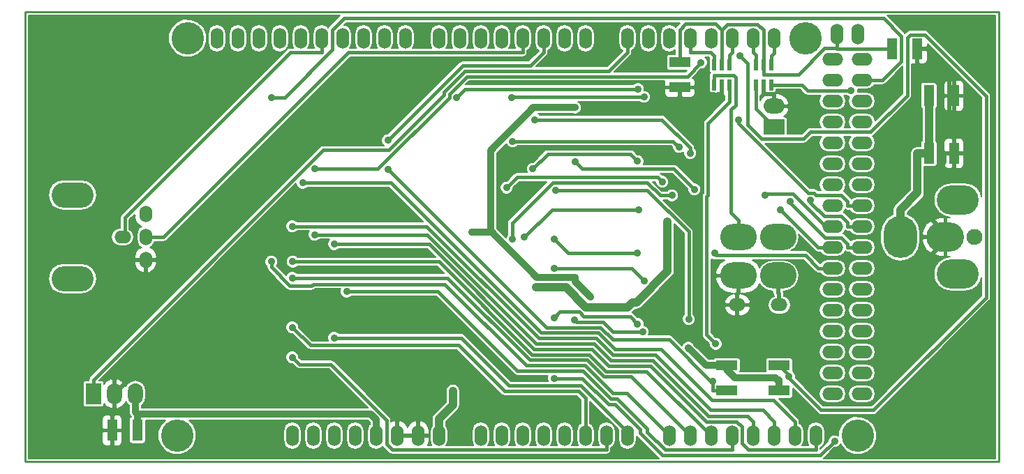
<source format=gbl>
G04 #@! TF.FileFunction,Copper,L2,Bot,Signal*
%FSLAX46Y46*%
G04 Gerber Fmt 4.6, Leading zero omitted, Abs format (unit mm)*
G04 Created by KiCad (PCBNEW 0.201508100901+6080~28~ubuntu14.04.1-product) date Tue 11 Aug 2015 03:56:28 PM EDT*
%MOMM*%
G01*
G04 APERTURE LIST*
%ADD10C,0.100000*%
%ADD11C,0.228600*%
%ADD12O,2.540000X1.854200*%
%ADD13R,2.540000X1.854200*%
%ADD14O,1.854200X2.540000*%
%ADD15R,1.854200X2.540000*%
%ADD16O,2.032000X1.524000*%
%ADD17O,5.080000X3.048000*%
%ADD18O,1.524000X2.032000*%
%ADD19C,3.937000*%
%ADD20O,1.524000X2.540000*%
%ADD21O,2.540000X1.524000*%
%ADD22C,1.930400*%
%ADD23O,4.572000X3.556000*%
%ADD24O,4.064000X5.080000*%
%ADD25O,5.080000X3.556000*%
%ADD26R,1.270000X2.540000*%
%ADD27R,2.540000X1.270000*%
%ADD28R,0.558800X1.330960*%
%ADD29O,4.445000X3.175000*%
%ADD30C,0.889000*%
%ADD31C,1.016000*%
%ADD32C,0.508000*%
%ADD33C,0.812800*%
%ADD34C,0.406400*%
%ADD35C,0.203200*%
G04 APERTURE END LIST*
D10*
D11*
X211455000Y-75565000D02*
X93345000Y-75565000D01*
X211455000Y-130175000D02*
X211455000Y-75565000D01*
X93345000Y-130175000D02*
X211455000Y-130175000D01*
X93345000Y-75565000D02*
X93345000Y-130175000D01*
D12*
X184150000Y-86995000D03*
D13*
X184150000Y-89535000D03*
D14*
X104140000Y-121920000D03*
X106680000Y-121920000D03*
D15*
X101600000Y-121920000D03*
D16*
X184785000Y-111125000D03*
X179705000Y-111125000D03*
D17*
X99060000Y-107950000D03*
X99060000Y-97790000D03*
D16*
X105156000Y-102870000D03*
D18*
X107950000Y-102870000D03*
X107950000Y-100076000D03*
X107950000Y-105664000D03*
D19*
X111760000Y-127000000D03*
X113030000Y-78740000D03*
X194310000Y-127000000D03*
X187960000Y-78740000D03*
D20*
X125730000Y-127000000D03*
X128270000Y-127000000D03*
X130810000Y-127000000D03*
X133350000Y-127000000D03*
X135890000Y-127000000D03*
X138430000Y-127000000D03*
X140970000Y-127000000D03*
X143510000Y-127000000D03*
X148590000Y-127000000D03*
X151130000Y-127000000D03*
X153670000Y-127000000D03*
X156210000Y-127000000D03*
X158750000Y-127000000D03*
X161290000Y-127000000D03*
X163830000Y-127000000D03*
X166370000Y-127000000D03*
X171450000Y-127000000D03*
X173990000Y-127000000D03*
X176530000Y-127000000D03*
X179070000Y-127000000D03*
X181610000Y-127000000D03*
X184150000Y-127000000D03*
X186690000Y-127000000D03*
X189230000Y-127000000D03*
X116586000Y-78740000D03*
X119126000Y-78740000D03*
X121666000Y-78740000D03*
X124206000Y-78740000D03*
X126746000Y-78740000D03*
X129286000Y-78740000D03*
X131826000Y-78740000D03*
X134366000Y-78740000D03*
X136906000Y-78740000D03*
X139446000Y-78740000D03*
X143510000Y-78740000D03*
X161290000Y-78740000D03*
X158750000Y-78740000D03*
X156210000Y-78740000D03*
X153670000Y-78740000D03*
X151130000Y-78740000D03*
X148590000Y-78740000D03*
X146050000Y-78740000D03*
X166370000Y-78740000D03*
X168910000Y-78740000D03*
X171450000Y-78740000D03*
X173990000Y-78740000D03*
X176530000Y-78740000D03*
X179070000Y-78740000D03*
X181610000Y-78740000D03*
X184150000Y-78740000D03*
X191770000Y-78232000D03*
X194310000Y-78232000D03*
D21*
X191262000Y-81280000D03*
X194818000Y-81280000D03*
X191262000Y-83820000D03*
X194818000Y-83820000D03*
X191262000Y-86360000D03*
X194818000Y-86360000D03*
X191262000Y-88900000D03*
X194818000Y-88900000D03*
X191262000Y-91440000D03*
X194818000Y-91440000D03*
X191262000Y-93980000D03*
X194818000Y-93980000D03*
X191262000Y-96520000D03*
X194818000Y-96520000D03*
X191262000Y-99060000D03*
X194818000Y-99060000D03*
X191262000Y-101600000D03*
X194818000Y-101600000D03*
X191262000Y-104140000D03*
X194818000Y-104140000D03*
X191262000Y-106680000D03*
X194818000Y-106680000D03*
X191262000Y-109220000D03*
X194818000Y-109220000D03*
X191262000Y-111760000D03*
X194818000Y-111760000D03*
X191262000Y-114300000D03*
X194818000Y-114300000D03*
X191262000Y-116840000D03*
X194818000Y-116840000D03*
X191262000Y-119380000D03*
X194818000Y-119380000D03*
X191262000Y-121920000D03*
X194818000Y-121920000D03*
D22*
X208457800Y-102870000D03*
D23*
X204952600Y-102870000D03*
D24*
X199466200Y-102870000D03*
D25*
X206451200Y-98374200D03*
X206451200Y-107365800D03*
D26*
X202946000Y-92710000D03*
X205994000Y-92710000D03*
X202946000Y-85725000D03*
X205994000Y-85725000D03*
X106934000Y-126365000D03*
X103886000Y-126365000D03*
D27*
X172720000Y-81661000D03*
X172720000Y-84709000D03*
D26*
X198501000Y-80010000D03*
X201549000Y-80010000D03*
D27*
X184785000Y-121539000D03*
X184785000Y-118491000D03*
X178435000Y-118491000D03*
X178435000Y-121539000D03*
D28*
X178749960Y-84383880D03*
X177800000Y-84383880D03*
X176850040Y-84383880D03*
X176850040Y-81986120D03*
X177800000Y-81986120D03*
X178749960Y-81986120D03*
X183829960Y-84383880D03*
X182880000Y-84383880D03*
X181930040Y-84383880D03*
X181930040Y-81986120D03*
X182880000Y-81986120D03*
X183829960Y-81986120D03*
D29*
X179844700Y-107569000D03*
X179844700Y-102870000D03*
X184645300Y-102870000D03*
X184645300Y-107569000D03*
D30*
X166996200Y-110811200D03*
X155282200Y-108996300D03*
X171224100Y-101023600D03*
X145198700Y-121548300D03*
X207645000Y-115570000D03*
X205105000Y-113030000D03*
X174343600Y-90341000D03*
X133162500Y-117081000D03*
X160104700Y-122593400D03*
X176769200Y-117168000D03*
X160061800Y-107797100D03*
X184308800Y-120015000D03*
X173747300Y-116320400D03*
X160020000Y-87139500D03*
X147496600Y-102299100D03*
X161930400Y-110184800D03*
X177093400Y-115858400D03*
X176705900Y-120374600D03*
X137326500Y-94641200D03*
X137326500Y-91129900D03*
X185970600Y-119838000D03*
X180041500Y-80853700D03*
X193510200Y-85090000D03*
X130810000Y-115112800D03*
X125730000Y-117480700D03*
X125730000Y-113842800D03*
X130810000Y-103727400D03*
X132329000Y-109496100D03*
X126986300Y-96308900D03*
X125786100Y-105867200D03*
X125730000Y-101568300D03*
X125730000Y-107830400D03*
X128441600Y-102578200D03*
X123173200Y-105867200D03*
X128483600Y-94602600D03*
X175318400Y-81697700D03*
X123173200Y-85902800D03*
X145657700Y-85903200D03*
X167656900Y-84905200D03*
X179866100Y-88608200D03*
X160020000Y-93713800D03*
X174491400Y-97081800D03*
X155155500Y-88608200D03*
X173973900Y-92692600D03*
X154905000Y-94602600D03*
X167586700Y-93647500D03*
X152355800Y-85902800D03*
X168379800Y-85857300D03*
X152457500Y-91242500D03*
X172622700Y-91938400D03*
X173803600Y-112852700D03*
X157708500Y-97167400D03*
X157480000Y-103161800D03*
X167602600Y-104861300D03*
X176932800Y-104861300D03*
X186112800Y-98589600D03*
X184926900Y-99532400D03*
X167780000Y-99532400D03*
X153876800Y-102870000D03*
X151722500Y-96871700D03*
X170613300Y-96179800D03*
X188605900Y-98425000D03*
X152377500Y-103161800D03*
X171776700Y-97821500D03*
X183074000Y-97821500D03*
X157480000Y-106652300D03*
X168386500Y-108168600D03*
X157480000Y-120026300D03*
X191497200Y-127679700D03*
X157456200Y-112695200D03*
X167587900Y-113417100D03*
X159971600Y-112936500D03*
X168245000Y-114390700D03*
D31*
X202946000Y-92710000D02*
X201548700Y-92710000D01*
X199466200Y-102870000D02*
X199466200Y-99567700D01*
X202946000Y-92710000D02*
X202946000Y-90677700D01*
X202946000Y-85725000D02*
X202946000Y-87757300D01*
X202946000Y-90677700D02*
X202946000Y-87757300D01*
X201548700Y-97485200D02*
X201548700Y-92710000D01*
X199466200Y-99567700D02*
X201548700Y-97485200D01*
X171224100Y-107037700D02*
X171224100Y-101023600D01*
X167450600Y-110811200D02*
X171224100Y-107037700D01*
X166996200Y-110811200D02*
X167450600Y-110811200D01*
X158913800Y-108996300D02*
X155282200Y-108996300D01*
X161344800Y-111427300D02*
X158913800Y-108996300D01*
X166380100Y-111427300D02*
X161344800Y-111427300D01*
X166996200Y-110811200D02*
X166380100Y-111427300D01*
X145198700Y-123279000D02*
X143510000Y-124967700D01*
X145198700Y-121548300D02*
X145198700Y-123279000D01*
X143510000Y-127000000D02*
X143510000Y-124967700D01*
D32*
X203402900Y-112395000D02*
X204470000Y-112395000D01*
X204470000Y-112395000D02*
X205105000Y-113030000D01*
X205994000Y-85725000D02*
X205422400Y-85725000D01*
X205422400Y-90360100D02*
X205422400Y-85725000D01*
X205994000Y-90931700D02*
X205422400Y-90360100D01*
X205422400Y-82740100D02*
X202692300Y-80010000D01*
X205422400Y-85725000D02*
X205422400Y-82740100D01*
X201549000Y-80010000D02*
X202692300Y-80010000D01*
X182881900Y-85559600D02*
X182880000Y-85557700D01*
X184150000Y-85559600D02*
X182881900Y-85559600D01*
X184150000Y-86995000D02*
X184150000Y-85559600D01*
X182880000Y-84383900D02*
X182880000Y-85557700D01*
X205994000Y-91820800D02*
X205994000Y-90931700D01*
X205994000Y-91820800D02*
X205994000Y-92710000D01*
X203402800Y-100812200D02*
X205460600Y-102870000D01*
X203402800Y-95301200D02*
X203402800Y-100812200D01*
X204850700Y-93853300D02*
X203402800Y-95301200D01*
X204850700Y-92710000D02*
X204850700Y-93853300D01*
X205994000Y-92710000D02*
X204850700Y-92710000D01*
X172720000Y-84709000D02*
X172720000Y-85852300D01*
X179844700Y-107569000D02*
X179844700Y-109664800D01*
X177800000Y-84383900D02*
X177800000Y-85557700D01*
X177347000Y-85557700D02*
X174886200Y-88018500D01*
X177800000Y-85557700D02*
X177347000Y-85557700D01*
X174886200Y-89798400D02*
X174886200Y-88018500D01*
X174343600Y-90341000D02*
X174886200Y-89798400D01*
X174886200Y-88018500D02*
X172720000Y-85852300D01*
X103886000Y-126365000D02*
X103886000Y-124586700D01*
X104140000Y-124332700D02*
X104140000Y-121920000D01*
X103886000Y-124586700D02*
X104140000Y-124332700D01*
X138430000Y-122348500D02*
X138430000Y-127000000D01*
X133162500Y-117081000D02*
X138430000Y-122348500D01*
X109532100Y-116527900D02*
X104140000Y-121920000D01*
X126124700Y-116527900D02*
X109532100Y-116527900D01*
X126677800Y-117081000D02*
X126124700Y-116527900D01*
X133162500Y-117081000D02*
X126677800Y-117081000D01*
X140970000Y-127000000D02*
X140970000Y-125221700D01*
X179705000Y-109804500D02*
X179705000Y-111125000D01*
X179844700Y-109664800D02*
X179705000Y-109804500D01*
X176769200Y-117168000D02*
X176769200Y-116811300D01*
X175444200Y-91441600D02*
X174343600Y-90341000D01*
X175444200Y-97476500D02*
X175444200Y-91441600D01*
X175252400Y-97668300D02*
X175444200Y-97476500D01*
X175252400Y-115379800D02*
X175252400Y-97668300D01*
X176683900Y-116811300D02*
X175252400Y-115379800D01*
X176769200Y-116811300D02*
X176683900Y-116811300D01*
X179705000Y-111125000D02*
X179705000Y-116300200D01*
X179193900Y-116811300D02*
X179705000Y-116300200D01*
X176769200Y-116811300D02*
X179193900Y-116811300D01*
X203402900Y-104927700D02*
X205460600Y-102870000D01*
X203402900Y-115691200D02*
X203402900Y-112395000D01*
X203402900Y-112395000D02*
X203402900Y-104927700D01*
X195901500Y-123192600D02*
X203402900Y-115691200D01*
X190170000Y-123192600D02*
X195901500Y-123192600D01*
X188419700Y-121442300D02*
X190170000Y-123192600D01*
X188419700Y-119498000D02*
X188419700Y-121442300D01*
X185221900Y-116300200D02*
X188419700Y-119498000D01*
X179705000Y-116300200D02*
X185221900Y-116300200D01*
X140970000Y-124339800D02*
X140970000Y-125221700D01*
X144777800Y-120532000D02*
X140970000Y-124339800D01*
X145619700Y-120532000D02*
X144777800Y-120532000D01*
X147681100Y-122593400D02*
X145619700Y-120532000D01*
X160104700Y-122593400D02*
X147681100Y-122593400D01*
D33*
X178435000Y-118491000D02*
X178435000Y-118999400D01*
X184785000Y-121539000D02*
X184785000Y-120243300D01*
X184537100Y-120243300D02*
X184785000Y-120243300D01*
X184308800Y-120015000D02*
X184537100Y-120243300D01*
X179450600Y-120015000D02*
X184308800Y-120015000D01*
X178435000Y-118999400D02*
X179450600Y-120015000D01*
X178435000Y-118491000D02*
X176504300Y-118491000D01*
X106934000Y-126365000D02*
X106934000Y-124434300D01*
X175917900Y-118491000D02*
X173747300Y-116320400D01*
X176504300Y-118491000D02*
X175917900Y-118491000D01*
X154985600Y-87139500D02*
X160020000Y-87139500D01*
X149768100Y-92357000D02*
X154985600Y-87139500D01*
X149768100Y-102150500D02*
X149768100Y-92357000D01*
X149619500Y-102299100D02*
X149768100Y-102150500D01*
X147496600Y-102299100D02*
X149619500Y-102299100D01*
X135890000Y-127000000D02*
X135890000Y-125069300D01*
X135191500Y-124370800D02*
X135890000Y-125069300D01*
X106934000Y-124370800D02*
X135191500Y-124370800D01*
X106934000Y-124434300D02*
X106934000Y-124370800D01*
X106680000Y-124116800D02*
X106680000Y-121920000D01*
X106934000Y-124370800D02*
X106680000Y-124116800D01*
X155414700Y-107797100D02*
X149768100Y-102150500D01*
X160061800Y-107797100D02*
X155414700Y-107797100D01*
X160061800Y-108316200D02*
X161930400Y-110184800D01*
X160061800Y-107797100D02*
X160061800Y-108316200D01*
D34*
X178750000Y-86449300D02*
X178750000Y-84383900D01*
X176155700Y-89043600D02*
X178750000Y-86449300D01*
X176155700Y-97771200D02*
X176155700Y-89043600D01*
X175964000Y-97962900D02*
X176155700Y-97771200D01*
X175964000Y-114729000D02*
X175964000Y-97962900D01*
X177093400Y-115858400D02*
X175964000Y-114729000D01*
X178435000Y-121539000D02*
X176707500Y-121539000D01*
X176707500Y-120376200D02*
X176705900Y-120374600D01*
X176707500Y-121539000D02*
X176707500Y-120376200D01*
X156210000Y-78740000D02*
X156210000Y-80467500D01*
X156523900Y-113838600D02*
X137326500Y-94641200D01*
X163121900Y-113838600D02*
X156523900Y-113838600D01*
X164595800Y-115312500D02*
X163121900Y-113838600D01*
X171433900Y-115312500D02*
X164595800Y-115312500D01*
X176496000Y-120374600D02*
X171433900Y-115312500D01*
X176705900Y-120374600D02*
X176496000Y-120374600D01*
X137326500Y-91090000D02*
X137326500Y-91129900D01*
X146371400Y-82045100D02*
X137326500Y-91090000D01*
X154632400Y-82045100D02*
X146371400Y-82045100D01*
X156210000Y-80467500D02*
X154632400Y-82045100D01*
X185970600Y-119676600D02*
X185970600Y-119838000D01*
X184785000Y-118491000D02*
X185970600Y-119676600D01*
X180949200Y-81761400D02*
X180041500Y-80853700D01*
X180949200Y-89238800D02*
X180949200Y-81761400D01*
X182639400Y-90929000D02*
X180949200Y-89238800D01*
X187757100Y-90929000D02*
X182639400Y-90929000D01*
X188566500Y-90119600D02*
X187757100Y-90929000D01*
X195860400Y-90119600D02*
X188566500Y-90119600D01*
X200306600Y-85673400D02*
X195860400Y-90119600D01*
X200306600Y-78677900D02*
X200306600Y-85673400D01*
X200702100Y-78282400D02*
X200306600Y-78677900D01*
X202422100Y-78282400D02*
X200702100Y-78282400D01*
X209885000Y-85745300D02*
X202422100Y-78282400D01*
X209885000Y-110215400D02*
X209885000Y-85745300D01*
X196194000Y-123906400D02*
X209885000Y-110215400D01*
X189877500Y-123906400D02*
X196194000Y-123906400D01*
X185970600Y-119999500D02*
X189877500Y-123906400D01*
X185970600Y-119838000D02*
X185970600Y-119999500D01*
X166370000Y-78740000D02*
X166370000Y-80467500D01*
X101600000Y-121920000D02*
X101600000Y-120192500D01*
X129490800Y-92301700D02*
X101600000Y-120192500D01*
X137432100Y-92301700D02*
X129490800Y-92301700D01*
X144095000Y-85638800D02*
X137432100Y-92301700D01*
X144095000Y-85255900D02*
X144095000Y-85638800D01*
X146645100Y-82705800D02*
X144095000Y-85255900D01*
X164131700Y-82705800D02*
X146645100Y-82705800D01*
X166370000Y-80467500D02*
X164131700Y-82705800D01*
X178750000Y-80787500D02*
X179070000Y-80467500D01*
X178750000Y-81986100D02*
X178750000Y-80787500D01*
X179070000Y-78740000D02*
X179070000Y-80467500D01*
D32*
X184785000Y-109804500D02*
X184785000Y-111125000D01*
X184645300Y-109664800D02*
X184785000Y-109804500D01*
X184645300Y-107569000D02*
X184645300Y-109664800D01*
D34*
X129286000Y-78740000D02*
X129286000Y-80467500D01*
X105410000Y-102870000D02*
X105410000Y-101650500D01*
X105410000Y-100522700D02*
X105410000Y-101650500D01*
X125465200Y-80467500D02*
X105410000Y-100522700D01*
X129286000Y-80467500D02*
X125465200Y-80467500D01*
X110110100Y-102870000D02*
X107950000Y-102870000D01*
X132512600Y-80467500D02*
X110110100Y-102870000D01*
X153670000Y-80467500D02*
X132512600Y-80467500D01*
X153670000Y-78740000D02*
X153670000Y-80467500D01*
X183830000Y-81986100D02*
X183830000Y-80863100D01*
X184150000Y-78740000D02*
X184150000Y-80467500D01*
X184150000Y-80543100D02*
X184150000Y-80467500D01*
X183830000Y-80863100D02*
X184150000Y-80543100D01*
X177091000Y-77000000D02*
X177800000Y-77709000D01*
X173429000Y-77000000D02*
X177091000Y-77000000D01*
X172720000Y-77709000D02*
X173429000Y-77000000D01*
X172720000Y-81661000D02*
X172720000Y-77709000D01*
X177800000Y-77709000D02*
X177800000Y-81986100D01*
X182880000Y-77746600D02*
X182880000Y-81986100D01*
X182145800Y-77012400D02*
X182880000Y-77746600D01*
X178496600Y-77012400D02*
X182145800Y-77012400D01*
X177800000Y-77709000D02*
X178496600Y-77012400D01*
X190260700Y-79959500D02*
X191770000Y-79959500D01*
X187111100Y-83109100D02*
X190260700Y-79959500D01*
X182880000Y-83109100D02*
X187111100Y-83109100D01*
X182880000Y-81986100D02*
X182880000Y-83109100D01*
X191770000Y-78740000D02*
X191770000Y-79959500D01*
X191820500Y-80010000D02*
X191770000Y-79959500D01*
X198501000Y-80010000D02*
X191820500Y-80010000D01*
X188232400Y-85090000D02*
X193510200Y-85090000D01*
X187526300Y-84383900D02*
X188232400Y-85090000D01*
X183830000Y-84383900D02*
X187526300Y-84383900D01*
X181930000Y-80787500D02*
X181610000Y-80467500D01*
X181930000Y-81986100D02*
X181930000Y-80787500D01*
X181610000Y-78740000D02*
X181610000Y-80467500D01*
X181930000Y-84383900D02*
X181930000Y-85506900D01*
X181930000Y-87315000D02*
X181930000Y-85506900D01*
X184150000Y-89535000D02*
X181930000Y-87315000D01*
X166370000Y-126573000D02*
X166370000Y-127000000D01*
X160725300Y-120928300D02*
X166370000Y-126573000D01*
X152019600Y-120928300D02*
X160725300Y-120928300D01*
X146204100Y-115112800D02*
X152019600Y-120928300D01*
X130810000Y-115112800D02*
X146204100Y-115112800D01*
X137836800Y-128727500D02*
X163830000Y-128727500D01*
X137160000Y-128050700D02*
X137836800Y-128727500D01*
X137160000Y-125117300D02*
X137160000Y-128050700D01*
X130390600Y-118347900D02*
X137160000Y-125117300D01*
X126597200Y-118347900D02*
X130390600Y-118347900D01*
X125730000Y-117480700D02*
X126597200Y-118347900D01*
X163830000Y-127000000D02*
X163830000Y-128727500D01*
X161290000Y-127000000D02*
X161290000Y-125272500D01*
X161290000Y-122439900D02*
X161290000Y-125272500D01*
X160439100Y-121589000D02*
X161290000Y-122439900D01*
X151466000Y-121589000D02*
X160439100Y-121589000D01*
X145907100Y-116030100D02*
X151466000Y-121589000D01*
X127917300Y-116030100D02*
X145907100Y-116030100D01*
X125730000Y-113842800D02*
X127917300Y-116030100D01*
X189230000Y-127000000D02*
X189230000Y-128727500D01*
X181075400Y-128727500D02*
X189230000Y-128727500D01*
X180289600Y-127941700D02*
X181075400Y-128727500D01*
X180289600Y-125933300D02*
X180289600Y-127941700D01*
X179628800Y-125272500D02*
X180289600Y-125933300D01*
X175951000Y-125272500D02*
X179628800Y-125272500D01*
X169192900Y-118514400D02*
X175951000Y-125272500D01*
X164060100Y-118514400D02*
X169192900Y-118514400D01*
X162027100Y-116481400D02*
X164060100Y-118514400D01*
X155054800Y-116481400D02*
X162027100Y-116481400D01*
X142300800Y-103727400D02*
X155054800Y-116481400D01*
X130810000Y-103727400D02*
X142300800Y-103727400D01*
X179070000Y-127000000D02*
X179070000Y-128727500D01*
X170925200Y-128727500D02*
X179070000Y-128727500D01*
X168769100Y-126571400D02*
X170925200Y-128727500D01*
X168769100Y-126162600D02*
X168769100Y-126571400D01*
X165145800Y-122539300D02*
X168769100Y-126162600D01*
X164347400Y-122539300D02*
X165145800Y-122539300D01*
X160932300Y-119124200D02*
X164347400Y-122539300D01*
X153025300Y-119124200D02*
X160932300Y-119124200D01*
X143397200Y-109496100D02*
X153025300Y-119124200D01*
X132329000Y-109496100D02*
X143397200Y-109496100D01*
X184124600Y-122707100D02*
X186690000Y-125272500D01*
X176655900Y-122707100D02*
X184124600Y-122707100D01*
X170481100Y-116532300D02*
X176655900Y-122707100D01*
X164881200Y-116532300D02*
X170481100Y-116532300D01*
X162848200Y-114499300D02*
X164881200Y-116532300D01*
X155875900Y-114499300D02*
X162848200Y-114499300D01*
X137685500Y-96308900D02*
X155875900Y-114499300D01*
X126986300Y-96308900D02*
X137685500Y-96308900D01*
X186690000Y-127000000D02*
X186690000Y-125272500D01*
X168705100Y-119175100D02*
X176530000Y-127000000D01*
X163786400Y-119175100D02*
X168705100Y-119175100D01*
X161753400Y-117142100D02*
X163786400Y-119175100D01*
X154781100Y-117142100D02*
X161753400Y-117142100D01*
X143506200Y-105867200D02*
X154781100Y-117142100D01*
X125786100Y-105867200D02*
X143506200Y-105867200D01*
X184150000Y-127000000D02*
X184150000Y-125272500D01*
X182788300Y-123910800D02*
X184150000Y-125272500D01*
X176458100Y-123910800D02*
X182788300Y-123910800D01*
X169740300Y-117193000D02*
X176458100Y-123910800D01*
X164607500Y-117193000D02*
X169740300Y-117193000D01*
X162574500Y-115160000D02*
X164607500Y-117193000D01*
X155602200Y-115160000D02*
X162574500Y-115160000D01*
X142010500Y-101568300D02*
X155602200Y-115160000D01*
X125730000Y-101568300D02*
X142010500Y-101568300D01*
X166825800Y-119835800D02*
X173990000Y-127000000D01*
X163512700Y-119835800D02*
X166825800Y-119835800D01*
X161479700Y-117802800D02*
X163512700Y-119835800D01*
X154507400Y-117802800D02*
X161479700Y-117802800D01*
X144535000Y-107830400D02*
X154507400Y-117802800D01*
X125730000Y-107830400D02*
X144535000Y-107830400D01*
X181610000Y-127000000D02*
X181610000Y-125272500D01*
X180949300Y-124611800D02*
X181610000Y-125272500D01*
X176224700Y-124611800D02*
X180949300Y-124611800D01*
X169466600Y-117853700D02*
X176224700Y-124611800D01*
X164333800Y-117853700D02*
X169466600Y-117853700D01*
X162300800Y-115820700D02*
X164333800Y-117853700D01*
X155328500Y-115820700D02*
X162300800Y-115820700D01*
X142086000Y-102578200D02*
X155328500Y-115820700D01*
X128441600Y-102578200D02*
X142086000Y-102578200D01*
X166328600Y-121878600D02*
X171450000Y-127000000D01*
X164621100Y-121878600D02*
X166328600Y-121878600D01*
X161206000Y-118463500D02*
X164621100Y-121878600D01*
X154096900Y-118463500D02*
X161206000Y-118463500D01*
X144227400Y-108594000D02*
X154096900Y-118463500D01*
X128258200Y-108594000D02*
X144227400Y-108594000D01*
X128058400Y-108793800D02*
X128258200Y-108594000D01*
X125414300Y-108793800D02*
X128058400Y-108793800D01*
X123173200Y-106552700D02*
X125414300Y-108793800D01*
X123173200Y-105867200D02*
X123173200Y-106552700D01*
X173649600Y-83366500D02*
X175318400Y-81697700D01*
X146918800Y-83366500D02*
X173649600Y-83366500D01*
X144755700Y-85529600D02*
X146918800Y-83366500D01*
X144755700Y-85912600D02*
X144755700Y-85529600D01*
X136065700Y-94602600D02*
X144755700Y-85912600D01*
X128483600Y-94602600D02*
X136065700Y-94602600D01*
X124785200Y-85902800D02*
X123173200Y-85902800D01*
X130556000Y-80132000D02*
X124785200Y-85902800D01*
X130556000Y-77740000D02*
X130556000Y-80132000D01*
X131994800Y-76301200D02*
X130556000Y-77740000D01*
X197425700Y-76301200D02*
X131994800Y-76301200D01*
X199593600Y-78469100D02*
X197425700Y-76301200D01*
X199593600Y-81508800D02*
X199593600Y-78469100D01*
X197282400Y-83820000D02*
X199593600Y-81508800D01*
X194310000Y-83820000D02*
X197282400Y-83820000D01*
X146655700Y-84905200D02*
X167656900Y-84905200D01*
X145657700Y-85903200D02*
X146655700Y-84905200D01*
X194310000Y-99060000D02*
X193090500Y-99060000D01*
X179866100Y-89093300D02*
X179866100Y-88608200D01*
X188295800Y-97523000D02*
X179866100Y-89093300D01*
X188979600Y-97523000D02*
X188295800Y-97523000D01*
X189246600Y-97790000D02*
X188979600Y-97523000D01*
X192325800Y-97790000D02*
X189246600Y-97790000D01*
X193090500Y-98554700D02*
X192325800Y-97790000D01*
X193090500Y-99060000D02*
X193090500Y-98554700D01*
X171996200Y-94586600D02*
X174491400Y-97081800D01*
X160892800Y-94586600D02*
X171996200Y-94586600D01*
X160020000Y-93713800D02*
X160892800Y-94586600D01*
X170568400Y-88608200D02*
X155155500Y-88608200D01*
X173973900Y-92013700D02*
X170568400Y-88608200D01*
X173973900Y-92692600D02*
X173973900Y-92013700D01*
X156695800Y-92811800D02*
X154905000Y-94602600D01*
X166751000Y-92811800D02*
X156695800Y-92811800D01*
X167586700Y-93647500D02*
X166751000Y-92811800D01*
X152401300Y-85857300D02*
X152355800Y-85902800D01*
X168379800Y-85857300D02*
X152401300Y-85857300D01*
X171926800Y-91242500D02*
X152457500Y-91242500D01*
X172622700Y-91938400D02*
X171926800Y-91242500D01*
X173803600Y-102232100D02*
X173803600Y-112852700D01*
X168738900Y-97167400D02*
X173803600Y-102232100D01*
X157708500Y-97167400D02*
X168738900Y-97167400D01*
X191770000Y-106680000D02*
X189534500Y-106680000D01*
X159179500Y-104861300D02*
X167602600Y-104861300D01*
X157480000Y-103161800D02*
X159179500Y-104861300D01*
X177154900Y-105083400D02*
X176932800Y-104861300D01*
X187937900Y-105083400D02*
X177154900Y-105083400D01*
X189534500Y-106680000D02*
X187937900Y-105083400D01*
X194310000Y-104140000D02*
X193090500Y-104140000D01*
X186112800Y-98686600D02*
X186112800Y-98589600D01*
X190346700Y-102920500D02*
X186112800Y-98686600D01*
X192328400Y-102920500D02*
X190346700Y-102920500D01*
X193090500Y-103682600D02*
X192328400Y-102920500D01*
X193090500Y-104140000D02*
X193090500Y-103682600D01*
X191770000Y-104140000D02*
X189534500Y-104140000D01*
X157214400Y-99532400D02*
X167780000Y-99532400D01*
X153876800Y-102870000D02*
X157214400Y-99532400D01*
X184926900Y-99532400D02*
X189534500Y-104140000D01*
X193090500Y-101094700D02*
X193090500Y-101600000D01*
X192325800Y-100330000D02*
X193090500Y-101094700D01*
X190240800Y-100330000D02*
X192325800Y-100330000D01*
X188605900Y-98695100D02*
X190240800Y-100330000D01*
X188605900Y-98425000D02*
X188605900Y-98695100D01*
X194310000Y-101600000D02*
X193090500Y-101600000D01*
X170024600Y-95591100D02*
X170613300Y-96179800D01*
X153003100Y-95591100D02*
X170024600Y-95591100D01*
X151722500Y-96871700D02*
X153003100Y-95591100D01*
X190399000Y-101600000D02*
X191770000Y-101600000D01*
X186460500Y-97661500D02*
X190399000Y-101600000D01*
X183234000Y-97661500D02*
X186460500Y-97661500D01*
X183074000Y-97821500D02*
X183234000Y-97661500D01*
X152377500Y-101160000D02*
X152377500Y-103161800D01*
X157285600Y-96251900D02*
X152377500Y-101160000D01*
X168757900Y-96251900D02*
X157285600Y-96251900D01*
X170327500Y-97821500D02*
X168757900Y-96251900D01*
X171776700Y-97821500D02*
X170327500Y-97821500D01*
X166870200Y-106652300D02*
X168386500Y-108168600D01*
X157480000Y-106652300D02*
X166870200Y-106652300D01*
X160900000Y-120026300D02*
X157480000Y-120026300D01*
X164073700Y-123200000D02*
X160900000Y-120026300D01*
X164853900Y-123200000D02*
X164073700Y-123200000D01*
X167874700Y-126220800D02*
X164853900Y-123200000D01*
X167874700Y-126647800D02*
X167874700Y-126220800D01*
X170622700Y-129395800D02*
X167874700Y-126647800D01*
X189781100Y-129395800D02*
X170622700Y-129395800D01*
X191497200Y-127679700D02*
X189781100Y-129395800D01*
X158177200Y-111974200D02*
X157456200Y-112695200D01*
X160526300Y-111974200D02*
X158177200Y-111974200D01*
X161069300Y-112517200D02*
X160526300Y-111974200D01*
X166688000Y-112517200D02*
X161069300Y-112517200D01*
X167587900Y-113417100D02*
X166688000Y-112517200D01*
X160213000Y-113177900D02*
X159971600Y-112936500D01*
X163395600Y-113177900D02*
X160213000Y-113177900D01*
X164608400Y-114390700D02*
X163395600Y-113177900D01*
X168245000Y-114390700D02*
X164608400Y-114390700D01*
X176454400Y-80467500D02*
X173990000Y-80467500D01*
X176850000Y-80863100D02*
X176454400Y-80467500D01*
X176850000Y-81986100D02*
X176850000Y-80863100D01*
X173990000Y-78740000D02*
X173990000Y-80467500D01*
X179225400Y-83260900D02*
X176850000Y-83260900D01*
X179487000Y-83522500D02*
X179225400Y-83260900D01*
X179487000Y-86837200D02*
X179487000Y-83522500D01*
X178943800Y-87380400D02*
X179487000Y-86837200D01*
X178943800Y-99924100D02*
X178943800Y-87380400D01*
X179844700Y-100825000D02*
X178943800Y-99924100D01*
X179844700Y-102870000D02*
X179844700Y-100825000D01*
X176850000Y-84383900D02*
X176850000Y-83260900D01*
D35*
G36*
X211035900Y-129755900D02*
X190211262Y-129755900D01*
X191487370Y-128479792D01*
X191655652Y-128479939D01*
X191949828Y-128358387D01*
X192175096Y-128133512D01*
X192219496Y-128026585D01*
X192338575Y-128314777D01*
X192991784Y-128969127D01*
X193845680Y-129323696D01*
X194770264Y-129324503D01*
X195624777Y-128971425D01*
X196279127Y-128318216D01*
X196633696Y-127464320D01*
X196634503Y-126539736D01*
X196281425Y-125685223D01*
X195628216Y-125030873D01*
X194774320Y-124676304D01*
X193849736Y-124675497D01*
X192995223Y-125028575D01*
X192340873Y-125681784D01*
X191986304Y-126535680D01*
X191985867Y-127036720D01*
X191951012Y-127001804D01*
X191657048Y-126879739D01*
X191338748Y-126879461D01*
X191044572Y-127001013D01*
X190819304Y-127225888D01*
X190697239Y-127519852D01*
X190697091Y-127689547D01*
X189788800Y-128597838D01*
X189788800Y-128484768D01*
X190020263Y-128330110D01*
X190262528Y-127967534D01*
X190347600Y-127539847D01*
X190347600Y-126460153D01*
X190262528Y-126032466D01*
X190020263Y-125669890D01*
X189657687Y-125427625D01*
X189230000Y-125342553D01*
X188802313Y-125427625D01*
X188439737Y-125669890D01*
X188197472Y-126032466D01*
X188112400Y-126460153D01*
X188112400Y-127539847D01*
X188197472Y-127967534D01*
X188331887Y-128168700D01*
X187588113Y-128168700D01*
X187722528Y-127967534D01*
X187807600Y-127539847D01*
X187807600Y-126460153D01*
X187722528Y-126032466D01*
X187480263Y-125669890D01*
X187248800Y-125515232D01*
X187248800Y-125272500D01*
X187206264Y-125058656D01*
X187145489Y-124967700D01*
X187085131Y-124877368D01*
X184744328Y-122536566D01*
X186055000Y-122536566D01*
X186186777Y-122511770D01*
X186307807Y-122433890D01*
X186389001Y-122315058D01*
X186417566Y-122174000D01*
X186417566Y-121236728D01*
X189482369Y-124301531D01*
X189663656Y-124422664D01*
X189877500Y-124465200D01*
X196194000Y-124465200D01*
X196407844Y-124422664D01*
X196589131Y-124301531D01*
X210280131Y-110610531D01*
X210311423Y-110563700D01*
X210401264Y-110429244D01*
X210443800Y-110215400D01*
X210443800Y-85745300D01*
X210401264Y-85531456D01*
X210384629Y-85506560D01*
X210280131Y-85350168D01*
X202817231Y-77887269D01*
X202635944Y-77766136D01*
X202422100Y-77723600D01*
X200702100Y-77723600D01*
X200488256Y-77766136D01*
X200306968Y-77887269D01*
X200041418Y-78152819D01*
X199988732Y-78073969D01*
X197898862Y-75984100D01*
X211035900Y-75984100D01*
X211035900Y-129755900D01*
X211035900Y-129755900D01*
G37*
X211035900Y-129755900D02*
X190211262Y-129755900D01*
X191487370Y-128479792D01*
X191655652Y-128479939D01*
X191949828Y-128358387D01*
X192175096Y-128133512D01*
X192219496Y-128026585D01*
X192338575Y-128314777D01*
X192991784Y-128969127D01*
X193845680Y-129323696D01*
X194770264Y-129324503D01*
X195624777Y-128971425D01*
X196279127Y-128318216D01*
X196633696Y-127464320D01*
X196634503Y-126539736D01*
X196281425Y-125685223D01*
X195628216Y-125030873D01*
X194774320Y-124676304D01*
X193849736Y-124675497D01*
X192995223Y-125028575D01*
X192340873Y-125681784D01*
X191986304Y-126535680D01*
X191985867Y-127036720D01*
X191951012Y-127001804D01*
X191657048Y-126879739D01*
X191338748Y-126879461D01*
X191044572Y-127001013D01*
X190819304Y-127225888D01*
X190697239Y-127519852D01*
X190697091Y-127689547D01*
X189788800Y-128597838D01*
X189788800Y-128484768D01*
X190020263Y-128330110D01*
X190262528Y-127967534D01*
X190347600Y-127539847D01*
X190347600Y-126460153D01*
X190262528Y-126032466D01*
X190020263Y-125669890D01*
X189657687Y-125427625D01*
X189230000Y-125342553D01*
X188802313Y-125427625D01*
X188439737Y-125669890D01*
X188197472Y-126032466D01*
X188112400Y-126460153D01*
X188112400Y-127539847D01*
X188197472Y-127967534D01*
X188331887Y-128168700D01*
X187588113Y-128168700D01*
X187722528Y-127967534D01*
X187807600Y-127539847D01*
X187807600Y-126460153D01*
X187722528Y-126032466D01*
X187480263Y-125669890D01*
X187248800Y-125515232D01*
X187248800Y-125272500D01*
X187206264Y-125058656D01*
X187145489Y-124967700D01*
X187085131Y-124877368D01*
X184744328Y-122536566D01*
X186055000Y-122536566D01*
X186186777Y-122511770D01*
X186307807Y-122433890D01*
X186389001Y-122315058D01*
X186417566Y-122174000D01*
X186417566Y-121236728D01*
X189482369Y-124301531D01*
X189663656Y-124422664D01*
X189877500Y-124465200D01*
X196194000Y-124465200D01*
X196407844Y-124422664D01*
X196589131Y-124301531D01*
X210280131Y-110610531D01*
X210311423Y-110563700D01*
X210401264Y-110429244D01*
X210443800Y-110215400D01*
X210443800Y-85745300D01*
X210401264Y-85531456D01*
X210384629Y-85506560D01*
X210280131Y-85350168D01*
X202817231Y-77887269D01*
X202635944Y-77766136D01*
X202422100Y-77723600D01*
X200702100Y-77723600D01*
X200488256Y-77766136D01*
X200306968Y-77887269D01*
X200041418Y-78152819D01*
X199988732Y-78073969D01*
X197898862Y-75984100D01*
X211035900Y-75984100D01*
X211035900Y-129755900D01*
G36*
X130160869Y-77344869D02*
X130096843Y-77440690D01*
X130076263Y-77409890D01*
X129713687Y-77167625D01*
X129286000Y-77082553D01*
X128858313Y-77167625D01*
X128495737Y-77409890D01*
X128253472Y-77772466D01*
X128168400Y-78200153D01*
X128168400Y-79279847D01*
X128253472Y-79707534D01*
X128387887Y-79908700D01*
X127644113Y-79908700D01*
X127778528Y-79707534D01*
X127863600Y-79279847D01*
X127863600Y-78200153D01*
X127778528Y-77772466D01*
X127536263Y-77409890D01*
X127173687Y-77167625D01*
X126746000Y-77082553D01*
X126318313Y-77167625D01*
X125955737Y-77409890D01*
X125713472Y-77772466D01*
X125628400Y-78200153D01*
X125628400Y-79279847D01*
X125713472Y-79707534D01*
X125847887Y-79908700D01*
X125465200Y-79908700D01*
X125251356Y-79951236D01*
X125098367Y-80053461D01*
X125070069Y-80072369D01*
X105014869Y-100127569D01*
X104893736Y-100308856D01*
X104851200Y-100522700D01*
X104851200Y-101757160D01*
X104447442Y-101837472D01*
X104084866Y-102079737D01*
X103842601Y-102442313D01*
X103757529Y-102870000D01*
X103842601Y-103297687D01*
X104084866Y-103660263D01*
X104447442Y-103902528D01*
X104875129Y-103987600D01*
X105436871Y-103987600D01*
X105864558Y-103902528D01*
X106227134Y-103660263D01*
X106469399Y-103297687D01*
X106554471Y-102870000D01*
X106469399Y-102442313D01*
X106227134Y-102079737D01*
X105968800Y-101907124D01*
X105968800Y-100754162D01*
X106578400Y-100144562D01*
X106578400Y-100228402D01*
X106725174Y-100228402D01*
X106573837Y-100445096D01*
X106722637Y-100962970D01*
X107058292Y-101384480D01*
X107452936Y-101602957D01*
X107159737Y-101798866D01*
X106917472Y-102161442D01*
X106832400Y-102589129D01*
X106832400Y-103150871D01*
X106917472Y-103578558D01*
X107159737Y-103941134D01*
X107452936Y-104137043D01*
X107058292Y-104355520D01*
X106722637Y-104777030D01*
X106573837Y-105294904D01*
X106725175Y-105511600D01*
X107797600Y-105511600D01*
X107797600Y-105491600D01*
X108102400Y-105491600D01*
X108102400Y-105511600D01*
X109174825Y-105511600D01*
X109326163Y-105294904D01*
X109177363Y-104777030D01*
X108841708Y-104355520D01*
X108447064Y-104137043D01*
X108740263Y-103941134D01*
X108982528Y-103578558D01*
X109012317Y-103428800D01*
X110110100Y-103428800D01*
X110323944Y-103386264D01*
X110505231Y-103265131D01*
X132744063Y-81026300D01*
X153670000Y-81026300D01*
X153883844Y-80983764D01*
X154065131Y-80862631D01*
X154186264Y-80681344D01*
X154228800Y-80467500D01*
X154228800Y-80224768D01*
X154460263Y-80070110D01*
X154702528Y-79707534D01*
X154787600Y-79279847D01*
X154787600Y-78200153D01*
X154702528Y-77772466D01*
X154460263Y-77409890D01*
X154097687Y-77167625D01*
X153670000Y-77082553D01*
X153242313Y-77167625D01*
X152879737Y-77409890D01*
X152637472Y-77772466D01*
X152552400Y-78200153D01*
X152552400Y-79279847D01*
X152637472Y-79707534D01*
X152771887Y-79908700D01*
X152028113Y-79908700D01*
X152162528Y-79707534D01*
X152247600Y-79279847D01*
X152247600Y-78200153D01*
X152162528Y-77772466D01*
X151920263Y-77409890D01*
X151557687Y-77167625D01*
X151130000Y-77082553D01*
X150702313Y-77167625D01*
X150339737Y-77409890D01*
X150097472Y-77772466D01*
X150012400Y-78200153D01*
X150012400Y-79279847D01*
X150097472Y-79707534D01*
X150231887Y-79908700D01*
X149488113Y-79908700D01*
X149622528Y-79707534D01*
X149707600Y-79279847D01*
X149707600Y-78200153D01*
X149622528Y-77772466D01*
X149380263Y-77409890D01*
X149017687Y-77167625D01*
X148590000Y-77082553D01*
X148162313Y-77167625D01*
X147799737Y-77409890D01*
X147557472Y-77772466D01*
X147472400Y-78200153D01*
X147472400Y-79279847D01*
X147557472Y-79707534D01*
X147691887Y-79908700D01*
X146948113Y-79908700D01*
X147082528Y-79707534D01*
X147167600Y-79279847D01*
X147167600Y-78200153D01*
X147082528Y-77772466D01*
X146840263Y-77409890D01*
X146477687Y-77167625D01*
X146050000Y-77082553D01*
X145622313Y-77167625D01*
X145259737Y-77409890D01*
X145017472Y-77772466D01*
X144932400Y-78200153D01*
X144932400Y-79279847D01*
X145017472Y-79707534D01*
X145151887Y-79908700D01*
X144408113Y-79908700D01*
X144542528Y-79707534D01*
X144627600Y-79279847D01*
X144627600Y-78200153D01*
X144542528Y-77772466D01*
X144300263Y-77409890D01*
X143937687Y-77167625D01*
X143510000Y-77082553D01*
X143082313Y-77167625D01*
X142719737Y-77409890D01*
X142477472Y-77772466D01*
X142392400Y-78200153D01*
X142392400Y-79279847D01*
X142477472Y-79707534D01*
X142611887Y-79908700D01*
X140344113Y-79908700D01*
X140478528Y-79707534D01*
X140563600Y-79279847D01*
X140563600Y-78200153D01*
X140478528Y-77772466D01*
X140236263Y-77409890D01*
X139873687Y-77167625D01*
X139446000Y-77082553D01*
X139018313Y-77167625D01*
X138655737Y-77409890D01*
X138413472Y-77772466D01*
X138328400Y-78200153D01*
X138328400Y-79279847D01*
X138413472Y-79707534D01*
X138547887Y-79908700D01*
X137804113Y-79908700D01*
X137938528Y-79707534D01*
X138023600Y-79279847D01*
X138023600Y-78200153D01*
X137938528Y-77772466D01*
X137696263Y-77409890D01*
X137333687Y-77167625D01*
X136906000Y-77082553D01*
X136478313Y-77167625D01*
X136115737Y-77409890D01*
X135873472Y-77772466D01*
X135788400Y-78200153D01*
X135788400Y-79279847D01*
X135873472Y-79707534D01*
X136007887Y-79908700D01*
X135264113Y-79908700D01*
X135398528Y-79707534D01*
X135483600Y-79279847D01*
X135483600Y-78200153D01*
X135398528Y-77772466D01*
X135156263Y-77409890D01*
X134793687Y-77167625D01*
X134366000Y-77082553D01*
X133938313Y-77167625D01*
X133575737Y-77409890D01*
X133333472Y-77772466D01*
X133248400Y-78200153D01*
X133248400Y-79279847D01*
X133333472Y-79707534D01*
X133467887Y-79908700D01*
X132724113Y-79908700D01*
X132858528Y-79707534D01*
X132943600Y-79279847D01*
X132943600Y-78200153D01*
X132858528Y-77772466D01*
X132616263Y-77409890D01*
X132253687Y-77167625D01*
X131974226Y-77112037D01*
X132226263Y-76860000D01*
X172778737Y-76860000D01*
X172324870Y-77313868D01*
X172324869Y-77313869D01*
X172250486Y-77425190D01*
X172240263Y-77409890D01*
X171877687Y-77167625D01*
X171450000Y-77082553D01*
X171022313Y-77167625D01*
X170659737Y-77409890D01*
X170417472Y-77772466D01*
X170332400Y-78200153D01*
X170332400Y-79279847D01*
X170417472Y-79707534D01*
X170659737Y-80070110D01*
X171022313Y-80312375D01*
X171450000Y-80397447D01*
X171877687Y-80312375D01*
X172161200Y-80122938D01*
X172161200Y-80663434D01*
X171450000Y-80663434D01*
X171318223Y-80688230D01*
X171197193Y-80766110D01*
X171115999Y-80884942D01*
X171087434Y-81026000D01*
X171087434Y-82296000D01*
X171112230Y-82427777D01*
X171190110Y-82548807D01*
X171308942Y-82630001D01*
X171450000Y-82658566D01*
X173567272Y-82658566D01*
X173418138Y-82807700D01*
X164820062Y-82807700D01*
X166765131Y-80862631D01*
X166824892Y-80773193D01*
X166886264Y-80681344D01*
X166928800Y-80467500D01*
X166928800Y-80224768D01*
X167160263Y-80070110D01*
X167402528Y-79707534D01*
X167487600Y-79279847D01*
X167487600Y-78200153D01*
X167792400Y-78200153D01*
X167792400Y-79279847D01*
X167877472Y-79707534D01*
X168119737Y-80070110D01*
X168482313Y-80312375D01*
X168910000Y-80397447D01*
X169337687Y-80312375D01*
X169700263Y-80070110D01*
X169942528Y-79707534D01*
X170027600Y-79279847D01*
X170027600Y-78200153D01*
X169942528Y-77772466D01*
X169700263Y-77409890D01*
X169337687Y-77167625D01*
X168910000Y-77082553D01*
X168482313Y-77167625D01*
X168119737Y-77409890D01*
X167877472Y-77772466D01*
X167792400Y-78200153D01*
X167487600Y-78200153D01*
X167402528Y-77772466D01*
X167160263Y-77409890D01*
X166797687Y-77167625D01*
X166370000Y-77082553D01*
X165942313Y-77167625D01*
X165579737Y-77409890D01*
X165337472Y-77772466D01*
X165252400Y-78200153D01*
X165252400Y-79279847D01*
X165337472Y-79707534D01*
X165579737Y-80070110D01*
X165811200Y-80224768D01*
X165811200Y-80236038D01*
X163900238Y-82147000D01*
X155320762Y-82147000D01*
X156605131Y-80862631D01*
X156664892Y-80773193D01*
X156726264Y-80681344D01*
X156768800Y-80467500D01*
X156768800Y-80224768D01*
X157000263Y-80070110D01*
X157242528Y-79707534D01*
X157327600Y-79279847D01*
X157327600Y-78200153D01*
X157632400Y-78200153D01*
X157632400Y-79279847D01*
X157717472Y-79707534D01*
X157959737Y-80070110D01*
X158322313Y-80312375D01*
X158750000Y-80397447D01*
X159177687Y-80312375D01*
X159540263Y-80070110D01*
X159782528Y-79707534D01*
X159867600Y-79279847D01*
X159867600Y-78200153D01*
X160172400Y-78200153D01*
X160172400Y-79279847D01*
X160257472Y-79707534D01*
X160499737Y-80070110D01*
X160862313Y-80312375D01*
X161290000Y-80397447D01*
X161717687Y-80312375D01*
X162080263Y-80070110D01*
X162322528Y-79707534D01*
X162407600Y-79279847D01*
X162407600Y-78200153D01*
X162322528Y-77772466D01*
X162080263Y-77409890D01*
X161717687Y-77167625D01*
X161290000Y-77082553D01*
X160862313Y-77167625D01*
X160499737Y-77409890D01*
X160257472Y-77772466D01*
X160172400Y-78200153D01*
X159867600Y-78200153D01*
X159782528Y-77772466D01*
X159540263Y-77409890D01*
X159177687Y-77167625D01*
X158750000Y-77082553D01*
X158322313Y-77167625D01*
X157959737Y-77409890D01*
X157717472Y-77772466D01*
X157632400Y-78200153D01*
X157327600Y-78200153D01*
X157242528Y-77772466D01*
X157000263Y-77409890D01*
X156637687Y-77167625D01*
X156210000Y-77082553D01*
X155782313Y-77167625D01*
X155419737Y-77409890D01*
X155177472Y-77772466D01*
X155092400Y-78200153D01*
X155092400Y-79279847D01*
X155177472Y-79707534D01*
X155419737Y-80070110D01*
X155651200Y-80224768D01*
X155651200Y-80236038D01*
X154400938Y-81486300D01*
X146371400Y-81486300D01*
X146157556Y-81528836D01*
X146030099Y-81614001D01*
X145976269Y-81649969D01*
X137296465Y-90329773D01*
X137168048Y-90329661D01*
X136873872Y-90451213D01*
X136648604Y-90676088D01*
X136526539Y-90970052D01*
X136526261Y-91288352D01*
X136647813Y-91582528D01*
X136807905Y-91742900D01*
X129490800Y-91742900D01*
X129276957Y-91785435D01*
X129095669Y-91906568D01*
X101204869Y-119797369D01*
X101083736Y-119978656D01*
X101041200Y-120192500D01*
X101041200Y-120287434D01*
X100672900Y-120287434D01*
X100541123Y-120312230D01*
X100420093Y-120390110D01*
X100338899Y-120508942D01*
X100310334Y-120650000D01*
X100310334Y-123190000D01*
X100335130Y-123321777D01*
X100413010Y-123442807D01*
X100531842Y-123524001D01*
X100672900Y-123552566D01*
X102527100Y-123552566D01*
X102658877Y-123527770D01*
X102779907Y-123449890D01*
X102861101Y-123331058D01*
X102889666Y-123190000D01*
X102889666Y-123126923D01*
X103161152Y-123457274D01*
X103692730Y-123740947D01*
X103750269Y-123749357D01*
X103987600Y-123638785D01*
X103987600Y-122072400D01*
X103967600Y-122072400D01*
X103967600Y-121767600D01*
X103987600Y-121767600D01*
X103987600Y-120201215D01*
X103750269Y-120090643D01*
X103692730Y-120099053D01*
X103161152Y-120382726D01*
X102889666Y-120713077D01*
X102889666Y-120650000D01*
X102864870Y-120518223D01*
X102786990Y-120397193D01*
X102668158Y-120315999D01*
X102527100Y-120287434D01*
X102295328Y-120287434D01*
X126186123Y-96396640D01*
X126186061Y-96467352D01*
X126307613Y-96761528D01*
X126532488Y-96986796D01*
X126826452Y-97108861D01*
X127144752Y-97109139D01*
X127438928Y-96987587D01*
X127559025Y-96867700D01*
X137454038Y-96867700D01*
X141595838Y-101009500D01*
X126302700Y-101009500D01*
X126183812Y-100890404D01*
X125889848Y-100768339D01*
X125571548Y-100768061D01*
X125277372Y-100889613D01*
X125052104Y-101114488D01*
X124930039Y-101408452D01*
X124929761Y-101726752D01*
X125051313Y-102020928D01*
X125276188Y-102246196D01*
X125570152Y-102368261D01*
X125888452Y-102368539D01*
X126182628Y-102246987D01*
X126302725Y-102127100D01*
X127762578Y-102127100D01*
X127641639Y-102418352D01*
X127641361Y-102736652D01*
X127762913Y-103030828D01*
X127987788Y-103256096D01*
X128281752Y-103378161D01*
X128600052Y-103378439D01*
X128894228Y-103256887D01*
X129014325Y-103137000D01*
X130268931Y-103137000D01*
X130132104Y-103273588D01*
X130010039Y-103567552D01*
X130009761Y-103885852D01*
X130131313Y-104180028D01*
X130356188Y-104405296D01*
X130650152Y-104527361D01*
X130968452Y-104527639D01*
X131262628Y-104406087D01*
X131382725Y-104286200D01*
X142069338Y-104286200D01*
X143091538Y-105308400D01*
X126358800Y-105308400D01*
X126239912Y-105189304D01*
X125945948Y-105067239D01*
X125627648Y-105066961D01*
X125333472Y-105188513D01*
X125108204Y-105413388D01*
X124986139Y-105707352D01*
X124985861Y-106025652D01*
X125107413Y-106319828D01*
X125332288Y-106545096D01*
X125626252Y-106667161D01*
X125944552Y-106667439D01*
X126238728Y-106545887D01*
X126358825Y-106426000D01*
X143274738Y-106426000D01*
X144120338Y-107271600D01*
X126302700Y-107271600D01*
X126183812Y-107152504D01*
X125889848Y-107030439D01*
X125571548Y-107030161D01*
X125277372Y-107151713D01*
X125052104Y-107376588D01*
X124974424Y-107563662D01*
X123791383Y-106380621D01*
X123851096Y-106321012D01*
X123973161Y-106027048D01*
X123973439Y-105708748D01*
X123851887Y-105414572D01*
X123627012Y-105189304D01*
X123333048Y-105067239D01*
X123014748Y-105066961D01*
X122720572Y-105188513D01*
X122495304Y-105413388D01*
X122373239Y-105707352D01*
X122372961Y-106025652D01*
X122494513Y-106319828D01*
X122614400Y-106439925D01*
X122614400Y-106552700D01*
X122656936Y-106766544D01*
X122741995Y-106893843D01*
X122778069Y-106947831D01*
X125019169Y-109188931D01*
X125200456Y-109310064D01*
X125414300Y-109352600D01*
X128058400Y-109352600D01*
X128272244Y-109310064D01*
X128453531Y-109188931D01*
X128489662Y-109152800D01*
X131605215Y-109152800D01*
X131529039Y-109336252D01*
X131528761Y-109654552D01*
X131650313Y-109948728D01*
X131875188Y-110173996D01*
X132169152Y-110296061D01*
X132487452Y-110296339D01*
X132781628Y-110174787D01*
X132901725Y-110054900D01*
X143165738Y-110054900D01*
X152630169Y-119519332D01*
X152811457Y-119640465D01*
X153025300Y-119683000D01*
X156756215Y-119683000D01*
X156680039Y-119866452D01*
X156679761Y-120184752D01*
X156756098Y-120369500D01*
X152251062Y-120369500D01*
X146599231Y-114717669D01*
X146487540Y-114643039D01*
X146417944Y-114596536D01*
X146204100Y-114554000D01*
X131382700Y-114554000D01*
X131263812Y-114434904D01*
X130969848Y-114312839D01*
X130651548Y-114312561D01*
X130357372Y-114434113D01*
X130132104Y-114658988D01*
X130010039Y-114952952D01*
X130009761Y-115271252D01*
X130092420Y-115471300D01*
X128148762Y-115471300D01*
X126530092Y-113852630D01*
X126530239Y-113684348D01*
X126408687Y-113390172D01*
X126183812Y-113164904D01*
X125889848Y-113042839D01*
X125571548Y-113042561D01*
X125277372Y-113164113D01*
X125052104Y-113388988D01*
X124930039Y-113682952D01*
X124929761Y-114001252D01*
X125051313Y-114295428D01*
X125276188Y-114520696D01*
X125570152Y-114642761D01*
X125739847Y-114642909D01*
X127522169Y-116425231D01*
X127703456Y-116546364D01*
X127917300Y-116588900D01*
X145675638Y-116588900D01*
X151070869Y-121984131D01*
X151252156Y-122105264D01*
X151466000Y-122147800D01*
X160207638Y-122147800D01*
X160731200Y-122671362D01*
X160731200Y-125515232D01*
X160499737Y-125669890D01*
X160257472Y-126032466D01*
X160172400Y-126460153D01*
X160172400Y-127539847D01*
X160257472Y-127967534D01*
X160391887Y-128168700D01*
X159648113Y-128168700D01*
X159782528Y-127967534D01*
X159867600Y-127539847D01*
X159867600Y-126460153D01*
X159782528Y-126032466D01*
X159540263Y-125669890D01*
X159177687Y-125427625D01*
X158750000Y-125342553D01*
X158322313Y-125427625D01*
X157959737Y-125669890D01*
X157717472Y-126032466D01*
X157632400Y-126460153D01*
X157632400Y-127539847D01*
X157717472Y-127967534D01*
X157851887Y-128168700D01*
X157108113Y-128168700D01*
X157242528Y-127967534D01*
X157327600Y-127539847D01*
X157327600Y-126460153D01*
X157242528Y-126032466D01*
X157000263Y-125669890D01*
X156637687Y-125427625D01*
X156210000Y-125342553D01*
X155782313Y-125427625D01*
X155419737Y-125669890D01*
X155177472Y-126032466D01*
X155092400Y-126460153D01*
X155092400Y-127539847D01*
X155177472Y-127967534D01*
X155311887Y-128168700D01*
X154568113Y-128168700D01*
X154702528Y-127967534D01*
X154787600Y-127539847D01*
X154787600Y-126460153D01*
X154702528Y-126032466D01*
X154460263Y-125669890D01*
X154097687Y-125427625D01*
X153670000Y-125342553D01*
X153242313Y-125427625D01*
X152879737Y-125669890D01*
X152637472Y-126032466D01*
X152552400Y-126460153D01*
X152552400Y-127539847D01*
X152637472Y-127967534D01*
X152771887Y-128168700D01*
X152028113Y-128168700D01*
X152162528Y-127967534D01*
X152247600Y-127539847D01*
X152247600Y-126460153D01*
X152162528Y-126032466D01*
X151920263Y-125669890D01*
X151557687Y-125427625D01*
X151130000Y-125342553D01*
X150702313Y-125427625D01*
X150339737Y-125669890D01*
X150097472Y-126032466D01*
X150012400Y-126460153D01*
X150012400Y-127539847D01*
X150097472Y-127967534D01*
X150231887Y-128168700D01*
X149488113Y-128168700D01*
X149622528Y-127967534D01*
X149707600Y-127539847D01*
X149707600Y-126460153D01*
X149622528Y-126032466D01*
X149380263Y-125669890D01*
X149017687Y-125427625D01*
X148590000Y-125342553D01*
X148162313Y-125427625D01*
X147799737Y-125669890D01*
X147557472Y-126032466D01*
X147472400Y-126460153D01*
X147472400Y-127539847D01*
X147557472Y-127967534D01*
X147691887Y-128168700D01*
X144408113Y-128168700D01*
X144542528Y-127967534D01*
X144627600Y-127539847D01*
X144627600Y-126460153D01*
X144542528Y-126032466D01*
X144373600Y-125779647D01*
X144373600Y-125325414D01*
X145809357Y-123889658D01*
X145996562Y-123609486D01*
X146015223Y-123515669D01*
X146062300Y-123279000D01*
X146062300Y-121548300D01*
X145996562Y-121217815D01*
X145809357Y-120937643D01*
X145529185Y-120750438D01*
X145198700Y-120684700D01*
X144868215Y-120750438D01*
X144588043Y-120937643D01*
X144400838Y-121217815D01*
X144335100Y-121548300D01*
X144335100Y-122921285D01*
X142899343Y-124357043D01*
X142712138Y-124637215D01*
X142646400Y-124967700D01*
X142646400Y-125779647D01*
X142477472Y-126032466D01*
X142392400Y-126460153D01*
X142392400Y-127539847D01*
X142477472Y-127967534D01*
X142611887Y-128168700D01*
X142180453Y-128168700D01*
X142341600Y-127660400D01*
X142341600Y-127152400D01*
X141122400Y-127152400D01*
X141122400Y-127172400D01*
X140817600Y-127172400D01*
X140817600Y-127152400D01*
X138582400Y-127152400D01*
X138582400Y-127172400D01*
X138277600Y-127172400D01*
X138277600Y-127152400D01*
X138257600Y-127152400D01*
X138257600Y-126847600D01*
X138277600Y-126847600D01*
X138277600Y-125282363D01*
X138582400Y-125282363D01*
X138582400Y-126847600D01*
X140817600Y-126847600D01*
X140817600Y-125282363D01*
X141122400Y-125282363D01*
X141122400Y-126847600D01*
X142341600Y-126847600D01*
X142341600Y-126339600D01*
X142178872Y-125826312D01*
X141832104Y-125414369D01*
X141333761Y-125169516D01*
X141122400Y-125282363D01*
X140817600Y-125282363D01*
X140606239Y-125169516D01*
X140107896Y-125414369D01*
X139761128Y-125826312D01*
X139700000Y-126019126D01*
X139638872Y-125826312D01*
X139292104Y-125414369D01*
X138793761Y-125169516D01*
X138582400Y-125282363D01*
X138277600Y-125282363D01*
X138066239Y-125169516D01*
X137718800Y-125340225D01*
X137718800Y-125117300D01*
X137676264Y-124903456D01*
X137555131Y-124722169D01*
X130785731Y-117952769D01*
X130756636Y-117933328D01*
X130604444Y-117831636D01*
X130390600Y-117789100D01*
X126828662Y-117789100D01*
X126530092Y-117490530D01*
X126530239Y-117322248D01*
X126408687Y-117028072D01*
X126183812Y-116802804D01*
X125889848Y-116680739D01*
X125571548Y-116680461D01*
X125277372Y-116802013D01*
X125052104Y-117026888D01*
X124930039Y-117320852D01*
X124929761Y-117639152D01*
X125051313Y-117933328D01*
X125276188Y-118158596D01*
X125570152Y-118280661D01*
X125739847Y-118280809D01*
X126202069Y-118743031D01*
X126383356Y-118864164D01*
X126597200Y-118906700D01*
X130159138Y-118906700D01*
X134861238Y-123608800D01*
X107442000Y-123608800D01*
X107442000Y-123298643D01*
X107587006Y-123201753D01*
X107865060Y-122785615D01*
X107962700Y-122294747D01*
X107962700Y-121545253D01*
X107865060Y-121054385D01*
X107587006Y-120638247D01*
X107170868Y-120360193D01*
X106680000Y-120262553D01*
X106189132Y-120360193D01*
X105772994Y-120638247D01*
X105542465Y-120983259D01*
X105501405Y-120848231D01*
X105118848Y-120382726D01*
X104587270Y-120099053D01*
X104529731Y-120090643D01*
X104292400Y-120201215D01*
X104292400Y-121767600D01*
X104312400Y-121767600D01*
X104312400Y-122072400D01*
X104292400Y-122072400D01*
X104292400Y-123638785D01*
X104529731Y-123749357D01*
X104587270Y-123740947D01*
X105118848Y-123457274D01*
X105501405Y-122991769D01*
X105542465Y-122856741D01*
X105772994Y-123201753D01*
X105918000Y-123298643D01*
X105918000Y-124116800D01*
X105976004Y-124408405D01*
X106129281Y-124637800D01*
X106141185Y-124655615D01*
X106172000Y-124686430D01*
X106172000Y-124756331D01*
X106167223Y-124757230D01*
X106046193Y-124835110D01*
X105964999Y-124953942D01*
X105936434Y-125095000D01*
X105936434Y-127635000D01*
X105961230Y-127766777D01*
X106039110Y-127887807D01*
X106157942Y-127969001D01*
X106299000Y-127997566D01*
X107569000Y-127997566D01*
X107700777Y-127972770D01*
X107821807Y-127894890D01*
X107903001Y-127776058D01*
X107931566Y-127635000D01*
X107931566Y-125132800D01*
X110340816Y-125132800D01*
X109790873Y-125681784D01*
X109436304Y-126535680D01*
X109435497Y-127460264D01*
X109788575Y-128314777D01*
X110441784Y-128969127D01*
X111295680Y-129323696D01*
X112220264Y-129324503D01*
X113074777Y-128971425D01*
X113729127Y-128318216D01*
X114083696Y-127464320D01*
X114084503Y-126539736D01*
X114051620Y-126460153D01*
X124612400Y-126460153D01*
X124612400Y-127539847D01*
X124697472Y-127967534D01*
X124939737Y-128330110D01*
X125302313Y-128572375D01*
X125730000Y-128657447D01*
X126157687Y-128572375D01*
X126520263Y-128330110D01*
X126762528Y-127967534D01*
X126847600Y-127539847D01*
X126847600Y-126460153D01*
X127152400Y-126460153D01*
X127152400Y-127539847D01*
X127237472Y-127967534D01*
X127479737Y-128330110D01*
X127842313Y-128572375D01*
X128270000Y-128657447D01*
X128697687Y-128572375D01*
X129060263Y-128330110D01*
X129302528Y-127967534D01*
X129387600Y-127539847D01*
X129387600Y-126460153D01*
X129692400Y-126460153D01*
X129692400Y-127539847D01*
X129777472Y-127967534D01*
X130019737Y-128330110D01*
X130382313Y-128572375D01*
X130810000Y-128657447D01*
X131237687Y-128572375D01*
X131600263Y-128330110D01*
X131842528Y-127967534D01*
X131927600Y-127539847D01*
X131927600Y-126460153D01*
X132232400Y-126460153D01*
X132232400Y-127539847D01*
X132317472Y-127967534D01*
X132559737Y-128330110D01*
X132922313Y-128572375D01*
X133350000Y-128657447D01*
X133777687Y-128572375D01*
X134140263Y-128330110D01*
X134382528Y-127967534D01*
X134467600Y-127539847D01*
X134467600Y-126460153D01*
X134382528Y-126032466D01*
X134140263Y-125669890D01*
X133777687Y-125427625D01*
X133350000Y-125342553D01*
X132922313Y-125427625D01*
X132559737Y-125669890D01*
X132317472Y-126032466D01*
X132232400Y-126460153D01*
X131927600Y-126460153D01*
X131842528Y-126032466D01*
X131600263Y-125669890D01*
X131237687Y-125427625D01*
X130810000Y-125342553D01*
X130382313Y-125427625D01*
X130019737Y-125669890D01*
X129777472Y-126032466D01*
X129692400Y-126460153D01*
X129387600Y-126460153D01*
X129302528Y-126032466D01*
X129060263Y-125669890D01*
X128697687Y-125427625D01*
X128270000Y-125342553D01*
X127842313Y-125427625D01*
X127479737Y-125669890D01*
X127237472Y-126032466D01*
X127152400Y-126460153D01*
X126847600Y-126460153D01*
X126762528Y-126032466D01*
X126520263Y-125669890D01*
X126157687Y-125427625D01*
X125730000Y-125342553D01*
X125302313Y-125427625D01*
X124939737Y-125669890D01*
X124697472Y-126032466D01*
X124612400Y-126460153D01*
X114051620Y-126460153D01*
X113731425Y-125685223D01*
X113179965Y-125132800D01*
X134875870Y-125132800D01*
X135128000Y-125384930D01*
X135128000Y-125651005D01*
X135099737Y-125669890D01*
X134857472Y-126032466D01*
X134772400Y-126460153D01*
X134772400Y-127539847D01*
X134857472Y-127967534D01*
X135099737Y-128330110D01*
X135462313Y-128572375D01*
X135890000Y-128657447D01*
X136317687Y-128572375D01*
X136680263Y-128330110D01*
X136683905Y-128324660D01*
X136764869Y-128445831D01*
X137441669Y-129122631D01*
X137622957Y-129243765D01*
X137836800Y-129286300D01*
X163830000Y-129286300D01*
X164043844Y-129243764D01*
X164225131Y-129122631D01*
X164346264Y-128941344D01*
X164388800Y-128727500D01*
X164388800Y-128484768D01*
X164620263Y-128330110D01*
X164862528Y-127967534D01*
X164947600Y-127539847D01*
X164947600Y-126460153D01*
X164862528Y-126032466D01*
X164620263Y-125669890D01*
X164257687Y-125427625D01*
X163830000Y-125342553D01*
X163402313Y-125427625D01*
X163039737Y-125669890D01*
X162797472Y-126032466D01*
X162712400Y-126460153D01*
X162712400Y-127539847D01*
X162797472Y-127967534D01*
X162931887Y-128168700D01*
X162188113Y-128168700D01*
X162322528Y-127967534D01*
X162407600Y-127539847D01*
X162407600Y-126460153D01*
X162322528Y-126032466D01*
X162080263Y-125669890D01*
X161848800Y-125515232D01*
X161848800Y-122842062D01*
X165287986Y-126281248D01*
X165252400Y-126460153D01*
X165252400Y-127539847D01*
X165337472Y-127967534D01*
X165579737Y-128330110D01*
X165942313Y-128572375D01*
X166370000Y-128657447D01*
X166797687Y-128572375D01*
X167160263Y-128330110D01*
X167402528Y-127967534D01*
X167487600Y-127539847D01*
X167487600Y-127050962D01*
X170192538Y-129755900D01*
X93764100Y-129755900D01*
X93764100Y-126669800D01*
X102641400Y-126669800D01*
X102641400Y-127756257D01*
X102734206Y-127980311D01*
X102905689Y-128151794D01*
X103129743Y-128244600D01*
X103581200Y-128244600D01*
X103733600Y-128092200D01*
X103733600Y-126517400D01*
X104038400Y-126517400D01*
X104038400Y-128092200D01*
X104190800Y-128244600D01*
X104642257Y-128244600D01*
X104866311Y-128151794D01*
X105037794Y-127980311D01*
X105130600Y-127756257D01*
X105130600Y-126669800D01*
X104978200Y-126517400D01*
X104038400Y-126517400D01*
X103733600Y-126517400D01*
X102793800Y-126517400D01*
X102641400Y-126669800D01*
X93764100Y-126669800D01*
X93764100Y-124973743D01*
X102641400Y-124973743D01*
X102641400Y-126060200D01*
X102793800Y-126212600D01*
X103733600Y-126212600D01*
X103733600Y-124637800D01*
X104038400Y-124637800D01*
X104038400Y-126212600D01*
X104978200Y-126212600D01*
X105130600Y-126060200D01*
X105130600Y-124973743D01*
X105037794Y-124749689D01*
X104866311Y-124578206D01*
X104642257Y-124485400D01*
X104190800Y-124485400D01*
X104038400Y-124637800D01*
X103733600Y-124637800D01*
X103581200Y-124485400D01*
X103129743Y-124485400D01*
X102905689Y-124578206D01*
X102734206Y-124749689D01*
X102641400Y-124973743D01*
X93764100Y-124973743D01*
X93764100Y-107950000D01*
X96107672Y-107950000D01*
X96250748Y-108669292D01*
X96658194Y-109279078D01*
X97267980Y-109686524D01*
X97987272Y-109829600D01*
X100132728Y-109829600D01*
X100852020Y-109686524D01*
X101461806Y-109279078D01*
X101869252Y-108669292D01*
X102012328Y-107950000D01*
X101869252Y-107230708D01*
X101461806Y-106620922D01*
X100852020Y-106213476D01*
X100132728Y-106070400D01*
X97987272Y-106070400D01*
X97267980Y-106213476D01*
X96658194Y-106620922D01*
X96250748Y-107230708D01*
X96107672Y-107950000D01*
X93764100Y-107950000D01*
X93764100Y-106033096D01*
X106573837Y-106033096D01*
X106722637Y-106550970D01*
X107058292Y-106972480D01*
X107529701Y-107233454D01*
X107586239Y-107240484D01*
X107797600Y-107127637D01*
X107797600Y-105816400D01*
X108102400Y-105816400D01*
X108102400Y-107127637D01*
X108313761Y-107240484D01*
X108370299Y-107233454D01*
X108841708Y-106972480D01*
X109177363Y-106550970D01*
X109326163Y-106033096D01*
X109174825Y-105816400D01*
X108102400Y-105816400D01*
X107797600Y-105816400D01*
X106725175Y-105816400D01*
X106573837Y-106033096D01*
X93764100Y-106033096D01*
X93764100Y-97790000D01*
X96107672Y-97790000D01*
X96250748Y-98509292D01*
X96658194Y-99119078D01*
X97267980Y-99526524D01*
X97987272Y-99669600D01*
X100132728Y-99669600D01*
X100852020Y-99526524D01*
X101461806Y-99119078D01*
X101869252Y-98509292D01*
X102012328Y-97790000D01*
X101869252Y-97070708D01*
X101461806Y-96460922D01*
X100852020Y-96053476D01*
X100132728Y-95910400D01*
X97987272Y-95910400D01*
X97267980Y-96053476D01*
X96658194Y-96460922D01*
X96250748Y-97070708D01*
X96107672Y-97790000D01*
X93764100Y-97790000D01*
X93764100Y-79200264D01*
X110705497Y-79200264D01*
X111058575Y-80054777D01*
X111711784Y-80709127D01*
X112565680Y-81063696D01*
X113490264Y-81064503D01*
X114344777Y-80711425D01*
X114999127Y-80058216D01*
X115353696Y-79204320D01*
X115354503Y-78279736D01*
X115321620Y-78200153D01*
X115468400Y-78200153D01*
X115468400Y-79279847D01*
X115553472Y-79707534D01*
X115795737Y-80070110D01*
X116158313Y-80312375D01*
X116586000Y-80397447D01*
X117013687Y-80312375D01*
X117376263Y-80070110D01*
X117618528Y-79707534D01*
X117703600Y-79279847D01*
X117703600Y-78200153D01*
X118008400Y-78200153D01*
X118008400Y-79279847D01*
X118093472Y-79707534D01*
X118335737Y-80070110D01*
X118698313Y-80312375D01*
X119126000Y-80397447D01*
X119553687Y-80312375D01*
X119916263Y-80070110D01*
X120158528Y-79707534D01*
X120243600Y-79279847D01*
X120243600Y-78200153D01*
X120548400Y-78200153D01*
X120548400Y-79279847D01*
X120633472Y-79707534D01*
X120875737Y-80070110D01*
X121238313Y-80312375D01*
X121666000Y-80397447D01*
X122093687Y-80312375D01*
X122456263Y-80070110D01*
X122698528Y-79707534D01*
X122783600Y-79279847D01*
X122783600Y-78200153D01*
X123088400Y-78200153D01*
X123088400Y-79279847D01*
X123173472Y-79707534D01*
X123415737Y-80070110D01*
X123778313Y-80312375D01*
X124206000Y-80397447D01*
X124633687Y-80312375D01*
X124996263Y-80070110D01*
X125238528Y-79707534D01*
X125323600Y-79279847D01*
X125323600Y-78200153D01*
X125238528Y-77772466D01*
X124996263Y-77409890D01*
X124633687Y-77167625D01*
X124206000Y-77082553D01*
X123778313Y-77167625D01*
X123415737Y-77409890D01*
X123173472Y-77772466D01*
X123088400Y-78200153D01*
X122783600Y-78200153D01*
X122698528Y-77772466D01*
X122456263Y-77409890D01*
X122093687Y-77167625D01*
X121666000Y-77082553D01*
X121238313Y-77167625D01*
X120875737Y-77409890D01*
X120633472Y-77772466D01*
X120548400Y-78200153D01*
X120243600Y-78200153D01*
X120158528Y-77772466D01*
X119916263Y-77409890D01*
X119553687Y-77167625D01*
X119126000Y-77082553D01*
X118698313Y-77167625D01*
X118335737Y-77409890D01*
X118093472Y-77772466D01*
X118008400Y-78200153D01*
X117703600Y-78200153D01*
X117618528Y-77772466D01*
X117376263Y-77409890D01*
X117013687Y-77167625D01*
X116586000Y-77082553D01*
X116158313Y-77167625D01*
X115795737Y-77409890D01*
X115553472Y-77772466D01*
X115468400Y-78200153D01*
X115321620Y-78200153D01*
X115001425Y-77425223D01*
X114348216Y-76770873D01*
X113494320Y-76416304D01*
X112569736Y-76415497D01*
X111715223Y-76768575D01*
X111060873Y-77421784D01*
X110706304Y-78275680D01*
X110705497Y-79200264D01*
X93764100Y-79200264D01*
X93764100Y-75984100D01*
X131521637Y-75984100D01*
X130160869Y-77344869D01*
X130160869Y-77344869D01*
G37*
X130160869Y-77344869D02*
X130096843Y-77440690D01*
X130076263Y-77409890D01*
X129713687Y-77167625D01*
X129286000Y-77082553D01*
X128858313Y-77167625D01*
X128495737Y-77409890D01*
X128253472Y-77772466D01*
X128168400Y-78200153D01*
X128168400Y-79279847D01*
X128253472Y-79707534D01*
X128387887Y-79908700D01*
X127644113Y-79908700D01*
X127778528Y-79707534D01*
X127863600Y-79279847D01*
X127863600Y-78200153D01*
X127778528Y-77772466D01*
X127536263Y-77409890D01*
X127173687Y-77167625D01*
X126746000Y-77082553D01*
X126318313Y-77167625D01*
X125955737Y-77409890D01*
X125713472Y-77772466D01*
X125628400Y-78200153D01*
X125628400Y-79279847D01*
X125713472Y-79707534D01*
X125847887Y-79908700D01*
X125465200Y-79908700D01*
X125251356Y-79951236D01*
X125098367Y-80053461D01*
X125070069Y-80072369D01*
X105014869Y-100127569D01*
X104893736Y-100308856D01*
X104851200Y-100522700D01*
X104851200Y-101757160D01*
X104447442Y-101837472D01*
X104084866Y-102079737D01*
X103842601Y-102442313D01*
X103757529Y-102870000D01*
X103842601Y-103297687D01*
X104084866Y-103660263D01*
X104447442Y-103902528D01*
X104875129Y-103987600D01*
X105436871Y-103987600D01*
X105864558Y-103902528D01*
X106227134Y-103660263D01*
X106469399Y-103297687D01*
X106554471Y-102870000D01*
X106469399Y-102442313D01*
X106227134Y-102079737D01*
X105968800Y-101907124D01*
X105968800Y-100754162D01*
X106578400Y-100144562D01*
X106578400Y-100228402D01*
X106725174Y-100228402D01*
X106573837Y-100445096D01*
X106722637Y-100962970D01*
X107058292Y-101384480D01*
X107452936Y-101602957D01*
X107159737Y-101798866D01*
X106917472Y-102161442D01*
X106832400Y-102589129D01*
X106832400Y-103150871D01*
X106917472Y-103578558D01*
X107159737Y-103941134D01*
X107452936Y-104137043D01*
X107058292Y-104355520D01*
X106722637Y-104777030D01*
X106573837Y-105294904D01*
X106725175Y-105511600D01*
X107797600Y-105511600D01*
X107797600Y-105491600D01*
X108102400Y-105491600D01*
X108102400Y-105511600D01*
X109174825Y-105511600D01*
X109326163Y-105294904D01*
X109177363Y-104777030D01*
X108841708Y-104355520D01*
X108447064Y-104137043D01*
X108740263Y-103941134D01*
X108982528Y-103578558D01*
X109012317Y-103428800D01*
X110110100Y-103428800D01*
X110323944Y-103386264D01*
X110505231Y-103265131D01*
X132744063Y-81026300D01*
X153670000Y-81026300D01*
X153883844Y-80983764D01*
X154065131Y-80862631D01*
X154186264Y-80681344D01*
X154228800Y-80467500D01*
X154228800Y-80224768D01*
X154460263Y-80070110D01*
X154702528Y-79707534D01*
X154787600Y-79279847D01*
X154787600Y-78200153D01*
X154702528Y-77772466D01*
X154460263Y-77409890D01*
X154097687Y-77167625D01*
X153670000Y-77082553D01*
X153242313Y-77167625D01*
X152879737Y-77409890D01*
X152637472Y-77772466D01*
X152552400Y-78200153D01*
X152552400Y-79279847D01*
X152637472Y-79707534D01*
X152771887Y-79908700D01*
X152028113Y-79908700D01*
X152162528Y-79707534D01*
X152247600Y-79279847D01*
X152247600Y-78200153D01*
X152162528Y-77772466D01*
X151920263Y-77409890D01*
X151557687Y-77167625D01*
X151130000Y-77082553D01*
X150702313Y-77167625D01*
X150339737Y-77409890D01*
X150097472Y-77772466D01*
X150012400Y-78200153D01*
X150012400Y-79279847D01*
X150097472Y-79707534D01*
X150231887Y-79908700D01*
X149488113Y-79908700D01*
X149622528Y-79707534D01*
X149707600Y-79279847D01*
X149707600Y-78200153D01*
X149622528Y-77772466D01*
X149380263Y-77409890D01*
X149017687Y-77167625D01*
X148590000Y-77082553D01*
X148162313Y-77167625D01*
X147799737Y-77409890D01*
X147557472Y-77772466D01*
X147472400Y-78200153D01*
X147472400Y-79279847D01*
X147557472Y-79707534D01*
X147691887Y-79908700D01*
X146948113Y-79908700D01*
X147082528Y-79707534D01*
X147167600Y-79279847D01*
X147167600Y-78200153D01*
X147082528Y-77772466D01*
X146840263Y-77409890D01*
X146477687Y-77167625D01*
X146050000Y-77082553D01*
X145622313Y-77167625D01*
X145259737Y-77409890D01*
X145017472Y-77772466D01*
X144932400Y-78200153D01*
X144932400Y-79279847D01*
X145017472Y-79707534D01*
X145151887Y-79908700D01*
X144408113Y-79908700D01*
X144542528Y-79707534D01*
X144627600Y-79279847D01*
X144627600Y-78200153D01*
X144542528Y-77772466D01*
X144300263Y-77409890D01*
X143937687Y-77167625D01*
X143510000Y-77082553D01*
X143082313Y-77167625D01*
X142719737Y-77409890D01*
X142477472Y-77772466D01*
X142392400Y-78200153D01*
X142392400Y-79279847D01*
X142477472Y-79707534D01*
X142611887Y-79908700D01*
X140344113Y-79908700D01*
X140478528Y-79707534D01*
X140563600Y-79279847D01*
X140563600Y-78200153D01*
X140478528Y-77772466D01*
X140236263Y-77409890D01*
X139873687Y-77167625D01*
X139446000Y-77082553D01*
X139018313Y-77167625D01*
X138655737Y-77409890D01*
X138413472Y-77772466D01*
X138328400Y-78200153D01*
X138328400Y-79279847D01*
X138413472Y-79707534D01*
X138547887Y-79908700D01*
X137804113Y-79908700D01*
X137938528Y-79707534D01*
X138023600Y-79279847D01*
X138023600Y-78200153D01*
X137938528Y-77772466D01*
X137696263Y-77409890D01*
X137333687Y-77167625D01*
X136906000Y-77082553D01*
X136478313Y-77167625D01*
X136115737Y-77409890D01*
X135873472Y-77772466D01*
X135788400Y-78200153D01*
X135788400Y-79279847D01*
X135873472Y-79707534D01*
X136007887Y-79908700D01*
X135264113Y-79908700D01*
X135398528Y-79707534D01*
X135483600Y-79279847D01*
X135483600Y-78200153D01*
X135398528Y-77772466D01*
X135156263Y-77409890D01*
X134793687Y-77167625D01*
X134366000Y-77082553D01*
X133938313Y-77167625D01*
X133575737Y-77409890D01*
X133333472Y-77772466D01*
X133248400Y-78200153D01*
X133248400Y-79279847D01*
X133333472Y-79707534D01*
X133467887Y-79908700D01*
X132724113Y-79908700D01*
X132858528Y-79707534D01*
X132943600Y-79279847D01*
X132943600Y-78200153D01*
X132858528Y-77772466D01*
X132616263Y-77409890D01*
X132253687Y-77167625D01*
X131974226Y-77112037D01*
X132226263Y-76860000D01*
X172778737Y-76860000D01*
X172324870Y-77313868D01*
X172324869Y-77313869D01*
X172250486Y-77425190D01*
X172240263Y-77409890D01*
X171877687Y-77167625D01*
X171450000Y-77082553D01*
X171022313Y-77167625D01*
X170659737Y-77409890D01*
X170417472Y-77772466D01*
X170332400Y-78200153D01*
X170332400Y-79279847D01*
X170417472Y-79707534D01*
X170659737Y-80070110D01*
X171022313Y-80312375D01*
X171450000Y-80397447D01*
X171877687Y-80312375D01*
X172161200Y-80122938D01*
X172161200Y-80663434D01*
X171450000Y-80663434D01*
X171318223Y-80688230D01*
X171197193Y-80766110D01*
X171115999Y-80884942D01*
X171087434Y-81026000D01*
X171087434Y-82296000D01*
X171112230Y-82427777D01*
X171190110Y-82548807D01*
X171308942Y-82630001D01*
X171450000Y-82658566D01*
X173567272Y-82658566D01*
X173418138Y-82807700D01*
X164820062Y-82807700D01*
X166765131Y-80862631D01*
X166824892Y-80773193D01*
X166886264Y-80681344D01*
X166928800Y-80467500D01*
X166928800Y-80224768D01*
X167160263Y-80070110D01*
X167402528Y-79707534D01*
X167487600Y-79279847D01*
X167487600Y-78200153D01*
X167792400Y-78200153D01*
X167792400Y-79279847D01*
X167877472Y-79707534D01*
X168119737Y-80070110D01*
X168482313Y-80312375D01*
X168910000Y-80397447D01*
X169337687Y-80312375D01*
X169700263Y-80070110D01*
X169942528Y-79707534D01*
X170027600Y-79279847D01*
X170027600Y-78200153D01*
X169942528Y-77772466D01*
X169700263Y-77409890D01*
X169337687Y-77167625D01*
X168910000Y-77082553D01*
X168482313Y-77167625D01*
X168119737Y-77409890D01*
X167877472Y-77772466D01*
X167792400Y-78200153D01*
X167487600Y-78200153D01*
X167402528Y-77772466D01*
X167160263Y-77409890D01*
X166797687Y-77167625D01*
X166370000Y-77082553D01*
X165942313Y-77167625D01*
X165579737Y-77409890D01*
X165337472Y-77772466D01*
X165252400Y-78200153D01*
X165252400Y-79279847D01*
X165337472Y-79707534D01*
X165579737Y-80070110D01*
X165811200Y-80224768D01*
X165811200Y-80236038D01*
X163900238Y-82147000D01*
X155320762Y-82147000D01*
X156605131Y-80862631D01*
X156664892Y-80773193D01*
X156726264Y-80681344D01*
X156768800Y-80467500D01*
X156768800Y-80224768D01*
X157000263Y-80070110D01*
X157242528Y-79707534D01*
X157327600Y-79279847D01*
X157327600Y-78200153D01*
X157632400Y-78200153D01*
X157632400Y-79279847D01*
X157717472Y-79707534D01*
X157959737Y-80070110D01*
X158322313Y-80312375D01*
X158750000Y-80397447D01*
X159177687Y-80312375D01*
X159540263Y-80070110D01*
X159782528Y-79707534D01*
X159867600Y-79279847D01*
X159867600Y-78200153D01*
X160172400Y-78200153D01*
X160172400Y-79279847D01*
X160257472Y-79707534D01*
X160499737Y-80070110D01*
X160862313Y-80312375D01*
X161290000Y-80397447D01*
X161717687Y-80312375D01*
X162080263Y-80070110D01*
X162322528Y-79707534D01*
X162407600Y-79279847D01*
X162407600Y-78200153D01*
X162322528Y-77772466D01*
X162080263Y-77409890D01*
X161717687Y-77167625D01*
X161290000Y-77082553D01*
X160862313Y-77167625D01*
X160499737Y-77409890D01*
X160257472Y-77772466D01*
X160172400Y-78200153D01*
X159867600Y-78200153D01*
X159782528Y-77772466D01*
X159540263Y-77409890D01*
X159177687Y-77167625D01*
X158750000Y-77082553D01*
X158322313Y-77167625D01*
X157959737Y-77409890D01*
X157717472Y-77772466D01*
X157632400Y-78200153D01*
X157327600Y-78200153D01*
X157242528Y-77772466D01*
X157000263Y-77409890D01*
X156637687Y-77167625D01*
X156210000Y-77082553D01*
X155782313Y-77167625D01*
X155419737Y-77409890D01*
X155177472Y-77772466D01*
X155092400Y-78200153D01*
X155092400Y-79279847D01*
X155177472Y-79707534D01*
X155419737Y-80070110D01*
X155651200Y-80224768D01*
X155651200Y-80236038D01*
X154400938Y-81486300D01*
X146371400Y-81486300D01*
X146157556Y-81528836D01*
X146030099Y-81614001D01*
X145976269Y-81649969D01*
X137296465Y-90329773D01*
X137168048Y-90329661D01*
X136873872Y-90451213D01*
X136648604Y-90676088D01*
X136526539Y-90970052D01*
X136526261Y-91288352D01*
X136647813Y-91582528D01*
X136807905Y-91742900D01*
X129490800Y-91742900D01*
X129276957Y-91785435D01*
X129095669Y-91906568D01*
X101204869Y-119797369D01*
X101083736Y-119978656D01*
X101041200Y-120192500D01*
X101041200Y-120287434D01*
X100672900Y-120287434D01*
X100541123Y-120312230D01*
X100420093Y-120390110D01*
X100338899Y-120508942D01*
X100310334Y-120650000D01*
X100310334Y-123190000D01*
X100335130Y-123321777D01*
X100413010Y-123442807D01*
X100531842Y-123524001D01*
X100672900Y-123552566D01*
X102527100Y-123552566D01*
X102658877Y-123527770D01*
X102779907Y-123449890D01*
X102861101Y-123331058D01*
X102889666Y-123190000D01*
X102889666Y-123126923D01*
X103161152Y-123457274D01*
X103692730Y-123740947D01*
X103750269Y-123749357D01*
X103987600Y-123638785D01*
X103987600Y-122072400D01*
X103967600Y-122072400D01*
X103967600Y-121767600D01*
X103987600Y-121767600D01*
X103987600Y-120201215D01*
X103750269Y-120090643D01*
X103692730Y-120099053D01*
X103161152Y-120382726D01*
X102889666Y-120713077D01*
X102889666Y-120650000D01*
X102864870Y-120518223D01*
X102786990Y-120397193D01*
X102668158Y-120315999D01*
X102527100Y-120287434D01*
X102295328Y-120287434D01*
X126186123Y-96396640D01*
X126186061Y-96467352D01*
X126307613Y-96761528D01*
X126532488Y-96986796D01*
X126826452Y-97108861D01*
X127144752Y-97109139D01*
X127438928Y-96987587D01*
X127559025Y-96867700D01*
X137454038Y-96867700D01*
X141595838Y-101009500D01*
X126302700Y-101009500D01*
X126183812Y-100890404D01*
X125889848Y-100768339D01*
X125571548Y-100768061D01*
X125277372Y-100889613D01*
X125052104Y-101114488D01*
X124930039Y-101408452D01*
X124929761Y-101726752D01*
X125051313Y-102020928D01*
X125276188Y-102246196D01*
X125570152Y-102368261D01*
X125888452Y-102368539D01*
X126182628Y-102246987D01*
X126302725Y-102127100D01*
X127762578Y-102127100D01*
X127641639Y-102418352D01*
X127641361Y-102736652D01*
X127762913Y-103030828D01*
X127987788Y-103256096D01*
X128281752Y-103378161D01*
X128600052Y-103378439D01*
X128894228Y-103256887D01*
X129014325Y-103137000D01*
X130268931Y-103137000D01*
X130132104Y-103273588D01*
X130010039Y-103567552D01*
X130009761Y-103885852D01*
X130131313Y-104180028D01*
X130356188Y-104405296D01*
X130650152Y-104527361D01*
X130968452Y-104527639D01*
X131262628Y-104406087D01*
X131382725Y-104286200D01*
X142069338Y-104286200D01*
X143091538Y-105308400D01*
X126358800Y-105308400D01*
X126239912Y-105189304D01*
X125945948Y-105067239D01*
X125627648Y-105066961D01*
X125333472Y-105188513D01*
X125108204Y-105413388D01*
X124986139Y-105707352D01*
X124985861Y-106025652D01*
X125107413Y-106319828D01*
X125332288Y-106545096D01*
X125626252Y-106667161D01*
X125944552Y-106667439D01*
X126238728Y-106545887D01*
X126358825Y-106426000D01*
X143274738Y-106426000D01*
X144120338Y-107271600D01*
X126302700Y-107271600D01*
X126183812Y-107152504D01*
X125889848Y-107030439D01*
X125571548Y-107030161D01*
X125277372Y-107151713D01*
X125052104Y-107376588D01*
X124974424Y-107563662D01*
X123791383Y-106380621D01*
X123851096Y-106321012D01*
X123973161Y-106027048D01*
X123973439Y-105708748D01*
X123851887Y-105414572D01*
X123627012Y-105189304D01*
X123333048Y-105067239D01*
X123014748Y-105066961D01*
X122720572Y-105188513D01*
X122495304Y-105413388D01*
X122373239Y-105707352D01*
X122372961Y-106025652D01*
X122494513Y-106319828D01*
X122614400Y-106439925D01*
X122614400Y-106552700D01*
X122656936Y-106766544D01*
X122741995Y-106893843D01*
X122778069Y-106947831D01*
X125019169Y-109188931D01*
X125200456Y-109310064D01*
X125414300Y-109352600D01*
X128058400Y-109352600D01*
X128272244Y-109310064D01*
X128453531Y-109188931D01*
X128489662Y-109152800D01*
X131605215Y-109152800D01*
X131529039Y-109336252D01*
X131528761Y-109654552D01*
X131650313Y-109948728D01*
X131875188Y-110173996D01*
X132169152Y-110296061D01*
X132487452Y-110296339D01*
X132781628Y-110174787D01*
X132901725Y-110054900D01*
X143165738Y-110054900D01*
X152630169Y-119519332D01*
X152811457Y-119640465D01*
X153025300Y-119683000D01*
X156756215Y-119683000D01*
X156680039Y-119866452D01*
X156679761Y-120184752D01*
X156756098Y-120369500D01*
X152251062Y-120369500D01*
X146599231Y-114717669D01*
X146487540Y-114643039D01*
X146417944Y-114596536D01*
X146204100Y-114554000D01*
X131382700Y-114554000D01*
X131263812Y-114434904D01*
X130969848Y-114312839D01*
X130651548Y-114312561D01*
X130357372Y-114434113D01*
X130132104Y-114658988D01*
X130010039Y-114952952D01*
X130009761Y-115271252D01*
X130092420Y-115471300D01*
X128148762Y-115471300D01*
X126530092Y-113852630D01*
X126530239Y-113684348D01*
X126408687Y-113390172D01*
X126183812Y-113164904D01*
X125889848Y-113042839D01*
X125571548Y-113042561D01*
X125277372Y-113164113D01*
X125052104Y-113388988D01*
X124930039Y-113682952D01*
X124929761Y-114001252D01*
X125051313Y-114295428D01*
X125276188Y-114520696D01*
X125570152Y-114642761D01*
X125739847Y-114642909D01*
X127522169Y-116425231D01*
X127703456Y-116546364D01*
X127917300Y-116588900D01*
X145675638Y-116588900D01*
X151070869Y-121984131D01*
X151252156Y-122105264D01*
X151466000Y-122147800D01*
X160207638Y-122147800D01*
X160731200Y-122671362D01*
X160731200Y-125515232D01*
X160499737Y-125669890D01*
X160257472Y-126032466D01*
X160172400Y-126460153D01*
X160172400Y-127539847D01*
X160257472Y-127967534D01*
X160391887Y-128168700D01*
X159648113Y-128168700D01*
X159782528Y-127967534D01*
X159867600Y-127539847D01*
X159867600Y-126460153D01*
X159782528Y-126032466D01*
X159540263Y-125669890D01*
X159177687Y-125427625D01*
X158750000Y-125342553D01*
X158322313Y-125427625D01*
X157959737Y-125669890D01*
X157717472Y-126032466D01*
X157632400Y-126460153D01*
X157632400Y-127539847D01*
X157717472Y-127967534D01*
X157851887Y-128168700D01*
X157108113Y-128168700D01*
X157242528Y-127967534D01*
X157327600Y-127539847D01*
X157327600Y-126460153D01*
X157242528Y-126032466D01*
X157000263Y-125669890D01*
X156637687Y-125427625D01*
X156210000Y-125342553D01*
X155782313Y-125427625D01*
X155419737Y-125669890D01*
X155177472Y-126032466D01*
X155092400Y-126460153D01*
X155092400Y-127539847D01*
X155177472Y-127967534D01*
X155311887Y-128168700D01*
X154568113Y-128168700D01*
X154702528Y-127967534D01*
X154787600Y-127539847D01*
X154787600Y-126460153D01*
X154702528Y-126032466D01*
X154460263Y-125669890D01*
X154097687Y-125427625D01*
X153670000Y-125342553D01*
X153242313Y-125427625D01*
X152879737Y-125669890D01*
X152637472Y-126032466D01*
X152552400Y-126460153D01*
X152552400Y-127539847D01*
X152637472Y-127967534D01*
X152771887Y-128168700D01*
X152028113Y-128168700D01*
X152162528Y-127967534D01*
X152247600Y-127539847D01*
X152247600Y-126460153D01*
X152162528Y-126032466D01*
X151920263Y-125669890D01*
X151557687Y-125427625D01*
X151130000Y-125342553D01*
X150702313Y-125427625D01*
X150339737Y-125669890D01*
X150097472Y-126032466D01*
X150012400Y-126460153D01*
X150012400Y-127539847D01*
X150097472Y-127967534D01*
X150231887Y-128168700D01*
X149488113Y-128168700D01*
X149622528Y-127967534D01*
X149707600Y-127539847D01*
X149707600Y-126460153D01*
X149622528Y-126032466D01*
X149380263Y-125669890D01*
X149017687Y-125427625D01*
X148590000Y-125342553D01*
X148162313Y-125427625D01*
X147799737Y-125669890D01*
X147557472Y-126032466D01*
X147472400Y-126460153D01*
X147472400Y-127539847D01*
X147557472Y-127967534D01*
X147691887Y-128168700D01*
X144408113Y-128168700D01*
X144542528Y-127967534D01*
X144627600Y-127539847D01*
X144627600Y-126460153D01*
X144542528Y-126032466D01*
X144373600Y-125779647D01*
X144373600Y-125325414D01*
X145809357Y-123889658D01*
X145996562Y-123609486D01*
X146015223Y-123515669D01*
X146062300Y-123279000D01*
X146062300Y-121548300D01*
X145996562Y-121217815D01*
X145809357Y-120937643D01*
X145529185Y-120750438D01*
X145198700Y-120684700D01*
X144868215Y-120750438D01*
X144588043Y-120937643D01*
X144400838Y-121217815D01*
X144335100Y-121548300D01*
X144335100Y-122921285D01*
X142899343Y-124357043D01*
X142712138Y-124637215D01*
X142646400Y-124967700D01*
X142646400Y-125779647D01*
X142477472Y-126032466D01*
X142392400Y-126460153D01*
X142392400Y-127539847D01*
X142477472Y-127967534D01*
X142611887Y-128168700D01*
X142180453Y-128168700D01*
X142341600Y-127660400D01*
X142341600Y-127152400D01*
X141122400Y-127152400D01*
X141122400Y-127172400D01*
X140817600Y-127172400D01*
X140817600Y-127152400D01*
X138582400Y-127152400D01*
X138582400Y-127172400D01*
X138277600Y-127172400D01*
X138277600Y-127152400D01*
X138257600Y-127152400D01*
X138257600Y-126847600D01*
X138277600Y-126847600D01*
X138277600Y-125282363D01*
X138582400Y-125282363D01*
X138582400Y-126847600D01*
X140817600Y-126847600D01*
X140817600Y-125282363D01*
X141122400Y-125282363D01*
X141122400Y-126847600D01*
X142341600Y-126847600D01*
X142341600Y-126339600D01*
X142178872Y-125826312D01*
X141832104Y-125414369D01*
X141333761Y-125169516D01*
X141122400Y-125282363D01*
X140817600Y-125282363D01*
X140606239Y-125169516D01*
X140107896Y-125414369D01*
X139761128Y-125826312D01*
X139700000Y-126019126D01*
X139638872Y-125826312D01*
X139292104Y-125414369D01*
X138793761Y-125169516D01*
X138582400Y-125282363D01*
X138277600Y-125282363D01*
X138066239Y-125169516D01*
X137718800Y-125340225D01*
X137718800Y-125117300D01*
X137676264Y-124903456D01*
X137555131Y-124722169D01*
X130785731Y-117952769D01*
X130756636Y-117933328D01*
X130604444Y-117831636D01*
X130390600Y-117789100D01*
X126828662Y-117789100D01*
X126530092Y-117490530D01*
X126530239Y-117322248D01*
X126408687Y-117028072D01*
X126183812Y-116802804D01*
X125889848Y-116680739D01*
X125571548Y-116680461D01*
X125277372Y-116802013D01*
X125052104Y-117026888D01*
X124930039Y-117320852D01*
X124929761Y-117639152D01*
X125051313Y-117933328D01*
X125276188Y-118158596D01*
X125570152Y-118280661D01*
X125739847Y-118280809D01*
X126202069Y-118743031D01*
X126383356Y-118864164D01*
X126597200Y-118906700D01*
X130159138Y-118906700D01*
X134861238Y-123608800D01*
X107442000Y-123608800D01*
X107442000Y-123298643D01*
X107587006Y-123201753D01*
X107865060Y-122785615D01*
X107962700Y-122294747D01*
X107962700Y-121545253D01*
X107865060Y-121054385D01*
X107587006Y-120638247D01*
X107170868Y-120360193D01*
X106680000Y-120262553D01*
X106189132Y-120360193D01*
X105772994Y-120638247D01*
X105542465Y-120983259D01*
X105501405Y-120848231D01*
X105118848Y-120382726D01*
X104587270Y-120099053D01*
X104529731Y-120090643D01*
X104292400Y-120201215D01*
X104292400Y-121767600D01*
X104312400Y-121767600D01*
X104312400Y-122072400D01*
X104292400Y-122072400D01*
X104292400Y-123638785D01*
X104529731Y-123749357D01*
X104587270Y-123740947D01*
X105118848Y-123457274D01*
X105501405Y-122991769D01*
X105542465Y-122856741D01*
X105772994Y-123201753D01*
X105918000Y-123298643D01*
X105918000Y-124116800D01*
X105976004Y-124408405D01*
X106129281Y-124637800D01*
X106141185Y-124655615D01*
X106172000Y-124686430D01*
X106172000Y-124756331D01*
X106167223Y-124757230D01*
X106046193Y-124835110D01*
X105964999Y-124953942D01*
X105936434Y-125095000D01*
X105936434Y-127635000D01*
X105961230Y-127766777D01*
X106039110Y-127887807D01*
X106157942Y-127969001D01*
X106299000Y-127997566D01*
X107569000Y-127997566D01*
X107700777Y-127972770D01*
X107821807Y-127894890D01*
X107903001Y-127776058D01*
X107931566Y-127635000D01*
X107931566Y-125132800D01*
X110340816Y-125132800D01*
X109790873Y-125681784D01*
X109436304Y-126535680D01*
X109435497Y-127460264D01*
X109788575Y-128314777D01*
X110441784Y-128969127D01*
X111295680Y-129323696D01*
X112220264Y-129324503D01*
X113074777Y-128971425D01*
X113729127Y-128318216D01*
X114083696Y-127464320D01*
X114084503Y-126539736D01*
X114051620Y-126460153D01*
X124612400Y-126460153D01*
X124612400Y-127539847D01*
X124697472Y-127967534D01*
X124939737Y-128330110D01*
X125302313Y-128572375D01*
X125730000Y-128657447D01*
X126157687Y-128572375D01*
X126520263Y-128330110D01*
X126762528Y-127967534D01*
X126847600Y-127539847D01*
X126847600Y-126460153D01*
X127152400Y-126460153D01*
X127152400Y-127539847D01*
X127237472Y-127967534D01*
X127479737Y-128330110D01*
X127842313Y-128572375D01*
X128270000Y-128657447D01*
X128697687Y-128572375D01*
X129060263Y-128330110D01*
X129302528Y-127967534D01*
X129387600Y-127539847D01*
X129387600Y-126460153D01*
X129692400Y-126460153D01*
X129692400Y-127539847D01*
X129777472Y-127967534D01*
X130019737Y-128330110D01*
X130382313Y-128572375D01*
X130810000Y-128657447D01*
X131237687Y-128572375D01*
X131600263Y-128330110D01*
X131842528Y-127967534D01*
X131927600Y-127539847D01*
X131927600Y-126460153D01*
X132232400Y-126460153D01*
X132232400Y-127539847D01*
X132317472Y-127967534D01*
X132559737Y-128330110D01*
X132922313Y-128572375D01*
X133350000Y-128657447D01*
X133777687Y-128572375D01*
X134140263Y-128330110D01*
X134382528Y-127967534D01*
X134467600Y-127539847D01*
X134467600Y-126460153D01*
X134382528Y-126032466D01*
X134140263Y-125669890D01*
X133777687Y-125427625D01*
X133350000Y-125342553D01*
X132922313Y-125427625D01*
X132559737Y-125669890D01*
X132317472Y-126032466D01*
X132232400Y-126460153D01*
X131927600Y-126460153D01*
X131842528Y-126032466D01*
X131600263Y-125669890D01*
X131237687Y-125427625D01*
X130810000Y-125342553D01*
X130382313Y-125427625D01*
X130019737Y-125669890D01*
X129777472Y-126032466D01*
X129692400Y-126460153D01*
X129387600Y-126460153D01*
X129302528Y-126032466D01*
X129060263Y-125669890D01*
X128697687Y-125427625D01*
X128270000Y-125342553D01*
X127842313Y-125427625D01*
X127479737Y-125669890D01*
X127237472Y-126032466D01*
X127152400Y-126460153D01*
X126847600Y-126460153D01*
X126762528Y-126032466D01*
X126520263Y-125669890D01*
X126157687Y-125427625D01*
X125730000Y-125342553D01*
X125302313Y-125427625D01*
X124939737Y-125669890D01*
X124697472Y-126032466D01*
X124612400Y-126460153D01*
X114051620Y-126460153D01*
X113731425Y-125685223D01*
X113179965Y-125132800D01*
X134875870Y-125132800D01*
X135128000Y-125384930D01*
X135128000Y-125651005D01*
X135099737Y-125669890D01*
X134857472Y-126032466D01*
X134772400Y-126460153D01*
X134772400Y-127539847D01*
X134857472Y-127967534D01*
X135099737Y-128330110D01*
X135462313Y-128572375D01*
X135890000Y-128657447D01*
X136317687Y-128572375D01*
X136680263Y-128330110D01*
X136683905Y-128324660D01*
X136764869Y-128445831D01*
X137441669Y-129122631D01*
X137622957Y-129243765D01*
X137836800Y-129286300D01*
X163830000Y-129286300D01*
X164043844Y-129243764D01*
X164225131Y-129122631D01*
X164346264Y-128941344D01*
X164388800Y-128727500D01*
X164388800Y-128484768D01*
X164620263Y-128330110D01*
X164862528Y-127967534D01*
X164947600Y-127539847D01*
X164947600Y-126460153D01*
X164862528Y-126032466D01*
X164620263Y-125669890D01*
X164257687Y-125427625D01*
X163830000Y-125342553D01*
X163402313Y-125427625D01*
X163039737Y-125669890D01*
X162797472Y-126032466D01*
X162712400Y-126460153D01*
X162712400Y-127539847D01*
X162797472Y-127967534D01*
X162931887Y-128168700D01*
X162188113Y-128168700D01*
X162322528Y-127967534D01*
X162407600Y-127539847D01*
X162407600Y-126460153D01*
X162322528Y-126032466D01*
X162080263Y-125669890D01*
X161848800Y-125515232D01*
X161848800Y-122842062D01*
X165287986Y-126281248D01*
X165252400Y-126460153D01*
X165252400Y-127539847D01*
X165337472Y-127967534D01*
X165579737Y-128330110D01*
X165942313Y-128572375D01*
X166370000Y-128657447D01*
X166797687Y-128572375D01*
X167160263Y-128330110D01*
X167402528Y-127967534D01*
X167487600Y-127539847D01*
X167487600Y-127050962D01*
X170192538Y-129755900D01*
X93764100Y-129755900D01*
X93764100Y-126669800D01*
X102641400Y-126669800D01*
X102641400Y-127756257D01*
X102734206Y-127980311D01*
X102905689Y-128151794D01*
X103129743Y-128244600D01*
X103581200Y-128244600D01*
X103733600Y-128092200D01*
X103733600Y-126517400D01*
X104038400Y-126517400D01*
X104038400Y-128092200D01*
X104190800Y-128244600D01*
X104642257Y-128244600D01*
X104866311Y-128151794D01*
X105037794Y-127980311D01*
X105130600Y-127756257D01*
X105130600Y-126669800D01*
X104978200Y-126517400D01*
X104038400Y-126517400D01*
X103733600Y-126517400D01*
X102793800Y-126517400D01*
X102641400Y-126669800D01*
X93764100Y-126669800D01*
X93764100Y-124973743D01*
X102641400Y-124973743D01*
X102641400Y-126060200D01*
X102793800Y-126212600D01*
X103733600Y-126212600D01*
X103733600Y-124637800D01*
X104038400Y-124637800D01*
X104038400Y-126212600D01*
X104978200Y-126212600D01*
X105130600Y-126060200D01*
X105130600Y-124973743D01*
X105037794Y-124749689D01*
X104866311Y-124578206D01*
X104642257Y-124485400D01*
X104190800Y-124485400D01*
X104038400Y-124637800D01*
X103733600Y-124637800D01*
X103581200Y-124485400D01*
X103129743Y-124485400D01*
X102905689Y-124578206D01*
X102734206Y-124749689D01*
X102641400Y-124973743D01*
X93764100Y-124973743D01*
X93764100Y-107950000D01*
X96107672Y-107950000D01*
X96250748Y-108669292D01*
X96658194Y-109279078D01*
X97267980Y-109686524D01*
X97987272Y-109829600D01*
X100132728Y-109829600D01*
X100852020Y-109686524D01*
X101461806Y-109279078D01*
X101869252Y-108669292D01*
X102012328Y-107950000D01*
X101869252Y-107230708D01*
X101461806Y-106620922D01*
X100852020Y-106213476D01*
X100132728Y-106070400D01*
X97987272Y-106070400D01*
X97267980Y-106213476D01*
X96658194Y-106620922D01*
X96250748Y-107230708D01*
X96107672Y-107950000D01*
X93764100Y-107950000D01*
X93764100Y-106033096D01*
X106573837Y-106033096D01*
X106722637Y-106550970D01*
X107058292Y-106972480D01*
X107529701Y-107233454D01*
X107586239Y-107240484D01*
X107797600Y-107127637D01*
X107797600Y-105816400D01*
X108102400Y-105816400D01*
X108102400Y-107127637D01*
X108313761Y-107240484D01*
X108370299Y-107233454D01*
X108841708Y-106972480D01*
X109177363Y-106550970D01*
X109326163Y-106033096D01*
X109174825Y-105816400D01*
X108102400Y-105816400D01*
X107797600Y-105816400D01*
X106725175Y-105816400D01*
X106573837Y-106033096D01*
X93764100Y-106033096D01*
X93764100Y-97790000D01*
X96107672Y-97790000D01*
X96250748Y-98509292D01*
X96658194Y-99119078D01*
X97267980Y-99526524D01*
X97987272Y-99669600D01*
X100132728Y-99669600D01*
X100852020Y-99526524D01*
X101461806Y-99119078D01*
X101869252Y-98509292D01*
X102012328Y-97790000D01*
X101869252Y-97070708D01*
X101461806Y-96460922D01*
X100852020Y-96053476D01*
X100132728Y-95910400D01*
X97987272Y-95910400D01*
X97267980Y-96053476D01*
X96658194Y-96460922D01*
X96250748Y-97070708D01*
X96107672Y-97790000D01*
X93764100Y-97790000D01*
X93764100Y-79200264D01*
X110705497Y-79200264D01*
X111058575Y-80054777D01*
X111711784Y-80709127D01*
X112565680Y-81063696D01*
X113490264Y-81064503D01*
X114344777Y-80711425D01*
X114999127Y-80058216D01*
X115353696Y-79204320D01*
X115354503Y-78279736D01*
X115321620Y-78200153D01*
X115468400Y-78200153D01*
X115468400Y-79279847D01*
X115553472Y-79707534D01*
X115795737Y-80070110D01*
X116158313Y-80312375D01*
X116586000Y-80397447D01*
X117013687Y-80312375D01*
X117376263Y-80070110D01*
X117618528Y-79707534D01*
X117703600Y-79279847D01*
X117703600Y-78200153D01*
X118008400Y-78200153D01*
X118008400Y-79279847D01*
X118093472Y-79707534D01*
X118335737Y-80070110D01*
X118698313Y-80312375D01*
X119126000Y-80397447D01*
X119553687Y-80312375D01*
X119916263Y-80070110D01*
X120158528Y-79707534D01*
X120243600Y-79279847D01*
X120243600Y-78200153D01*
X120548400Y-78200153D01*
X120548400Y-79279847D01*
X120633472Y-79707534D01*
X120875737Y-80070110D01*
X121238313Y-80312375D01*
X121666000Y-80397447D01*
X122093687Y-80312375D01*
X122456263Y-80070110D01*
X122698528Y-79707534D01*
X122783600Y-79279847D01*
X122783600Y-78200153D01*
X123088400Y-78200153D01*
X123088400Y-79279847D01*
X123173472Y-79707534D01*
X123415737Y-80070110D01*
X123778313Y-80312375D01*
X124206000Y-80397447D01*
X124633687Y-80312375D01*
X124996263Y-80070110D01*
X125238528Y-79707534D01*
X125323600Y-79279847D01*
X125323600Y-78200153D01*
X125238528Y-77772466D01*
X124996263Y-77409890D01*
X124633687Y-77167625D01*
X124206000Y-77082553D01*
X123778313Y-77167625D01*
X123415737Y-77409890D01*
X123173472Y-77772466D01*
X123088400Y-78200153D01*
X122783600Y-78200153D01*
X122698528Y-77772466D01*
X122456263Y-77409890D01*
X122093687Y-77167625D01*
X121666000Y-77082553D01*
X121238313Y-77167625D01*
X120875737Y-77409890D01*
X120633472Y-77772466D01*
X120548400Y-78200153D01*
X120243600Y-78200153D01*
X120158528Y-77772466D01*
X119916263Y-77409890D01*
X119553687Y-77167625D01*
X119126000Y-77082553D01*
X118698313Y-77167625D01*
X118335737Y-77409890D01*
X118093472Y-77772466D01*
X118008400Y-78200153D01*
X117703600Y-78200153D01*
X117618528Y-77772466D01*
X117376263Y-77409890D01*
X117013687Y-77167625D01*
X116586000Y-77082553D01*
X116158313Y-77167625D01*
X115795737Y-77409890D01*
X115553472Y-77772466D01*
X115468400Y-78200153D01*
X115321620Y-78200153D01*
X115001425Y-77425223D01*
X114348216Y-76770873D01*
X113494320Y-76416304D01*
X112569736Y-76415497D01*
X111715223Y-76768575D01*
X111060873Y-77421784D01*
X110706304Y-78275680D01*
X110705497Y-79200264D01*
X93764100Y-79200264D01*
X93764100Y-75984100D01*
X131521637Y-75984100D01*
X130160869Y-77344869D01*
G36*
X209326200Y-85976763D02*
X209326200Y-97985447D01*
X209241117Y-97557707D01*
X208778611Y-96865517D01*
X208086421Y-96403011D01*
X207269928Y-96240600D01*
X205632472Y-96240600D01*
X204815979Y-96403011D01*
X204123789Y-96865517D01*
X203661283Y-97557707D01*
X203498872Y-98374200D01*
X203661283Y-99190693D01*
X204123789Y-99882883D01*
X204815979Y-100345389D01*
X205504778Y-100482400D01*
X205105000Y-100482400D01*
X205105000Y-102717600D01*
X205125000Y-102717600D01*
X205125000Y-103022400D01*
X205105000Y-103022400D01*
X205105000Y-105257600D01*
X205504778Y-105257600D01*
X204815979Y-105394611D01*
X204123789Y-105857117D01*
X203661283Y-106549307D01*
X203498872Y-107365800D01*
X203661283Y-108182293D01*
X204123789Y-108874483D01*
X204815979Y-109336989D01*
X205632472Y-109499400D01*
X207269928Y-109499400D01*
X208086421Y-109336989D01*
X208778611Y-108874483D01*
X209241117Y-108182293D01*
X209326200Y-107754553D01*
X209326200Y-109983938D01*
X195962538Y-123347600D01*
X190108962Y-123347600D01*
X188681362Y-121920000D01*
X189604553Y-121920000D01*
X189689625Y-122347687D01*
X189931890Y-122710263D01*
X190294466Y-122952528D01*
X190722153Y-123037600D01*
X191801847Y-123037600D01*
X192229534Y-122952528D01*
X192592110Y-122710263D01*
X192834375Y-122347687D01*
X192919447Y-121920000D01*
X193160553Y-121920000D01*
X193245625Y-122347687D01*
X193487890Y-122710263D01*
X193850466Y-122952528D01*
X194278153Y-123037600D01*
X195357847Y-123037600D01*
X195785534Y-122952528D01*
X196148110Y-122710263D01*
X196390375Y-122347687D01*
X196475447Y-121920000D01*
X196390375Y-121492313D01*
X196148110Y-121129737D01*
X195785534Y-120887472D01*
X195357847Y-120802400D01*
X194278153Y-120802400D01*
X193850466Y-120887472D01*
X193487890Y-121129737D01*
X193245625Y-121492313D01*
X193160553Y-121920000D01*
X192919447Y-121920000D01*
X192834375Y-121492313D01*
X192592110Y-121129737D01*
X192229534Y-120887472D01*
X191801847Y-120802400D01*
X190722153Y-120802400D01*
X190294466Y-120887472D01*
X189931890Y-121129737D01*
X189689625Y-121492313D01*
X189604553Y-121920000D01*
X188681362Y-121920000D01*
X186767231Y-120005869D01*
X186770561Y-119997848D01*
X186770839Y-119679548D01*
X186649287Y-119385372D01*
X186643925Y-119380000D01*
X189604553Y-119380000D01*
X189689625Y-119807687D01*
X189931890Y-120170263D01*
X190294466Y-120412528D01*
X190722153Y-120497600D01*
X191801847Y-120497600D01*
X192229534Y-120412528D01*
X192592110Y-120170263D01*
X192834375Y-119807687D01*
X192919447Y-119380000D01*
X193160553Y-119380000D01*
X193245625Y-119807687D01*
X193487890Y-120170263D01*
X193850466Y-120412528D01*
X194278153Y-120497600D01*
X195357847Y-120497600D01*
X195785534Y-120412528D01*
X196148110Y-120170263D01*
X196390375Y-119807687D01*
X196475447Y-119380000D01*
X196390375Y-118952313D01*
X196148110Y-118589737D01*
X195785534Y-118347472D01*
X195357847Y-118262400D01*
X194278153Y-118262400D01*
X193850466Y-118347472D01*
X193487890Y-118589737D01*
X193245625Y-118952313D01*
X193160553Y-119380000D01*
X192919447Y-119380000D01*
X192834375Y-118952313D01*
X192592110Y-118589737D01*
X192229534Y-118347472D01*
X191801847Y-118262400D01*
X190722153Y-118262400D01*
X190294466Y-118347472D01*
X189931890Y-118589737D01*
X189689625Y-118952313D01*
X189604553Y-119380000D01*
X186643925Y-119380000D01*
X186424412Y-119160104D01*
X186411726Y-119154836D01*
X186417566Y-119126000D01*
X186417566Y-117856000D01*
X186392770Y-117724223D01*
X186314890Y-117603193D01*
X186196058Y-117521999D01*
X186055000Y-117493434D01*
X183515000Y-117493434D01*
X183383223Y-117518230D01*
X183262193Y-117596110D01*
X183180999Y-117714942D01*
X183152434Y-117856000D01*
X183152434Y-119126000D01*
X183176331Y-119253000D01*
X180041848Y-119253000D01*
X180067566Y-119126000D01*
X180067566Y-117856000D01*
X180042770Y-117724223D01*
X179964890Y-117603193D01*
X179846058Y-117521999D01*
X179705000Y-117493434D01*
X177165000Y-117493434D01*
X177033223Y-117518230D01*
X176912193Y-117596110D01*
X176830999Y-117714942D01*
X176828152Y-117729000D01*
X176233530Y-117729000D01*
X175344530Y-116840000D01*
X189604553Y-116840000D01*
X189689625Y-117267687D01*
X189931890Y-117630263D01*
X190294466Y-117872528D01*
X190722153Y-117957600D01*
X191801847Y-117957600D01*
X192229534Y-117872528D01*
X192592110Y-117630263D01*
X192834375Y-117267687D01*
X192919447Y-116840000D01*
X193160553Y-116840000D01*
X193245625Y-117267687D01*
X193487890Y-117630263D01*
X193850466Y-117872528D01*
X194278153Y-117957600D01*
X195357847Y-117957600D01*
X195785534Y-117872528D01*
X196148110Y-117630263D01*
X196390375Y-117267687D01*
X196475447Y-116840000D01*
X196390375Y-116412313D01*
X196148110Y-116049737D01*
X195785534Y-115807472D01*
X195357847Y-115722400D01*
X194278153Y-115722400D01*
X193850466Y-115807472D01*
X193487890Y-116049737D01*
X193245625Y-116412313D01*
X193160553Y-116840000D01*
X192919447Y-116840000D01*
X192834375Y-116412313D01*
X192592110Y-116049737D01*
X192229534Y-115807472D01*
X191801847Y-115722400D01*
X190722153Y-115722400D01*
X190294466Y-115807472D01*
X189931890Y-116049737D01*
X189689625Y-116412313D01*
X189604553Y-116840000D01*
X175344530Y-116840000D01*
X174463789Y-115959259D01*
X174425987Y-115867772D01*
X174201112Y-115642504D01*
X173907148Y-115520439D01*
X173588848Y-115520161D01*
X173294672Y-115641713D01*
X173069404Y-115866588D01*
X172983978Y-116072316D01*
X171829031Y-114917369D01*
X171794702Y-114894431D01*
X171647744Y-114796236D01*
X171433900Y-114753700D01*
X168960605Y-114753700D01*
X169044961Y-114550548D01*
X169045239Y-114232248D01*
X168923687Y-113938072D01*
X168698812Y-113712804D01*
X168404848Y-113590739D01*
X168382143Y-113590719D01*
X168387861Y-113576948D01*
X168388139Y-113258648D01*
X168266587Y-112964472D01*
X168041712Y-112739204D01*
X167747748Y-112617139D01*
X167578053Y-112616991D01*
X167083131Y-112122069D01*
X166979372Y-112052739D01*
X166974003Y-112049152D01*
X166990757Y-112037957D01*
X167353914Y-111674800D01*
X167450600Y-111674800D01*
X167781085Y-111609062D01*
X168061257Y-111421857D01*
X171834758Y-107648357D01*
X172021962Y-107368185D01*
X172026914Y-107343288D01*
X172087700Y-107037700D01*
X172087700Y-101306463D01*
X173244800Y-102463563D01*
X173244800Y-112280000D01*
X173125704Y-112398888D01*
X173003639Y-112692852D01*
X173003361Y-113011152D01*
X173124913Y-113305328D01*
X173349788Y-113530596D01*
X173643752Y-113652661D01*
X173962052Y-113652939D01*
X174256228Y-113531387D01*
X174481496Y-113306512D01*
X174603561Y-113012548D01*
X174603839Y-112694248D01*
X174482287Y-112400072D01*
X174362400Y-112279975D01*
X174362400Y-102232100D01*
X174319864Y-102018256D01*
X174283231Y-101963431D01*
X174198731Y-101836968D01*
X170742062Y-98380300D01*
X171204000Y-98380300D01*
X171322888Y-98499396D01*
X171616852Y-98621461D01*
X171935152Y-98621739D01*
X172229328Y-98500187D01*
X172454596Y-98275312D01*
X172576661Y-97981348D01*
X172576939Y-97663048D01*
X172455387Y-97368872D01*
X172230512Y-97143604D01*
X171936548Y-97021539D01*
X171618248Y-97021261D01*
X171324072Y-97142813D01*
X171203975Y-97262700D01*
X170558963Y-97262700D01*
X169446162Y-96149900D01*
X169793138Y-96149900D01*
X169813208Y-96169970D01*
X169813061Y-96338252D01*
X169934613Y-96632428D01*
X170159488Y-96857696D01*
X170453452Y-96979761D01*
X170771752Y-96980039D01*
X171065928Y-96858487D01*
X171291196Y-96633612D01*
X171413261Y-96339648D01*
X171413539Y-96021348D01*
X171291987Y-95727172D01*
X171067112Y-95501904D01*
X170773148Y-95379839D01*
X170603453Y-95379691D01*
X170419731Y-95195969D01*
X170367995Y-95161400D01*
X170344050Y-95145400D01*
X171764738Y-95145400D01*
X173691308Y-97071970D01*
X173691161Y-97240252D01*
X173812713Y-97534428D01*
X174037588Y-97759696D01*
X174331552Y-97881761D01*
X174649852Y-97882039D01*
X174944028Y-97760487D01*
X175169296Y-97535612D01*
X175291361Y-97241648D01*
X175291639Y-96923348D01*
X175170087Y-96629172D01*
X174945212Y-96403904D01*
X174651248Y-96281839D01*
X174481553Y-96281691D01*
X172391331Y-94191469D01*
X172349868Y-94163764D01*
X172210044Y-94070336D01*
X171996200Y-94027800D01*
X168295121Y-94027800D01*
X168386661Y-93807348D01*
X168386939Y-93489048D01*
X168265387Y-93194872D01*
X168040512Y-92969604D01*
X167746548Y-92847539D01*
X167576853Y-92847391D01*
X167146131Y-92416669D01*
X167134401Y-92408831D01*
X166964844Y-92295536D01*
X166751000Y-92253000D01*
X156695800Y-92253000D01*
X156481957Y-92295535D01*
X156300669Y-92416668D01*
X154914830Y-93802508D01*
X154746548Y-93802361D01*
X154452372Y-93923913D01*
X154227104Y-94148788D01*
X154105039Y-94442752D01*
X154104761Y-94761052D01*
X154216839Y-95032300D01*
X153003100Y-95032300D01*
X152789256Y-95074836D01*
X152659705Y-95161400D01*
X152607969Y-95195969D01*
X151732330Y-96071608D01*
X151564048Y-96071461D01*
X151269872Y-96193013D01*
X151044604Y-96417888D01*
X150922539Y-96711852D01*
X150922261Y-97030152D01*
X151043813Y-97324328D01*
X151268688Y-97549596D01*
X151562652Y-97671661D01*
X151880952Y-97671939D01*
X152175128Y-97550387D01*
X152400396Y-97325512D01*
X152522461Y-97031548D01*
X152522609Y-96861853D01*
X153234562Y-96149900D01*
X156597337Y-96149900D01*
X151982369Y-100764869D01*
X151861236Y-100946156D01*
X151818700Y-101160000D01*
X151818700Y-102589100D01*
X151699604Y-102707988D01*
X151612643Y-102917413D01*
X150530100Y-101834870D01*
X150530100Y-92672630D01*
X151699515Y-91503215D01*
X151778813Y-91695128D01*
X152003688Y-91920396D01*
X152297652Y-92042461D01*
X152615952Y-92042739D01*
X152910128Y-91921187D01*
X153030225Y-91801300D01*
X171695338Y-91801300D01*
X171822608Y-91928570D01*
X171822461Y-92096852D01*
X171944013Y-92391028D01*
X172168888Y-92616296D01*
X172462852Y-92738361D01*
X172781152Y-92738639D01*
X173075328Y-92617087D01*
X173183942Y-92508663D01*
X173173939Y-92532752D01*
X173173661Y-92851052D01*
X173295213Y-93145228D01*
X173520088Y-93370496D01*
X173814052Y-93492561D01*
X174132352Y-93492839D01*
X174426528Y-93371287D01*
X174651796Y-93146412D01*
X174773861Y-92852448D01*
X174774139Y-92534148D01*
X174652587Y-92239972D01*
X174532700Y-92119875D01*
X174532700Y-92013700D01*
X174490164Y-91799856D01*
X174369031Y-91618569D01*
X170963531Y-88213069D01*
X170875709Y-88154388D01*
X170782244Y-88091936D01*
X170568400Y-88049400D01*
X155728200Y-88049400D01*
X155609312Y-87930304D01*
X155539945Y-87901500D01*
X159768732Y-87901500D01*
X159860152Y-87939461D01*
X160178452Y-87939739D01*
X160472628Y-87818187D01*
X160697896Y-87593312D01*
X160819961Y-87299348D01*
X160820239Y-86981048D01*
X160698687Y-86686872D01*
X160473812Y-86461604D01*
X160364227Y-86416100D01*
X167807100Y-86416100D01*
X167925988Y-86535196D01*
X168219952Y-86657261D01*
X168538252Y-86657539D01*
X168832428Y-86535987D01*
X169057696Y-86311112D01*
X169179761Y-86017148D01*
X169180039Y-85698848D01*
X169058487Y-85404672D01*
X168833612Y-85179404D01*
X168539648Y-85057339D01*
X168456868Y-85057267D01*
X168456905Y-85013800D01*
X170840400Y-85013800D01*
X170840400Y-85465257D01*
X170933206Y-85689311D01*
X171104689Y-85860794D01*
X171328743Y-85953600D01*
X172415200Y-85953600D01*
X172567600Y-85801200D01*
X172567600Y-84861400D01*
X172872400Y-84861400D01*
X172872400Y-85801200D01*
X173024800Y-85953600D01*
X174111257Y-85953600D01*
X174335311Y-85860794D01*
X174506794Y-85689311D01*
X174599600Y-85465257D01*
X174599600Y-85013800D01*
X174447200Y-84861400D01*
X172872400Y-84861400D01*
X172567600Y-84861400D01*
X170992800Y-84861400D01*
X170840400Y-85013800D01*
X168456905Y-85013800D01*
X168457139Y-84746748D01*
X168335587Y-84452572D01*
X168110712Y-84227304D01*
X167816748Y-84105239D01*
X167498448Y-84104961D01*
X167204272Y-84226513D01*
X167084175Y-84346400D01*
X146729163Y-84346400D01*
X147150263Y-83925300D01*
X170851767Y-83925300D01*
X170840400Y-83952743D01*
X170840400Y-84404200D01*
X170992800Y-84556600D01*
X172567600Y-84556600D01*
X172567600Y-84536600D01*
X172872400Y-84536600D01*
X172872400Y-84556600D01*
X174447200Y-84556600D01*
X174599600Y-84404200D01*
X174599600Y-83952743D01*
X174506794Y-83728689D01*
X174335311Y-83557206D01*
X174274390Y-83531972D01*
X175308571Y-82497792D01*
X175476852Y-82497939D01*
X175771028Y-82376387D01*
X175996296Y-82151512D01*
X176118361Y-81857548D01*
X176118639Y-81539248D01*
X175997087Y-81245072D01*
X175778697Y-81026300D01*
X176222938Y-81026300D01*
X176291200Y-81094562D01*
X176291200Y-81189712D01*
X176284353Y-81199733D01*
X176259869Y-81320640D01*
X176259869Y-82651600D01*
X176281122Y-82764552D01*
X176347877Y-82868292D01*
X176420175Y-82917691D01*
X176333736Y-83047056D01*
X176291200Y-83260900D01*
X176291200Y-83587472D01*
X176284353Y-83597493D01*
X176259869Y-83718400D01*
X176259869Y-85049360D01*
X176281122Y-85162312D01*
X176347877Y-85266052D01*
X176449733Y-85335647D01*
X176570640Y-85360131D01*
X176989499Y-85360131D01*
X177003806Y-85394671D01*
X177175289Y-85566154D01*
X177399343Y-85658960D01*
X177507900Y-85658960D01*
X177660300Y-85506560D01*
X177660300Y-84536280D01*
X177627600Y-84536280D01*
X177627600Y-84231480D01*
X177660300Y-84231480D01*
X177660300Y-84211480D01*
X177939700Y-84211480D01*
X177939700Y-84231480D01*
X177972400Y-84231480D01*
X177972400Y-84536280D01*
X177939700Y-84536280D01*
X177939700Y-85506560D01*
X178092100Y-85658960D01*
X178191200Y-85658960D01*
X178191200Y-86217838D01*
X175760569Y-88648469D01*
X175639436Y-88829756D01*
X175596900Y-89043600D01*
X175596900Y-97539738D01*
X175568869Y-97567769D01*
X175447736Y-97749056D01*
X175405200Y-97962900D01*
X175405200Y-114729000D01*
X175447736Y-114942844D01*
X175532290Y-115069387D01*
X175568869Y-115124131D01*
X176293308Y-115848570D01*
X176293161Y-116016852D01*
X176414713Y-116311028D01*
X176639588Y-116536296D01*
X176933552Y-116658361D01*
X177251852Y-116658639D01*
X177546028Y-116537087D01*
X177771296Y-116312212D01*
X177893361Y-116018248D01*
X177893639Y-115699948D01*
X177772087Y-115405772D01*
X177547212Y-115180504D01*
X177253248Y-115058439D01*
X177083553Y-115058291D01*
X176522800Y-114497538D01*
X176522800Y-114300000D01*
X189604553Y-114300000D01*
X189689625Y-114727687D01*
X189931890Y-115090263D01*
X190294466Y-115332528D01*
X190722153Y-115417600D01*
X191801847Y-115417600D01*
X192229534Y-115332528D01*
X192592110Y-115090263D01*
X192834375Y-114727687D01*
X192919447Y-114300000D01*
X193160553Y-114300000D01*
X193245625Y-114727687D01*
X193487890Y-115090263D01*
X193850466Y-115332528D01*
X194278153Y-115417600D01*
X195357847Y-115417600D01*
X195785534Y-115332528D01*
X196148110Y-115090263D01*
X196390375Y-114727687D01*
X196475447Y-114300000D01*
X196390375Y-113872313D01*
X196148110Y-113509737D01*
X195785534Y-113267472D01*
X195357847Y-113182400D01*
X194278153Y-113182400D01*
X193850466Y-113267472D01*
X193487890Y-113509737D01*
X193245625Y-113872313D01*
X193160553Y-114300000D01*
X192919447Y-114300000D01*
X192834375Y-113872313D01*
X192592110Y-113509737D01*
X192229534Y-113267472D01*
X191801847Y-113182400D01*
X190722153Y-113182400D01*
X190294466Y-113267472D01*
X189931890Y-113509737D01*
X189689625Y-113872313D01*
X189604553Y-114300000D01*
X176522800Y-114300000D01*
X176522800Y-111488761D01*
X178128516Y-111488761D01*
X178135546Y-111545299D01*
X178396520Y-112016708D01*
X178818030Y-112352363D01*
X179335904Y-112501163D01*
X179552600Y-112349825D01*
X179552600Y-111277400D01*
X179857400Y-111277400D01*
X179857400Y-112349825D01*
X180074096Y-112501163D01*
X180591970Y-112352363D01*
X181013480Y-112016708D01*
X181274454Y-111545299D01*
X181281484Y-111488761D01*
X181168637Y-111277400D01*
X179857400Y-111277400D01*
X179552600Y-111277400D01*
X178241363Y-111277400D01*
X178128516Y-111488761D01*
X176522800Y-111488761D01*
X176522800Y-108062398D01*
X177068717Y-108062398D01*
X177121524Y-108268994D01*
X177548353Y-109014821D01*
X178228107Y-109540535D01*
X179057300Y-109766100D01*
X179275823Y-109766100D01*
X178818030Y-109897637D01*
X178396520Y-110233292D01*
X178135546Y-110704701D01*
X178128516Y-110761239D01*
X178241363Y-110972600D01*
X179552600Y-110972600D01*
X179552600Y-109900175D01*
X179360622Y-109766100D01*
X179692300Y-109766100D01*
X179692300Y-107721400D01*
X177170687Y-107721400D01*
X177068717Y-108062398D01*
X176522800Y-108062398D01*
X176522800Y-105557388D01*
X176772952Y-105661261D01*
X177091252Y-105661539D01*
X177143529Y-105639938D01*
X177154900Y-105642200D01*
X178170264Y-105642200D01*
X177548353Y-106123179D01*
X177121524Y-106869006D01*
X177068717Y-107075602D01*
X177170687Y-107416600D01*
X179692300Y-107416600D01*
X179692300Y-107396600D01*
X179997100Y-107396600D01*
X179997100Y-107416600D01*
X180017100Y-107416600D01*
X180017100Y-107721400D01*
X179997100Y-107721400D01*
X179997100Y-109766100D01*
X180049378Y-109766100D01*
X179857400Y-109900175D01*
X179857400Y-110972600D01*
X181168637Y-110972600D01*
X181281484Y-110761239D01*
X181274454Y-110704701D01*
X181013480Y-110233292D01*
X180591970Y-109897637D01*
X180134177Y-109766100D01*
X180632100Y-109766100D01*
X181461293Y-109540535D01*
X182141047Y-109014821D01*
X182396490Y-108568468D01*
X182622729Y-108907058D01*
X183236635Y-109317257D01*
X183960787Y-109461300D01*
X184035700Y-109461300D01*
X184035700Y-109664800D01*
X184082103Y-109898084D01*
X184175400Y-110037712D01*
X184175400Y-110072788D01*
X184076442Y-110092472D01*
X183713866Y-110334737D01*
X183471601Y-110697313D01*
X183386529Y-111125000D01*
X183471601Y-111552687D01*
X183713866Y-111915263D01*
X184076442Y-112157528D01*
X184504129Y-112242600D01*
X185065871Y-112242600D01*
X185493558Y-112157528D01*
X185856134Y-111915263D01*
X185959877Y-111760000D01*
X189604553Y-111760000D01*
X189689625Y-112187687D01*
X189931890Y-112550263D01*
X190294466Y-112792528D01*
X190722153Y-112877600D01*
X191801847Y-112877600D01*
X192229534Y-112792528D01*
X192592110Y-112550263D01*
X192834375Y-112187687D01*
X192919447Y-111760000D01*
X193160553Y-111760000D01*
X193245625Y-112187687D01*
X193487890Y-112550263D01*
X193850466Y-112792528D01*
X194278153Y-112877600D01*
X195357847Y-112877600D01*
X195785534Y-112792528D01*
X196148110Y-112550263D01*
X196390375Y-112187687D01*
X196475447Y-111760000D01*
X196390375Y-111332313D01*
X196148110Y-110969737D01*
X195785534Y-110727472D01*
X195357847Y-110642400D01*
X194278153Y-110642400D01*
X193850466Y-110727472D01*
X193487890Y-110969737D01*
X193245625Y-111332313D01*
X193160553Y-111760000D01*
X192919447Y-111760000D01*
X192834375Y-111332313D01*
X192592110Y-110969737D01*
X192229534Y-110727472D01*
X191801847Y-110642400D01*
X190722153Y-110642400D01*
X190294466Y-110727472D01*
X189931890Y-110969737D01*
X189689625Y-111332313D01*
X189604553Y-111760000D01*
X185959877Y-111760000D01*
X186098399Y-111552687D01*
X186183471Y-111125000D01*
X186098399Y-110697313D01*
X185856134Y-110334737D01*
X185493558Y-110092472D01*
X185394600Y-110072788D01*
X185394600Y-109804500D01*
X185348197Y-109571216D01*
X185274753Y-109461300D01*
X185329813Y-109461300D01*
X186053965Y-109317257D01*
X186199520Y-109220000D01*
X189604553Y-109220000D01*
X189689625Y-109647687D01*
X189931890Y-110010263D01*
X190294466Y-110252528D01*
X190722153Y-110337600D01*
X191801847Y-110337600D01*
X192229534Y-110252528D01*
X192592110Y-110010263D01*
X192834375Y-109647687D01*
X192919447Y-109220000D01*
X193160553Y-109220000D01*
X193245625Y-109647687D01*
X193487890Y-110010263D01*
X193850466Y-110252528D01*
X194278153Y-110337600D01*
X195357847Y-110337600D01*
X195785534Y-110252528D01*
X196148110Y-110010263D01*
X196390375Y-109647687D01*
X196475447Y-109220000D01*
X196390375Y-108792313D01*
X196148110Y-108429737D01*
X195785534Y-108187472D01*
X195357847Y-108102400D01*
X194278153Y-108102400D01*
X193850466Y-108187472D01*
X193487890Y-108429737D01*
X193245625Y-108792313D01*
X193160553Y-109220000D01*
X192919447Y-109220000D01*
X192834375Y-108792313D01*
X192592110Y-108429737D01*
X192229534Y-108187472D01*
X191801847Y-108102400D01*
X190722153Y-108102400D01*
X190294466Y-108187472D01*
X189931890Y-108429737D01*
X189689625Y-108792313D01*
X189604553Y-109220000D01*
X186199520Y-109220000D01*
X186667871Y-108907058D01*
X187078070Y-108293152D01*
X187222113Y-107569000D01*
X187078070Y-106844848D01*
X186667871Y-106230942D01*
X186053965Y-105820743D01*
X185329813Y-105676700D01*
X183960787Y-105676700D01*
X183236635Y-105820743D01*
X182622729Y-106230942D01*
X182396490Y-106569532D01*
X182141047Y-106123179D01*
X181519136Y-105642200D01*
X187706438Y-105642200D01*
X189139368Y-107075131D01*
X189205328Y-107119204D01*
X189320656Y-107196264D01*
X189534500Y-107238800D01*
X189777232Y-107238800D01*
X189931890Y-107470263D01*
X190294466Y-107712528D01*
X190722153Y-107797600D01*
X191801847Y-107797600D01*
X192229534Y-107712528D01*
X192592110Y-107470263D01*
X192834375Y-107107687D01*
X192919447Y-106680000D01*
X193160553Y-106680000D01*
X193245625Y-107107687D01*
X193487890Y-107470263D01*
X193850466Y-107712528D01*
X194278153Y-107797600D01*
X195357847Y-107797600D01*
X195785534Y-107712528D01*
X196148110Y-107470263D01*
X196390375Y-107107687D01*
X196475447Y-106680000D01*
X196390375Y-106252313D01*
X196148110Y-105889737D01*
X195785534Y-105647472D01*
X195357847Y-105562400D01*
X194278153Y-105562400D01*
X193850466Y-105647472D01*
X193487890Y-105889737D01*
X193245625Y-106252313D01*
X193160553Y-106680000D01*
X192919447Y-106680000D01*
X192834375Y-106252313D01*
X192592110Y-105889737D01*
X192229534Y-105647472D01*
X191801847Y-105562400D01*
X190722153Y-105562400D01*
X190294466Y-105647472D01*
X189931890Y-105889737D01*
X189777232Y-106121200D01*
X189765963Y-106121200D01*
X188333031Y-104688269D01*
X188228251Y-104618257D01*
X188151744Y-104567136D01*
X187937900Y-104524600D01*
X186194133Y-104524600D01*
X186667871Y-104208058D01*
X187078070Y-103594152D01*
X187222113Y-102870000D01*
X187159510Y-102555272D01*
X189139368Y-104535131D01*
X189263775Y-104618257D01*
X189320656Y-104656264D01*
X189534500Y-104698800D01*
X189777232Y-104698800D01*
X189931890Y-104930263D01*
X190294466Y-105172528D01*
X190722153Y-105257600D01*
X191801847Y-105257600D01*
X192229534Y-105172528D01*
X192592110Y-104930263D01*
X192806508Y-104609392D01*
X192876656Y-104656264D01*
X193090500Y-104698800D01*
X193333232Y-104698800D01*
X193487890Y-104930263D01*
X193850466Y-105172528D01*
X194278153Y-105257600D01*
X195357847Y-105257600D01*
X195785534Y-105172528D01*
X196148110Y-104930263D01*
X196390375Y-104567687D01*
X196475447Y-104140000D01*
X196390375Y-103712313D01*
X196148110Y-103349737D01*
X195785534Y-103107472D01*
X195357847Y-103022400D01*
X194278153Y-103022400D01*
X193850466Y-103107472D01*
X193515092Y-103331561D01*
X193485631Y-103287469D01*
X192723531Y-102525369D01*
X192556721Y-102413909D01*
X192592110Y-102390263D01*
X192806508Y-102069392D01*
X192876656Y-102116264D01*
X193090500Y-102158800D01*
X193333232Y-102158800D01*
X193487890Y-102390263D01*
X193850466Y-102632528D01*
X194278153Y-102717600D01*
X195357847Y-102717600D01*
X195785534Y-102632528D01*
X196148110Y-102390263D01*
X196204899Y-102305272D01*
X197078600Y-102305272D01*
X197078600Y-103434728D01*
X197260345Y-104348423D01*
X197777912Y-105123016D01*
X198552505Y-105640583D01*
X199466200Y-105822328D01*
X200379895Y-105640583D01*
X201154488Y-105123016D01*
X201672055Y-104348423D01*
X201853800Y-103434728D01*
X201853800Y-103393265D01*
X202115045Y-103393265D01*
X202180425Y-103642896D01*
X202648549Y-104450525D01*
X203390106Y-105017534D01*
X204292200Y-105257600D01*
X204800200Y-105257600D01*
X204800200Y-103022400D01*
X202214602Y-103022400D01*
X202115045Y-103393265D01*
X201853800Y-103393265D01*
X201853800Y-102346735D01*
X202115045Y-102346735D01*
X202214602Y-102717600D01*
X204800200Y-102717600D01*
X204800200Y-100482400D01*
X204292200Y-100482400D01*
X203390106Y-100722466D01*
X202648549Y-101289475D01*
X202180425Y-102097104D01*
X202115045Y-102346735D01*
X201853800Y-102346735D01*
X201853800Y-102305272D01*
X201672055Y-101391577D01*
X201154488Y-100616984D01*
X200379895Y-100099417D01*
X200329800Y-100089452D01*
X200329800Y-99925414D01*
X202159358Y-98095857D01*
X202346562Y-97815685D01*
X202412300Y-97485200D01*
X202412300Y-94342566D01*
X203581000Y-94342566D01*
X203712777Y-94317770D01*
X203833807Y-94239890D01*
X203915001Y-94121058D01*
X203943566Y-93980000D01*
X203943566Y-93014800D01*
X204749400Y-93014800D01*
X204749400Y-94101257D01*
X204842206Y-94325311D01*
X205013689Y-94496794D01*
X205237743Y-94589600D01*
X205689200Y-94589600D01*
X205841600Y-94437200D01*
X205841600Y-92862400D01*
X206146400Y-92862400D01*
X206146400Y-94437200D01*
X206298800Y-94589600D01*
X206750257Y-94589600D01*
X206974311Y-94496794D01*
X207145794Y-94325311D01*
X207238600Y-94101257D01*
X207238600Y-93014800D01*
X207086200Y-92862400D01*
X206146400Y-92862400D01*
X205841600Y-92862400D01*
X204901800Y-92862400D01*
X204749400Y-93014800D01*
X203943566Y-93014800D01*
X203943566Y-91440000D01*
X203920750Y-91318743D01*
X204749400Y-91318743D01*
X204749400Y-92405200D01*
X204901800Y-92557600D01*
X205841600Y-92557600D01*
X205841600Y-90982800D01*
X206146400Y-90982800D01*
X206146400Y-92557600D01*
X207086200Y-92557600D01*
X207238600Y-92405200D01*
X207238600Y-91318743D01*
X207145794Y-91094689D01*
X206974311Y-90923206D01*
X206750257Y-90830400D01*
X206298800Y-90830400D01*
X206146400Y-90982800D01*
X205841600Y-90982800D01*
X205689200Y-90830400D01*
X205237743Y-90830400D01*
X205013689Y-90923206D01*
X204842206Y-91094689D01*
X204749400Y-91318743D01*
X203920750Y-91318743D01*
X203918770Y-91308223D01*
X203840890Y-91187193D01*
X203809600Y-91165814D01*
X203809600Y-87270467D01*
X203833807Y-87254890D01*
X203915001Y-87136058D01*
X203943566Y-86995000D01*
X203943566Y-86029800D01*
X204749400Y-86029800D01*
X204749400Y-87116257D01*
X204842206Y-87340311D01*
X205013689Y-87511794D01*
X205237743Y-87604600D01*
X205689200Y-87604600D01*
X205841600Y-87452200D01*
X205841600Y-85877400D01*
X206146400Y-85877400D01*
X206146400Y-87452200D01*
X206298800Y-87604600D01*
X206750257Y-87604600D01*
X206974311Y-87511794D01*
X207145794Y-87340311D01*
X207238600Y-87116257D01*
X207238600Y-86029800D01*
X207086200Y-85877400D01*
X206146400Y-85877400D01*
X205841600Y-85877400D01*
X204901800Y-85877400D01*
X204749400Y-86029800D01*
X203943566Y-86029800D01*
X203943566Y-84455000D01*
X203920750Y-84333743D01*
X204749400Y-84333743D01*
X204749400Y-85420200D01*
X204901800Y-85572600D01*
X205841600Y-85572600D01*
X205841600Y-83997800D01*
X206146400Y-83997800D01*
X206146400Y-85572600D01*
X207086200Y-85572600D01*
X207238600Y-85420200D01*
X207238600Y-84333743D01*
X207145794Y-84109689D01*
X206974311Y-83938206D01*
X206750257Y-83845400D01*
X206298800Y-83845400D01*
X206146400Y-83997800D01*
X205841600Y-83997800D01*
X205689200Y-83845400D01*
X205237743Y-83845400D01*
X205013689Y-83938206D01*
X204842206Y-84109689D01*
X204749400Y-84333743D01*
X203920750Y-84333743D01*
X203918770Y-84323223D01*
X203840890Y-84202193D01*
X203722058Y-84120999D01*
X203581000Y-84092434D01*
X202311000Y-84092434D01*
X202179223Y-84117230D01*
X202058193Y-84195110D01*
X201976999Y-84313942D01*
X201948434Y-84455000D01*
X201948434Y-86995000D01*
X201973230Y-87126777D01*
X202051110Y-87247807D01*
X202082400Y-87269186D01*
X202082400Y-91164533D01*
X202058193Y-91180110D01*
X201976999Y-91298942D01*
X201948434Y-91440000D01*
X201948434Y-91846400D01*
X201548700Y-91846400D01*
X201218215Y-91912138D01*
X200938043Y-92099343D01*
X200750838Y-92379515D01*
X200685100Y-92710000D01*
X200685100Y-97127485D01*
X198855543Y-98957043D01*
X198668338Y-99237215D01*
X198602600Y-99567700D01*
X198602600Y-100089452D01*
X198552505Y-100099417D01*
X197777912Y-100616984D01*
X197260345Y-101391577D01*
X197078600Y-102305272D01*
X196204899Y-102305272D01*
X196390375Y-102027687D01*
X196475447Y-101600000D01*
X196390375Y-101172313D01*
X196148110Y-100809737D01*
X195785534Y-100567472D01*
X195357847Y-100482400D01*
X194278153Y-100482400D01*
X193850466Y-100567472D01*
X193537220Y-100776776D01*
X193485631Y-100699569D01*
X192720931Y-99934869D01*
X192643129Y-99882883D01*
X192592789Y-99849247D01*
X192806508Y-99529392D01*
X192876656Y-99576264D01*
X193090500Y-99618800D01*
X193333232Y-99618800D01*
X193487890Y-99850263D01*
X193850466Y-100092528D01*
X194278153Y-100177600D01*
X195357847Y-100177600D01*
X195785534Y-100092528D01*
X196148110Y-99850263D01*
X196390375Y-99487687D01*
X196475447Y-99060000D01*
X196390375Y-98632313D01*
X196148110Y-98269737D01*
X195785534Y-98027472D01*
X195357847Y-97942400D01*
X194278153Y-97942400D01*
X193850466Y-98027472D01*
X193537220Y-98236776D01*
X193485631Y-98159569D01*
X192720931Y-97394869D01*
X192680252Y-97367688D01*
X192592789Y-97309247D01*
X192834375Y-96947687D01*
X192919447Y-96520000D01*
X193160553Y-96520000D01*
X193245625Y-96947687D01*
X193487890Y-97310263D01*
X193850466Y-97552528D01*
X194278153Y-97637600D01*
X195357847Y-97637600D01*
X195785534Y-97552528D01*
X196148110Y-97310263D01*
X196390375Y-96947687D01*
X196475447Y-96520000D01*
X196390375Y-96092313D01*
X196148110Y-95729737D01*
X195785534Y-95487472D01*
X195357847Y-95402400D01*
X194278153Y-95402400D01*
X193850466Y-95487472D01*
X193487890Y-95729737D01*
X193245625Y-96092313D01*
X193160553Y-96520000D01*
X192919447Y-96520000D01*
X192834375Y-96092313D01*
X192592110Y-95729737D01*
X192229534Y-95487472D01*
X191801847Y-95402400D01*
X190722153Y-95402400D01*
X190294466Y-95487472D01*
X189931890Y-95729737D01*
X189689625Y-96092313D01*
X189604553Y-96520000D01*
X189689625Y-96947687D01*
X189879062Y-97231200D01*
X189478062Y-97231200D01*
X189374731Y-97127869D01*
X189346284Y-97108861D01*
X189193444Y-97006736D01*
X188979600Y-96964200D01*
X188527262Y-96964200D01*
X185543062Y-93980000D01*
X189604553Y-93980000D01*
X189689625Y-94407687D01*
X189931890Y-94770263D01*
X190294466Y-95012528D01*
X190722153Y-95097600D01*
X191801847Y-95097600D01*
X192229534Y-95012528D01*
X192592110Y-94770263D01*
X192834375Y-94407687D01*
X192919447Y-93980000D01*
X193160553Y-93980000D01*
X193245625Y-94407687D01*
X193487890Y-94770263D01*
X193850466Y-95012528D01*
X194278153Y-95097600D01*
X195357847Y-95097600D01*
X195785534Y-95012528D01*
X196148110Y-94770263D01*
X196390375Y-94407687D01*
X196475447Y-93980000D01*
X196390375Y-93552313D01*
X196148110Y-93189737D01*
X195785534Y-92947472D01*
X195357847Y-92862400D01*
X194278153Y-92862400D01*
X193850466Y-92947472D01*
X193487890Y-93189737D01*
X193245625Y-93552313D01*
X193160553Y-93980000D01*
X192919447Y-93980000D01*
X192834375Y-93552313D01*
X192592110Y-93189737D01*
X192229534Y-92947472D01*
X191801847Y-92862400D01*
X190722153Y-92862400D01*
X190294466Y-92947472D01*
X189931890Y-93189737D01*
X189689625Y-93552313D01*
X189604553Y-93980000D01*
X185543062Y-93980000D01*
X183050862Y-91487800D01*
X187757100Y-91487800D01*
X187970944Y-91445264D01*
X188152231Y-91324131D01*
X188797963Y-90678400D01*
X189912738Y-90678400D01*
X189689625Y-91012313D01*
X189604553Y-91440000D01*
X189689625Y-91867687D01*
X189931890Y-92230263D01*
X190294466Y-92472528D01*
X190722153Y-92557600D01*
X191801847Y-92557600D01*
X192229534Y-92472528D01*
X192592110Y-92230263D01*
X192834375Y-91867687D01*
X192919447Y-91440000D01*
X192834375Y-91012313D01*
X192611262Y-90678400D01*
X193468738Y-90678400D01*
X193245625Y-91012313D01*
X193160553Y-91440000D01*
X193245625Y-91867687D01*
X193487890Y-92230263D01*
X193850466Y-92472528D01*
X194278153Y-92557600D01*
X195357847Y-92557600D01*
X195785534Y-92472528D01*
X196148110Y-92230263D01*
X196390375Y-91867687D01*
X196475447Y-91440000D01*
X196390375Y-91012313D01*
X196148110Y-90649737D01*
X196100796Y-90618123D01*
X196255531Y-90514731D01*
X200701731Y-86068532D01*
X200778526Y-85953600D01*
X200822864Y-85887244D01*
X200865400Y-85673400D01*
X200865400Y-81889600D01*
X201244200Y-81889600D01*
X201396600Y-81737200D01*
X201396600Y-80162400D01*
X201701400Y-80162400D01*
X201701400Y-81737200D01*
X201853800Y-81889600D01*
X202305257Y-81889600D01*
X202529311Y-81796794D01*
X202700794Y-81625311D01*
X202793600Y-81401257D01*
X202793600Y-80314800D01*
X202641200Y-80162400D01*
X201701400Y-80162400D01*
X201396600Y-80162400D01*
X201376600Y-80162400D01*
X201376600Y-79857600D01*
X201396600Y-79857600D01*
X201396600Y-79837600D01*
X201701400Y-79837600D01*
X201701400Y-79857600D01*
X202641200Y-79857600D01*
X202793600Y-79705200D01*
X202793600Y-79444162D01*
X209326200Y-85976763D01*
X209326200Y-85976763D01*
G37*
X209326200Y-85976763D02*
X209326200Y-97985447D01*
X209241117Y-97557707D01*
X208778611Y-96865517D01*
X208086421Y-96403011D01*
X207269928Y-96240600D01*
X205632472Y-96240600D01*
X204815979Y-96403011D01*
X204123789Y-96865517D01*
X203661283Y-97557707D01*
X203498872Y-98374200D01*
X203661283Y-99190693D01*
X204123789Y-99882883D01*
X204815979Y-100345389D01*
X205504778Y-100482400D01*
X205105000Y-100482400D01*
X205105000Y-102717600D01*
X205125000Y-102717600D01*
X205125000Y-103022400D01*
X205105000Y-103022400D01*
X205105000Y-105257600D01*
X205504778Y-105257600D01*
X204815979Y-105394611D01*
X204123789Y-105857117D01*
X203661283Y-106549307D01*
X203498872Y-107365800D01*
X203661283Y-108182293D01*
X204123789Y-108874483D01*
X204815979Y-109336989D01*
X205632472Y-109499400D01*
X207269928Y-109499400D01*
X208086421Y-109336989D01*
X208778611Y-108874483D01*
X209241117Y-108182293D01*
X209326200Y-107754553D01*
X209326200Y-109983938D01*
X195962538Y-123347600D01*
X190108962Y-123347600D01*
X188681362Y-121920000D01*
X189604553Y-121920000D01*
X189689625Y-122347687D01*
X189931890Y-122710263D01*
X190294466Y-122952528D01*
X190722153Y-123037600D01*
X191801847Y-123037600D01*
X192229534Y-122952528D01*
X192592110Y-122710263D01*
X192834375Y-122347687D01*
X192919447Y-121920000D01*
X193160553Y-121920000D01*
X193245625Y-122347687D01*
X193487890Y-122710263D01*
X193850466Y-122952528D01*
X194278153Y-123037600D01*
X195357847Y-123037600D01*
X195785534Y-122952528D01*
X196148110Y-122710263D01*
X196390375Y-122347687D01*
X196475447Y-121920000D01*
X196390375Y-121492313D01*
X196148110Y-121129737D01*
X195785534Y-120887472D01*
X195357847Y-120802400D01*
X194278153Y-120802400D01*
X193850466Y-120887472D01*
X193487890Y-121129737D01*
X193245625Y-121492313D01*
X193160553Y-121920000D01*
X192919447Y-121920000D01*
X192834375Y-121492313D01*
X192592110Y-121129737D01*
X192229534Y-120887472D01*
X191801847Y-120802400D01*
X190722153Y-120802400D01*
X190294466Y-120887472D01*
X189931890Y-121129737D01*
X189689625Y-121492313D01*
X189604553Y-121920000D01*
X188681362Y-121920000D01*
X186767231Y-120005869D01*
X186770561Y-119997848D01*
X186770839Y-119679548D01*
X186649287Y-119385372D01*
X186643925Y-119380000D01*
X189604553Y-119380000D01*
X189689625Y-119807687D01*
X189931890Y-120170263D01*
X190294466Y-120412528D01*
X190722153Y-120497600D01*
X191801847Y-120497600D01*
X192229534Y-120412528D01*
X192592110Y-120170263D01*
X192834375Y-119807687D01*
X192919447Y-119380000D01*
X193160553Y-119380000D01*
X193245625Y-119807687D01*
X193487890Y-120170263D01*
X193850466Y-120412528D01*
X194278153Y-120497600D01*
X195357847Y-120497600D01*
X195785534Y-120412528D01*
X196148110Y-120170263D01*
X196390375Y-119807687D01*
X196475447Y-119380000D01*
X196390375Y-118952313D01*
X196148110Y-118589737D01*
X195785534Y-118347472D01*
X195357847Y-118262400D01*
X194278153Y-118262400D01*
X193850466Y-118347472D01*
X193487890Y-118589737D01*
X193245625Y-118952313D01*
X193160553Y-119380000D01*
X192919447Y-119380000D01*
X192834375Y-118952313D01*
X192592110Y-118589737D01*
X192229534Y-118347472D01*
X191801847Y-118262400D01*
X190722153Y-118262400D01*
X190294466Y-118347472D01*
X189931890Y-118589737D01*
X189689625Y-118952313D01*
X189604553Y-119380000D01*
X186643925Y-119380000D01*
X186424412Y-119160104D01*
X186411726Y-119154836D01*
X186417566Y-119126000D01*
X186417566Y-117856000D01*
X186392770Y-117724223D01*
X186314890Y-117603193D01*
X186196058Y-117521999D01*
X186055000Y-117493434D01*
X183515000Y-117493434D01*
X183383223Y-117518230D01*
X183262193Y-117596110D01*
X183180999Y-117714942D01*
X183152434Y-117856000D01*
X183152434Y-119126000D01*
X183176331Y-119253000D01*
X180041848Y-119253000D01*
X180067566Y-119126000D01*
X180067566Y-117856000D01*
X180042770Y-117724223D01*
X179964890Y-117603193D01*
X179846058Y-117521999D01*
X179705000Y-117493434D01*
X177165000Y-117493434D01*
X177033223Y-117518230D01*
X176912193Y-117596110D01*
X176830999Y-117714942D01*
X176828152Y-117729000D01*
X176233530Y-117729000D01*
X175344530Y-116840000D01*
X189604553Y-116840000D01*
X189689625Y-117267687D01*
X189931890Y-117630263D01*
X190294466Y-117872528D01*
X190722153Y-117957600D01*
X191801847Y-117957600D01*
X192229534Y-117872528D01*
X192592110Y-117630263D01*
X192834375Y-117267687D01*
X192919447Y-116840000D01*
X193160553Y-116840000D01*
X193245625Y-117267687D01*
X193487890Y-117630263D01*
X193850466Y-117872528D01*
X194278153Y-117957600D01*
X195357847Y-117957600D01*
X195785534Y-117872528D01*
X196148110Y-117630263D01*
X196390375Y-117267687D01*
X196475447Y-116840000D01*
X196390375Y-116412313D01*
X196148110Y-116049737D01*
X195785534Y-115807472D01*
X195357847Y-115722400D01*
X194278153Y-115722400D01*
X193850466Y-115807472D01*
X193487890Y-116049737D01*
X193245625Y-116412313D01*
X193160553Y-116840000D01*
X192919447Y-116840000D01*
X192834375Y-116412313D01*
X192592110Y-116049737D01*
X192229534Y-115807472D01*
X191801847Y-115722400D01*
X190722153Y-115722400D01*
X190294466Y-115807472D01*
X189931890Y-116049737D01*
X189689625Y-116412313D01*
X189604553Y-116840000D01*
X175344530Y-116840000D01*
X174463789Y-115959259D01*
X174425987Y-115867772D01*
X174201112Y-115642504D01*
X173907148Y-115520439D01*
X173588848Y-115520161D01*
X173294672Y-115641713D01*
X173069404Y-115866588D01*
X172983978Y-116072316D01*
X171829031Y-114917369D01*
X171794702Y-114894431D01*
X171647744Y-114796236D01*
X171433900Y-114753700D01*
X168960605Y-114753700D01*
X169044961Y-114550548D01*
X169045239Y-114232248D01*
X168923687Y-113938072D01*
X168698812Y-113712804D01*
X168404848Y-113590739D01*
X168382143Y-113590719D01*
X168387861Y-113576948D01*
X168388139Y-113258648D01*
X168266587Y-112964472D01*
X168041712Y-112739204D01*
X167747748Y-112617139D01*
X167578053Y-112616991D01*
X167083131Y-112122069D01*
X166979372Y-112052739D01*
X166974003Y-112049152D01*
X166990757Y-112037957D01*
X167353914Y-111674800D01*
X167450600Y-111674800D01*
X167781085Y-111609062D01*
X168061257Y-111421857D01*
X171834758Y-107648357D01*
X172021962Y-107368185D01*
X172026914Y-107343288D01*
X172087700Y-107037700D01*
X172087700Y-101306463D01*
X173244800Y-102463563D01*
X173244800Y-112280000D01*
X173125704Y-112398888D01*
X173003639Y-112692852D01*
X173003361Y-113011152D01*
X173124913Y-113305328D01*
X173349788Y-113530596D01*
X173643752Y-113652661D01*
X173962052Y-113652939D01*
X174256228Y-113531387D01*
X174481496Y-113306512D01*
X174603561Y-113012548D01*
X174603839Y-112694248D01*
X174482287Y-112400072D01*
X174362400Y-112279975D01*
X174362400Y-102232100D01*
X174319864Y-102018256D01*
X174283231Y-101963431D01*
X174198731Y-101836968D01*
X170742062Y-98380300D01*
X171204000Y-98380300D01*
X171322888Y-98499396D01*
X171616852Y-98621461D01*
X171935152Y-98621739D01*
X172229328Y-98500187D01*
X172454596Y-98275312D01*
X172576661Y-97981348D01*
X172576939Y-97663048D01*
X172455387Y-97368872D01*
X172230512Y-97143604D01*
X171936548Y-97021539D01*
X171618248Y-97021261D01*
X171324072Y-97142813D01*
X171203975Y-97262700D01*
X170558963Y-97262700D01*
X169446162Y-96149900D01*
X169793138Y-96149900D01*
X169813208Y-96169970D01*
X169813061Y-96338252D01*
X169934613Y-96632428D01*
X170159488Y-96857696D01*
X170453452Y-96979761D01*
X170771752Y-96980039D01*
X171065928Y-96858487D01*
X171291196Y-96633612D01*
X171413261Y-96339648D01*
X171413539Y-96021348D01*
X171291987Y-95727172D01*
X171067112Y-95501904D01*
X170773148Y-95379839D01*
X170603453Y-95379691D01*
X170419731Y-95195969D01*
X170367995Y-95161400D01*
X170344050Y-95145400D01*
X171764738Y-95145400D01*
X173691308Y-97071970D01*
X173691161Y-97240252D01*
X173812713Y-97534428D01*
X174037588Y-97759696D01*
X174331552Y-97881761D01*
X174649852Y-97882039D01*
X174944028Y-97760487D01*
X175169296Y-97535612D01*
X175291361Y-97241648D01*
X175291639Y-96923348D01*
X175170087Y-96629172D01*
X174945212Y-96403904D01*
X174651248Y-96281839D01*
X174481553Y-96281691D01*
X172391331Y-94191469D01*
X172349868Y-94163764D01*
X172210044Y-94070336D01*
X171996200Y-94027800D01*
X168295121Y-94027800D01*
X168386661Y-93807348D01*
X168386939Y-93489048D01*
X168265387Y-93194872D01*
X168040512Y-92969604D01*
X167746548Y-92847539D01*
X167576853Y-92847391D01*
X167146131Y-92416669D01*
X167134401Y-92408831D01*
X166964844Y-92295536D01*
X166751000Y-92253000D01*
X156695800Y-92253000D01*
X156481957Y-92295535D01*
X156300669Y-92416668D01*
X154914830Y-93802508D01*
X154746548Y-93802361D01*
X154452372Y-93923913D01*
X154227104Y-94148788D01*
X154105039Y-94442752D01*
X154104761Y-94761052D01*
X154216839Y-95032300D01*
X153003100Y-95032300D01*
X152789256Y-95074836D01*
X152659705Y-95161400D01*
X152607969Y-95195969D01*
X151732330Y-96071608D01*
X151564048Y-96071461D01*
X151269872Y-96193013D01*
X151044604Y-96417888D01*
X150922539Y-96711852D01*
X150922261Y-97030152D01*
X151043813Y-97324328D01*
X151268688Y-97549596D01*
X151562652Y-97671661D01*
X151880952Y-97671939D01*
X152175128Y-97550387D01*
X152400396Y-97325512D01*
X152522461Y-97031548D01*
X152522609Y-96861853D01*
X153234562Y-96149900D01*
X156597337Y-96149900D01*
X151982369Y-100764869D01*
X151861236Y-100946156D01*
X151818700Y-101160000D01*
X151818700Y-102589100D01*
X151699604Y-102707988D01*
X151612643Y-102917413D01*
X150530100Y-101834870D01*
X150530100Y-92672630D01*
X151699515Y-91503215D01*
X151778813Y-91695128D01*
X152003688Y-91920396D01*
X152297652Y-92042461D01*
X152615952Y-92042739D01*
X152910128Y-91921187D01*
X153030225Y-91801300D01*
X171695338Y-91801300D01*
X171822608Y-91928570D01*
X171822461Y-92096852D01*
X171944013Y-92391028D01*
X172168888Y-92616296D01*
X172462852Y-92738361D01*
X172781152Y-92738639D01*
X173075328Y-92617087D01*
X173183942Y-92508663D01*
X173173939Y-92532752D01*
X173173661Y-92851052D01*
X173295213Y-93145228D01*
X173520088Y-93370496D01*
X173814052Y-93492561D01*
X174132352Y-93492839D01*
X174426528Y-93371287D01*
X174651796Y-93146412D01*
X174773861Y-92852448D01*
X174774139Y-92534148D01*
X174652587Y-92239972D01*
X174532700Y-92119875D01*
X174532700Y-92013700D01*
X174490164Y-91799856D01*
X174369031Y-91618569D01*
X170963531Y-88213069D01*
X170875709Y-88154388D01*
X170782244Y-88091936D01*
X170568400Y-88049400D01*
X155728200Y-88049400D01*
X155609312Y-87930304D01*
X155539945Y-87901500D01*
X159768732Y-87901500D01*
X159860152Y-87939461D01*
X160178452Y-87939739D01*
X160472628Y-87818187D01*
X160697896Y-87593312D01*
X160819961Y-87299348D01*
X160820239Y-86981048D01*
X160698687Y-86686872D01*
X160473812Y-86461604D01*
X160364227Y-86416100D01*
X167807100Y-86416100D01*
X167925988Y-86535196D01*
X168219952Y-86657261D01*
X168538252Y-86657539D01*
X168832428Y-86535987D01*
X169057696Y-86311112D01*
X169179761Y-86017148D01*
X169180039Y-85698848D01*
X169058487Y-85404672D01*
X168833612Y-85179404D01*
X168539648Y-85057339D01*
X168456868Y-85057267D01*
X168456905Y-85013800D01*
X170840400Y-85013800D01*
X170840400Y-85465257D01*
X170933206Y-85689311D01*
X171104689Y-85860794D01*
X171328743Y-85953600D01*
X172415200Y-85953600D01*
X172567600Y-85801200D01*
X172567600Y-84861400D01*
X172872400Y-84861400D01*
X172872400Y-85801200D01*
X173024800Y-85953600D01*
X174111257Y-85953600D01*
X174335311Y-85860794D01*
X174506794Y-85689311D01*
X174599600Y-85465257D01*
X174599600Y-85013800D01*
X174447200Y-84861400D01*
X172872400Y-84861400D01*
X172567600Y-84861400D01*
X170992800Y-84861400D01*
X170840400Y-85013800D01*
X168456905Y-85013800D01*
X168457139Y-84746748D01*
X168335587Y-84452572D01*
X168110712Y-84227304D01*
X167816748Y-84105239D01*
X167498448Y-84104961D01*
X167204272Y-84226513D01*
X167084175Y-84346400D01*
X146729163Y-84346400D01*
X147150263Y-83925300D01*
X170851767Y-83925300D01*
X170840400Y-83952743D01*
X170840400Y-84404200D01*
X170992800Y-84556600D01*
X172567600Y-84556600D01*
X172567600Y-84536600D01*
X172872400Y-84536600D01*
X172872400Y-84556600D01*
X174447200Y-84556600D01*
X174599600Y-84404200D01*
X174599600Y-83952743D01*
X174506794Y-83728689D01*
X174335311Y-83557206D01*
X174274390Y-83531972D01*
X175308571Y-82497792D01*
X175476852Y-82497939D01*
X175771028Y-82376387D01*
X175996296Y-82151512D01*
X176118361Y-81857548D01*
X176118639Y-81539248D01*
X175997087Y-81245072D01*
X175778697Y-81026300D01*
X176222938Y-81026300D01*
X176291200Y-81094562D01*
X176291200Y-81189712D01*
X176284353Y-81199733D01*
X176259869Y-81320640D01*
X176259869Y-82651600D01*
X176281122Y-82764552D01*
X176347877Y-82868292D01*
X176420175Y-82917691D01*
X176333736Y-83047056D01*
X176291200Y-83260900D01*
X176291200Y-83587472D01*
X176284353Y-83597493D01*
X176259869Y-83718400D01*
X176259869Y-85049360D01*
X176281122Y-85162312D01*
X176347877Y-85266052D01*
X176449733Y-85335647D01*
X176570640Y-85360131D01*
X176989499Y-85360131D01*
X177003806Y-85394671D01*
X177175289Y-85566154D01*
X177399343Y-85658960D01*
X177507900Y-85658960D01*
X177660300Y-85506560D01*
X177660300Y-84536280D01*
X177627600Y-84536280D01*
X177627600Y-84231480D01*
X177660300Y-84231480D01*
X177660300Y-84211480D01*
X177939700Y-84211480D01*
X177939700Y-84231480D01*
X177972400Y-84231480D01*
X177972400Y-84536280D01*
X177939700Y-84536280D01*
X177939700Y-85506560D01*
X178092100Y-85658960D01*
X178191200Y-85658960D01*
X178191200Y-86217838D01*
X175760569Y-88648469D01*
X175639436Y-88829756D01*
X175596900Y-89043600D01*
X175596900Y-97539738D01*
X175568869Y-97567769D01*
X175447736Y-97749056D01*
X175405200Y-97962900D01*
X175405200Y-114729000D01*
X175447736Y-114942844D01*
X175532290Y-115069387D01*
X175568869Y-115124131D01*
X176293308Y-115848570D01*
X176293161Y-116016852D01*
X176414713Y-116311028D01*
X176639588Y-116536296D01*
X176933552Y-116658361D01*
X177251852Y-116658639D01*
X177546028Y-116537087D01*
X177771296Y-116312212D01*
X177893361Y-116018248D01*
X177893639Y-115699948D01*
X177772087Y-115405772D01*
X177547212Y-115180504D01*
X177253248Y-115058439D01*
X177083553Y-115058291D01*
X176522800Y-114497538D01*
X176522800Y-114300000D01*
X189604553Y-114300000D01*
X189689625Y-114727687D01*
X189931890Y-115090263D01*
X190294466Y-115332528D01*
X190722153Y-115417600D01*
X191801847Y-115417600D01*
X192229534Y-115332528D01*
X192592110Y-115090263D01*
X192834375Y-114727687D01*
X192919447Y-114300000D01*
X193160553Y-114300000D01*
X193245625Y-114727687D01*
X193487890Y-115090263D01*
X193850466Y-115332528D01*
X194278153Y-115417600D01*
X195357847Y-115417600D01*
X195785534Y-115332528D01*
X196148110Y-115090263D01*
X196390375Y-114727687D01*
X196475447Y-114300000D01*
X196390375Y-113872313D01*
X196148110Y-113509737D01*
X195785534Y-113267472D01*
X195357847Y-113182400D01*
X194278153Y-113182400D01*
X193850466Y-113267472D01*
X193487890Y-113509737D01*
X193245625Y-113872313D01*
X193160553Y-114300000D01*
X192919447Y-114300000D01*
X192834375Y-113872313D01*
X192592110Y-113509737D01*
X192229534Y-113267472D01*
X191801847Y-113182400D01*
X190722153Y-113182400D01*
X190294466Y-113267472D01*
X189931890Y-113509737D01*
X189689625Y-113872313D01*
X189604553Y-114300000D01*
X176522800Y-114300000D01*
X176522800Y-111488761D01*
X178128516Y-111488761D01*
X178135546Y-111545299D01*
X178396520Y-112016708D01*
X178818030Y-112352363D01*
X179335904Y-112501163D01*
X179552600Y-112349825D01*
X179552600Y-111277400D01*
X179857400Y-111277400D01*
X179857400Y-112349825D01*
X180074096Y-112501163D01*
X180591970Y-112352363D01*
X181013480Y-112016708D01*
X181274454Y-111545299D01*
X181281484Y-111488761D01*
X181168637Y-111277400D01*
X179857400Y-111277400D01*
X179552600Y-111277400D01*
X178241363Y-111277400D01*
X178128516Y-111488761D01*
X176522800Y-111488761D01*
X176522800Y-108062398D01*
X177068717Y-108062398D01*
X177121524Y-108268994D01*
X177548353Y-109014821D01*
X178228107Y-109540535D01*
X179057300Y-109766100D01*
X179275823Y-109766100D01*
X178818030Y-109897637D01*
X178396520Y-110233292D01*
X178135546Y-110704701D01*
X178128516Y-110761239D01*
X178241363Y-110972600D01*
X179552600Y-110972600D01*
X179552600Y-109900175D01*
X179360622Y-109766100D01*
X179692300Y-109766100D01*
X179692300Y-107721400D01*
X177170687Y-107721400D01*
X177068717Y-108062398D01*
X176522800Y-108062398D01*
X176522800Y-105557388D01*
X176772952Y-105661261D01*
X177091252Y-105661539D01*
X177143529Y-105639938D01*
X177154900Y-105642200D01*
X178170264Y-105642200D01*
X177548353Y-106123179D01*
X177121524Y-106869006D01*
X177068717Y-107075602D01*
X177170687Y-107416600D01*
X179692300Y-107416600D01*
X179692300Y-107396600D01*
X179997100Y-107396600D01*
X179997100Y-107416600D01*
X180017100Y-107416600D01*
X180017100Y-107721400D01*
X179997100Y-107721400D01*
X179997100Y-109766100D01*
X180049378Y-109766100D01*
X179857400Y-109900175D01*
X179857400Y-110972600D01*
X181168637Y-110972600D01*
X181281484Y-110761239D01*
X181274454Y-110704701D01*
X181013480Y-110233292D01*
X180591970Y-109897637D01*
X180134177Y-109766100D01*
X180632100Y-109766100D01*
X181461293Y-109540535D01*
X182141047Y-109014821D01*
X182396490Y-108568468D01*
X182622729Y-108907058D01*
X183236635Y-109317257D01*
X183960787Y-109461300D01*
X184035700Y-109461300D01*
X184035700Y-109664800D01*
X184082103Y-109898084D01*
X184175400Y-110037712D01*
X184175400Y-110072788D01*
X184076442Y-110092472D01*
X183713866Y-110334737D01*
X183471601Y-110697313D01*
X183386529Y-111125000D01*
X183471601Y-111552687D01*
X183713866Y-111915263D01*
X184076442Y-112157528D01*
X184504129Y-112242600D01*
X185065871Y-112242600D01*
X185493558Y-112157528D01*
X185856134Y-111915263D01*
X185959877Y-111760000D01*
X189604553Y-111760000D01*
X189689625Y-112187687D01*
X189931890Y-112550263D01*
X190294466Y-112792528D01*
X190722153Y-112877600D01*
X191801847Y-112877600D01*
X192229534Y-112792528D01*
X192592110Y-112550263D01*
X192834375Y-112187687D01*
X192919447Y-111760000D01*
X193160553Y-111760000D01*
X193245625Y-112187687D01*
X193487890Y-112550263D01*
X193850466Y-112792528D01*
X194278153Y-112877600D01*
X195357847Y-112877600D01*
X195785534Y-112792528D01*
X196148110Y-112550263D01*
X196390375Y-112187687D01*
X196475447Y-111760000D01*
X196390375Y-111332313D01*
X196148110Y-110969737D01*
X195785534Y-110727472D01*
X195357847Y-110642400D01*
X194278153Y-110642400D01*
X193850466Y-110727472D01*
X193487890Y-110969737D01*
X193245625Y-111332313D01*
X193160553Y-111760000D01*
X192919447Y-111760000D01*
X192834375Y-111332313D01*
X192592110Y-110969737D01*
X192229534Y-110727472D01*
X191801847Y-110642400D01*
X190722153Y-110642400D01*
X190294466Y-110727472D01*
X189931890Y-110969737D01*
X189689625Y-111332313D01*
X189604553Y-111760000D01*
X185959877Y-111760000D01*
X186098399Y-111552687D01*
X186183471Y-111125000D01*
X186098399Y-110697313D01*
X185856134Y-110334737D01*
X185493558Y-110092472D01*
X185394600Y-110072788D01*
X185394600Y-109804500D01*
X185348197Y-109571216D01*
X185274753Y-109461300D01*
X185329813Y-109461300D01*
X186053965Y-109317257D01*
X186199520Y-109220000D01*
X189604553Y-109220000D01*
X189689625Y-109647687D01*
X189931890Y-110010263D01*
X190294466Y-110252528D01*
X190722153Y-110337600D01*
X191801847Y-110337600D01*
X192229534Y-110252528D01*
X192592110Y-110010263D01*
X192834375Y-109647687D01*
X192919447Y-109220000D01*
X193160553Y-109220000D01*
X193245625Y-109647687D01*
X193487890Y-110010263D01*
X193850466Y-110252528D01*
X194278153Y-110337600D01*
X195357847Y-110337600D01*
X195785534Y-110252528D01*
X196148110Y-110010263D01*
X196390375Y-109647687D01*
X196475447Y-109220000D01*
X196390375Y-108792313D01*
X196148110Y-108429737D01*
X195785534Y-108187472D01*
X195357847Y-108102400D01*
X194278153Y-108102400D01*
X193850466Y-108187472D01*
X193487890Y-108429737D01*
X193245625Y-108792313D01*
X193160553Y-109220000D01*
X192919447Y-109220000D01*
X192834375Y-108792313D01*
X192592110Y-108429737D01*
X192229534Y-108187472D01*
X191801847Y-108102400D01*
X190722153Y-108102400D01*
X190294466Y-108187472D01*
X189931890Y-108429737D01*
X189689625Y-108792313D01*
X189604553Y-109220000D01*
X186199520Y-109220000D01*
X186667871Y-108907058D01*
X187078070Y-108293152D01*
X187222113Y-107569000D01*
X187078070Y-106844848D01*
X186667871Y-106230942D01*
X186053965Y-105820743D01*
X185329813Y-105676700D01*
X183960787Y-105676700D01*
X183236635Y-105820743D01*
X182622729Y-106230942D01*
X182396490Y-106569532D01*
X182141047Y-106123179D01*
X181519136Y-105642200D01*
X187706438Y-105642200D01*
X189139368Y-107075131D01*
X189205328Y-107119204D01*
X189320656Y-107196264D01*
X189534500Y-107238800D01*
X189777232Y-107238800D01*
X189931890Y-107470263D01*
X190294466Y-107712528D01*
X190722153Y-107797600D01*
X191801847Y-107797600D01*
X192229534Y-107712528D01*
X192592110Y-107470263D01*
X192834375Y-107107687D01*
X192919447Y-106680000D01*
X193160553Y-106680000D01*
X193245625Y-107107687D01*
X193487890Y-107470263D01*
X193850466Y-107712528D01*
X194278153Y-107797600D01*
X195357847Y-107797600D01*
X195785534Y-107712528D01*
X196148110Y-107470263D01*
X196390375Y-107107687D01*
X196475447Y-106680000D01*
X196390375Y-106252313D01*
X196148110Y-105889737D01*
X195785534Y-105647472D01*
X195357847Y-105562400D01*
X194278153Y-105562400D01*
X193850466Y-105647472D01*
X193487890Y-105889737D01*
X193245625Y-106252313D01*
X193160553Y-106680000D01*
X192919447Y-106680000D01*
X192834375Y-106252313D01*
X192592110Y-105889737D01*
X192229534Y-105647472D01*
X191801847Y-105562400D01*
X190722153Y-105562400D01*
X190294466Y-105647472D01*
X189931890Y-105889737D01*
X189777232Y-106121200D01*
X189765963Y-106121200D01*
X188333031Y-104688269D01*
X188228251Y-104618257D01*
X188151744Y-104567136D01*
X187937900Y-104524600D01*
X186194133Y-104524600D01*
X186667871Y-104208058D01*
X187078070Y-103594152D01*
X187222113Y-102870000D01*
X187159510Y-102555272D01*
X189139368Y-104535131D01*
X189263775Y-104618257D01*
X189320656Y-104656264D01*
X189534500Y-104698800D01*
X189777232Y-104698800D01*
X189931890Y-104930263D01*
X190294466Y-105172528D01*
X190722153Y-105257600D01*
X191801847Y-105257600D01*
X192229534Y-105172528D01*
X192592110Y-104930263D01*
X192806508Y-104609392D01*
X192876656Y-104656264D01*
X193090500Y-104698800D01*
X193333232Y-104698800D01*
X193487890Y-104930263D01*
X193850466Y-105172528D01*
X194278153Y-105257600D01*
X195357847Y-105257600D01*
X195785534Y-105172528D01*
X196148110Y-104930263D01*
X196390375Y-104567687D01*
X196475447Y-104140000D01*
X196390375Y-103712313D01*
X196148110Y-103349737D01*
X195785534Y-103107472D01*
X195357847Y-103022400D01*
X194278153Y-103022400D01*
X193850466Y-103107472D01*
X193515092Y-103331561D01*
X193485631Y-103287469D01*
X192723531Y-102525369D01*
X192556721Y-102413909D01*
X192592110Y-102390263D01*
X192806508Y-102069392D01*
X192876656Y-102116264D01*
X193090500Y-102158800D01*
X193333232Y-102158800D01*
X193487890Y-102390263D01*
X193850466Y-102632528D01*
X194278153Y-102717600D01*
X195357847Y-102717600D01*
X195785534Y-102632528D01*
X196148110Y-102390263D01*
X196204899Y-102305272D01*
X197078600Y-102305272D01*
X197078600Y-103434728D01*
X197260345Y-104348423D01*
X197777912Y-105123016D01*
X198552505Y-105640583D01*
X199466200Y-105822328D01*
X200379895Y-105640583D01*
X201154488Y-105123016D01*
X201672055Y-104348423D01*
X201853800Y-103434728D01*
X201853800Y-103393265D01*
X202115045Y-103393265D01*
X202180425Y-103642896D01*
X202648549Y-104450525D01*
X203390106Y-105017534D01*
X204292200Y-105257600D01*
X204800200Y-105257600D01*
X204800200Y-103022400D01*
X202214602Y-103022400D01*
X202115045Y-103393265D01*
X201853800Y-103393265D01*
X201853800Y-102346735D01*
X202115045Y-102346735D01*
X202214602Y-102717600D01*
X204800200Y-102717600D01*
X204800200Y-100482400D01*
X204292200Y-100482400D01*
X203390106Y-100722466D01*
X202648549Y-101289475D01*
X202180425Y-102097104D01*
X202115045Y-102346735D01*
X201853800Y-102346735D01*
X201853800Y-102305272D01*
X201672055Y-101391577D01*
X201154488Y-100616984D01*
X200379895Y-100099417D01*
X200329800Y-100089452D01*
X200329800Y-99925414D01*
X202159358Y-98095857D01*
X202346562Y-97815685D01*
X202412300Y-97485200D01*
X202412300Y-94342566D01*
X203581000Y-94342566D01*
X203712777Y-94317770D01*
X203833807Y-94239890D01*
X203915001Y-94121058D01*
X203943566Y-93980000D01*
X203943566Y-93014800D01*
X204749400Y-93014800D01*
X204749400Y-94101257D01*
X204842206Y-94325311D01*
X205013689Y-94496794D01*
X205237743Y-94589600D01*
X205689200Y-94589600D01*
X205841600Y-94437200D01*
X205841600Y-92862400D01*
X206146400Y-92862400D01*
X206146400Y-94437200D01*
X206298800Y-94589600D01*
X206750257Y-94589600D01*
X206974311Y-94496794D01*
X207145794Y-94325311D01*
X207238600Y-94101257D01*
X207238600Y-93014800D01*
X207086200Y-92862400D01*
X206146400Y-92862400D01*
X205841600Y-92862400D01*
X204901800Y-92862400D01*
X204749400Y-93014800D01*
X203943566Y-93014800D01*
X203943566Y-91440000D01*
X203920750Y-91318743D01*
X204749400Y-91318743D01*
X204749400Y-92405200D01*
X204901800Y-92557600D01*
X205841600Y-92557600D01*
X205841600Y-90982800D01*
X206146400Y-90982800D01*
X206146400Y-92557600D01*
X207086200Y-92557600D01*
X207238600Y-92405200D01*
X207238600Y-91318743D01*
X207145794Y-91094689D01*
X206974311Y-90923206D01*
X206750257Y-90830400D01*
X206298800Y-90830400D01*
X206146400Y-90982800D01*
X205841600Y-90982800D01*
X205689200Y-90830400D01*
X205237743Y-90830400D01*
X205013689Y-90923206D01*
X204842206Y-91094689D01*
X204749400Y-91318743D01*
X203920750Y-91318743D01*
X203918770Y-91308223D01*
X203840890Y-91187193D01*
X203809600Y-91165814D01*
X203809600Y-87270467D01*
X203833807Y-87254890D01*
X203915001Y-87136058D01*
X203943566Y-86995000D01*
X203943566Y-86029800D01*
X204749400Y-86029800D01*
X204749400Y-87116257D01*
X204842206Y-87340311D01*
X205013689Y-87511794D01*
X205237743Y-87604600D01*
X205689200Y-87604600D01*
X205841600Y-87452200D01*
X205841600Y-85877400D01*
X206146400Y-85877400D01*
X206146400Y-87452200D01*
X206298800Y-87604600D01*
X206750257Y-87604600D01*
X206974311Y-87511794D01*
X207145794Y-87340311D01*
X207238600Y-87116257D01*
X207238600Y-86029800D01*
X207086200Y-85877400D01*
X206146400Y-85877400D01*
X205841600Y-85877400D01*
X204901800Y-85877400D01*
X204749400Y-86029800D01*
X203943566Y-86029800D01*
X203943566Y-84455000D01*
X203920750Y-84333743D01*
X204749400Y-84333743D01*
X204749400Y-85420200D01*
X204901800Y-85572600D01*
X205841600Y-85572600D01*
X205841600Y-83997800D01*
X206146400Y-83997800D01*
X206146400Y-85572600D01*
X207086200Y-85572600D01*
X207238600Y-85420200D01*
X207238600Y-84333743D01*
X207145794Y-84109689D01*
X206974311Y-83938206D01*
X206750257Y-83845400D01*
X206298800Y-83845400D01*
X206146400Y-83997800D01*
X205841600Y-83997800D01*
X205689200Y-83845400D01*
X205237743Y-83845400D01*
X205013689Y-83938206D01*
X204842206Y-84109689D01*
X204749400Y-84333743D01*
X203920750Y-84333743D01*
X203918770Y-84323223D01*
X203840890Y-84202193D01*
X203722058Y-84120999D01*
X203581000Y-84092434D01*
X202311000Y-84092434D01*
X202179223Y-84117230D01*
X202058193Y-84195110D01*
X201976999Y-84313942D01*
X201948434Y-84455000D01*
X201948434Y-86995000D01*
X201973230Y-87126777D01*
X202051110Y-87247807D01*
X202082400Y-87269186D01*
X202082400Y-91164533D01*
X202058193Y-91180110D01*
X201976999Y-91298942D01*
X201948434Y-91440000D01*
X201948434Y-91846400D01*
X201548700Y-91846400D01*
X201218215Y-91912138D01*
X200938043Y-92099343D01*
X200750838Y-92379515D01*
X200685100Y-92710000D01*
X200685100Y-97127485D01*
X198855543Y-98957043D01*
X198668338Y-99237215D01*
X198602600Y-99567700D01*
X198602600Y-100089452D01*
X198552505Y-100099417D01*
X197777912Y-100616984D01*
X197260345Y-101391577D01*
X197078600Y-102305272D01*
X196204899Y-102305272D01*
X196390375Y-102027687D01*
X196475447Y-101600000D01*
X196390375Y-101172313D01*
X196148110Y-100809737D01*
X195785534Y-100567472D01*
X195357847Y-100482400D01*
X194278153Y-100482400D01*
X193850466Y-100567472D01*
X193537220Y-100776776D01*
X193485631Y-100699569D01*
X192720931Y-99934869D01*
X192643129Y-99882883D01*
X192592789Y-99849247D01*
X192806508Y-99529392D01*
X192876656Y-99576264D01*
X193090500Y-99618800D01*
X193333232Y-99618800D01*
X193487890Y-99850263D01*
X193850466Y-100092528D01*
X194278153Y-100177600D01*
X195357847Y-100177600D01*
X195785534Y-100092528D01*
X196148110Y-99850263D01*
X196390375Y-99487687D01*
X196475447Y-99060000D01*
X196390375Y-98632313D01*
X196148110Y-98269737D01*
X195785534Y-98027472D01*
X195357847Y-97942400D01*
X194278153Y-97942400D01*
X193850466Y-98027472D01*
X193537220Y-98236776D01*
X193485631Y-98159569D01*
X192720931Y-97394869D01*
X192680252Y-97367688D01*
X192592789Y-97309247D01*
X192834375Y-96947687D01*
X192919447Y-96520000D01*
X193160553Y-96520000D01*
X193245625Y-96947687D01*
X193487890Y-97310263D01*
X193850466Y-97552528D01*
X194278153Y-97637600D01*
X195357847Y-97637600D01*
X195785534Y-97552528D01*
X196148110Y-97310263D01*
X196390375Y-96947687D01*
X196475447Y-96520000D01*
X196390375Y-96092313D01*
X196148110Y-95729737D01*
X195785534Y-95487472D01*
X195357847Y-95402400D01*
X194278153Y-95402400D01*
X193850466Y-95487472D01*
X193487890Y-95729737D01*
X193245625Y-96092313D01*
X193160553Y-96520000D01*
X192919447Y-96520000D01*
X192834375Y-96092313D01*
X192592110Y-95729737D01*
X192229534Y-95487472D01*
X191801847Y-95402400D01*
X190722153Y-95402400D01*
X190294466Y-95487472D01*
X189931890Y-95729737D01*
X189689625Y-96092313D01*
X189604553Y-96520000D01*
X189689625Y-96947687D01*
X189879062Y-97231200D01*
X189478062Y-97231200D01*
X189374731Y-97127869D01*
X189346284Y-97108861D01*
X189193444Y-97006736D01*
X188979600Y-96964200D01*
X188527262Y-96964200D01*
X185543062Y-93980000D01*
X189604553Y-93980000D01*
X189689625Y-94407687D01*
X189931890Y-94770263D01*
X190294466Y-95012528D01*
X190722153Y-95097600D01*
X191801847Y-95097600D01*
X192229534Y-95012528D01*
X192592110Y-94770263D01*
X192834375Y-94407687D01*
X192919447Y-93980000D01*
X193160553Y-93980000D01*
X193245625Y-94407687D01*
X193487890Y-94770263D01*
X193850466Y-95012528D01*
X194278153Y-95097600D01*
X195357847Y-95097600D01*
X195785534Y-95012528D01*
X196148110Y-94770263D01*
X196390375Y-94407687D01*
X196475447Y-93980000D01*
X196390375Y-93552313D01*
X196148110Y-93189737D01*
X195785534Y-92947472D01*
X195357847Y-92862400D01*
X194278153Y-92862400D01*
X193850466Y-92947472D01*
X193487890Y-93189737D01*
X193245625Y-93552313D01*
X193160553Y-93980000D01*
X192919447Y-93980000D01*
X192834375Y-93552313D01*
X192592110Y-93189737D01*
X192229534Y-92947472D01*
X191801847Y-92862400D01*
X190722153Y-92862400D01*
X190294466Y-92947472D01*
X189931890Y-93189737D01*
X189689625Y-93552313D01*
X189604553Y-93980000D01*
X185543062Y-93980000D01*
X183050862Y-91487800D01*
X187757100Y-91487800D01*
X187970944Y-91445264D01*
X188152231Y-91324131D01*
X188797963Y-90678400D01*
X189912738Y-90678400D01*
X189689625Y-91012313D01*
X189604553Y-91440000D01*
X189689625Y-91867687D01*
X189931890Y-92230263D01*
X190294466Y-92472528D01*
X190722153Y-92557600D01*
X191801847Y-92557600D01*
X192229534Y-92472528D01*
X192592110Y-92230263D01*
X192834375Y-91867687D01*
X192919447Y-91440000D01*
X192834375Y-91012313D01*
X192611262Y-90678400D01*
X193468738Y-90678400D01*
X193245625Y-91012313D01*
X193160553Y-91440000D01*
X193245625Y-91867687D01*
X193487890Y-92230263D01*
X193850466Y-92472528D01*
X194278153Y-92557600D01*
X195357847Y-92557600D01*
X195785534Y-92472528D01*
X196148110Y-92230263D01*
X196390375Y-91867687D01*
X196475447Y-91440000D01*
X196390375Y-91012313D01*
X196148110Y-90649737D01*
X196100796Y-90618123D01*
X196255531Y-90514731D01*
X200701731Y-86068532D01*
X200778526Y-85953600D01*
X200822864Y-85887244D01*
X200865400Y-85673400D01*
X200865400Y-81889600D01*
X201244200Y-81889600D01*
X201396600Y-81737200D01*
X201396600Y-80162400D01*
X201701400Y-80162400D01*
X201701400Y-81737200D01*
X201853800Y-81889600D01*
X202305257Y-81889600D01*
X202529311Y-81796794D01*
X202700794Y-81625311D01*
X202793600Y-81401257D01*
X202793600Y-80314800D01*
X202641200Y-80162400D01*
X201701400Y-80162400D01*
X201396600Y-80162400D01*
X201376600Y-80162400D01*
X201376600Y-79857600D01*
X201396600Y-79857600D01*
X201396600Y-79837600D01*
X201701400Y-79837600D01*
X201701400Y-79857600D01*
X202641200Y-79857600D01*
X202793600Y-79705200D01*
X202793600Y-79444162D01*
X209326200Y-85976763D01*
G36*
X199747800Y-85441937D02*
X196444636Y-88745102D01*
X196390375Y-88472313D01*
X196148110Y-88109737D01*
X195785534Y-87867472D01*
X195357847Y-87782400D01*
X194278153Y-87782400D01*
X193850466Y-87867472D01*
X193487890Y-88109737D01*
X193245625Y-88472313D01*
X193160553Y-88900000D01*
X193245625Y-89327687D01*
X193401386Y-89560800D01*
X192678614Y-89560800D01*
X192834375Y-89327687D01*
X192919447Y-88900000D01*
X192834375Y-88472313D01*
X192592110Y-88109737D01*
X192229534Y-87867472D01*
X191801847Y-87782400D01*
X190722153Y-87782400D01*
X190294466Y-87867472D01*
X189931890Y-88109737D01*
X189689625Y-88472313D01*
X189604553Y-88900000D01*
X189689625Y-89327687D01*
X189845386Y-89560800D01*
X188566500Y-89560800D01*
X188357362Y-89602400D01*
X188352656Y-89603336D01*
X188171368Y-89724469D01*
X187525638Y-90370200D01*
X185782566Y-90370200D01*
X185782566Y-88607900D01*
X185757770Y-88476123D01*
X185679890Y-88355093D01*
X185561058Y-88273899D01*
X185420000Y-88245334D01*
X185356923Y-88245334D01*
X185687274Y-87973848D01*
X185970947Y-87442270D01*
X185979357Y-87384731D01*
X185868785Y-87147400D01*
X184302400Y-87147400D01*
X184302400Y-87167400D01*
X183997600Y-87167400D01*
X183997600Y-87147400D01*
X183977600Y-87147400D01*
X183977600Y-86842600D01*
X183997600Y-86842600D01*
X183997600Y-85458300D01*
X184302400Y-85458300D01*
X184302400Y-86842600D01*
X185868785Y-86842600D01*
X185979357Y-86605269D01*
X185970947Y-86547730D01*
X185687274Y-86016152D01*
X185221769Y-85633595D01*
X184645300Y-85458300D01*
X184302400Y-85458300D01*
X183997600Y-85458300D01*
X183654700Y-85458300D01*
X183594154Y-85476711D01*
X183676194Y-85394671D01*
X183690501Y-85360131D01*
X184109360Y-85360131D01*
X184222312Y-85338878D01*
X184326052Y-85272123D01*
X184395647Y-85170267D01*
X184420131Y-85049360D01*
X184420131Y-84942700D01*
X187294838Y-84942700D01*
X187837269Y-85485131D01*
X188018556Y-85606264D01*
X188232400Y-85648800D01*
X189879062Y-85648800D01*
X189689625Y-85932313D01*
X189604553Y-86360000D01*
X189689625Y-86787687D01*
X189931890Y-87150263D01*
X190294466Y-87392528D01*
X190722153Y-87477600D01*
X191801847Y-87477600D01*
X192229534Y-87392528D01*
X192592110Y-87150263D01*
X192834375Y-86787687D01*
X192919447Y-86360000D01*
X192834375Y-85932313D01*
X192644938Y-85648800D01*
X192937500Y-85648800D01*
X193056388Y-85767896D01*
X193290523Y-85865118D01*
X193245625Y-85932313D01*
X193160553Y-86360000D01*
X193245625Y-86787687D01*
X193487890Y-87150263D01*
X193850466Y-87392528D01*
X194278153Y-87477600D01*
X195357847Y-87477600D01*
X195785534Y-87392528D01*
X196148110Y-87150263D01*
X196390375Y-86787687D01*
X196475447Y-86360000D01*
X196390375Y-85932313D01*
X196148110Y-85569737D01*
X195785534Y-85327472D01*
X195357847Y-85242400D01*
X194310168Y-85242400D01*
X194310434Y-84937600D01*
X195357847Y-84937600D01*
X195785534Y-84852528D01*
X196148110Y-84610263D01*
X196302768Y-84378800D01*
X197282400Y-84378800D01*
X197496244Y-84336264D01*
X197677531Y-84215131D01*
X199747800Y-82144863D01*
X199747800Y-85441937D01*
X199747800Y-85441937D01*
G37*
X199747800Y-85441937D02*
X196444636Y-88745102D01*
X196390375Y-88472313D01*
X196148110Y-88109737D01*
X195785534Y-87867472D01*
X195357847Y-87782400D01*
X194278153Y-87782400D01*
X193850466Y-87867472D01*
X193487890Y-88109737D01*
X193245625Y-88472313D01*
X193160553Y-88900000D01*
X193245625Y-89327687D01*
X193401386Y-89560800D01*
X192678614Y-89560800D01*
X192834375Y-89327687D01*
X192919447Y-88900000D01*
X192834375Y-88472313D01*
X192592110Y-88109737D01*
X192229534Y-87867472D01*
X191801847Y-87782400D01*
X190722153Y-87782400D01*
X190294466Y-87867472D01*
X189931890Y-88109737D01*
X189689625Y-88472313D01*
X189604553Y-88900000D01*
X189689625Y-89327687D01*
X189845386Y-89560800D01*
X188566500Y-89560800D01*
X188357362Y-89602400D01*
X188352656Y-89603336D01*
X188171368Y-89724469D01*
X187525638Y-90370200D01*
X185782566Y-90370200D01*
X185782566Y-88607900D01*
X185757770Y-88476123D01*
X185679890Y-88355093D01*
X185561058Y-88273899D01*
X185420000Y-88245334D01*
X185356923Y-88245334D01*
X185687274Y-87973848D01*
X185970947Y-87442270D01*
X185979357Y-87384731D01*
X185868785Y-87147400D01*
X184302400Y-87147400D01*
X184302400Y-87167400D01*
X183997600Y-87167400D01*
X183997600Y-87147400D01*
X183977600Y-87147400D01*
X183977600Y-86842600D01*
X183997600Y-86842600D01*
X183997600Y-85458300D01*
X184302400Y-85458300D01*
X184302400Y-86842600D01*
X185868785Y-86842600D01*
X185979357Y-86605269D01*
X185970947Y-86547730D01*
X185687274Y-86016152D01*
X185221769Y-85633595D01*
X184645300Y-85458300D01*
X184302400Y-85458300D01*
X183997600Y-85458300D01*
X183654700Y-85458300D01*
X183594154Y-85476711D01*
X183676194Y-85394671D01*
X183690501Y-85360131D01*
X184109360Y-85360131D01*
X184222312Y-85338878D01*
X184326052Y-85272123D01*
X184395647Y-85170267D01*
X184420131Y-85049360D01*
X184420131Y-84942700D01*
X187294838Y-84942700D01*
X187837269Y-85485131D01*
X188018556Y-85606264D01*
X188232400Y-85648800D01*
X189879062Y-85648800D01*
X189689625Y-85932313D01*
X189604553Y-86360000D01*
X189689625Y-86787687D01*
X189931890Y-87150263D01*
X190294466Y-87392528D01*
X190722153Y-87477600D01*
X191801847Y-87477600D01*
X192229534Y-87392528D01*
X192592110Y-87150263D01*
X192834375Y-86787687D01*
X192919447Y-86360000D01*
X192834375Y-85932313D01*
X192644938Y-85648800D01*
X192937500Y-85648800D01*
X193056388Y-85767896D01*
X193290523Y-85865118D01*
X193245625Y-85932313D01*
X193160553Y-86360000D01*
X193245625Y-86787687D01*
X193487890Y-87150263D01*
X193850466Y-87392528D01*
X194278153Y-87477600D01*
X195357847Y-87477600D01*
X195785534Y-87392528D01*
X196148110Y-87150263D01*
X196390375Y-86787687D01*
X196475447Y-86360000D01*
X196390375Y-85932313D01*
X196148110Y-85569737D01*
X195785534Y-85327472D01*
X195357847Y-85242400D01*
X194310168Y-85242400D01*
X194310434Y-84937600D01*
X195357847Y-84937600D01*
X195785534Y-84852528D01*
X196148110Y-84610263D01*
X196302768Y-84378800D01*
X197282400Y-84378800D01*
X197496244Y-84336264D01*
X197677531Y-84215131D01*
X199747800Y-82144863D01*
X199747800Y-85441937D01*
G36*
X183019700Y-84231480D02*
X183052400Y-84231480D01*
X183052400Y-84536280D01*
X183019700Y-84536280D01*
X183019700Y-85506560D01*
X183130761Y-85617621D01*
X183078231Y-85633595D01*
X182612726Y-86016152D01*
X182488800Y-86248378D01*
X182488800Y-85658960D01*
X182587900Y-85658960D01*
X182740300Y-85506560D01*
X182740300Y-84536280D01*
X182707600Y-84536280D01*
X182707600Y-84231480D01*
X182740300Y-84231480D01*
X182740300Y-84211480D01*
X183019700Y-84211480D01*
X183019700Y-84231480D01*
X183019700Y-84231480D01*
G37*
X183019700Y-84231480D02*
X183052400Y-84231480D01*
X183052400Y-84536280D01*
X183019700Y-84536280D01*
X183019700Y-85506560D01*
X183130761Y-85617621D01*
X183078231Y-85633595D01*
X182612726Y-86016152D01*
X182488800Y-86248378D01*
X182488800Y-85658960D01*
X182587900Y-85658960D01*
X182740300Y-85506560D01*
X182740300Y-84536280D01*
X182707600Y-84536280D01*
X182707600Y-84231480D01*
X182740300Y-84231480D01*
X182740300Y-84211480D01*
X183019700Y-84211480D01*
X183019700Y-84231480D01*
M02*

</source>
